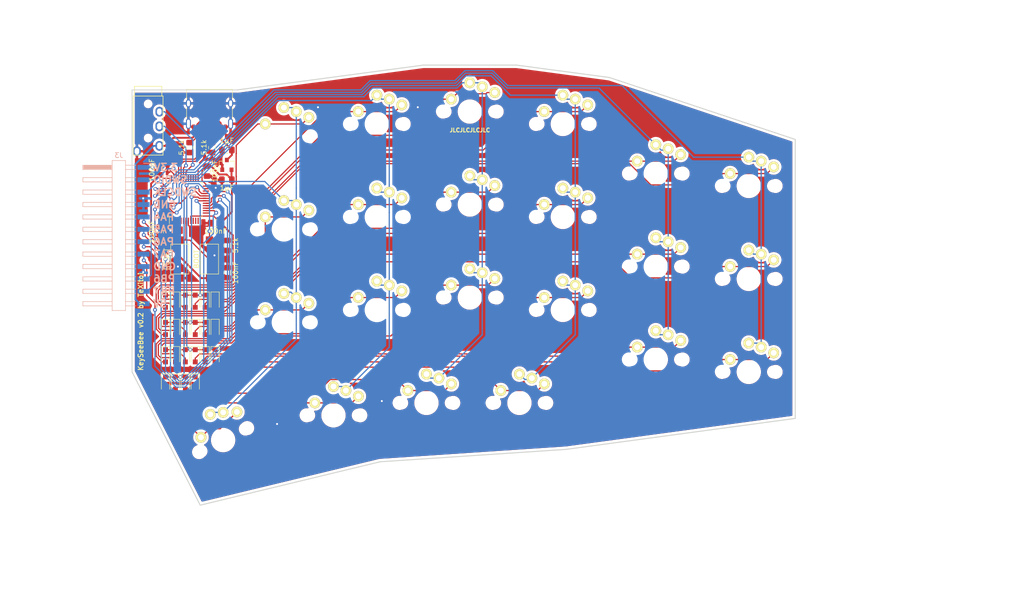
<source format=kicad_pcb>
(kicad_pcb (version 20171130) (host pcbnew 5.0.2+dfsg1-1)

  (general
    (thickness 1.6)
    (drawings 25)
    (tracks 725)
    (zones 0)
    (modules 61)
    (nets 69)
  )

  (page A4)
  (layers
    (0 F.Cu signal)
    (31 B.Cu signal)
    (32 B.Adhes user)
    (33 F.Adhes user)
    (34 B.Paste user)
    (35 F.Paste user)
    (36 B.SilkS user)
    (37 F.SilkS user)
    (38 B.Mask user)
    (39 F.Mask user)
    (40 Dwgs.User user)
    (41 Cmts.User user)
    (42 Eco1.User user)
    (43 Eco2.User user)
    (44 Edge.Cuts user)
    (45 Margin user)
    (46 B.CrtYd user)
    (47 F.CrtYd user)
    (48 B.Fab user)
    (49 F.Fab user)
  )

  (setup
    (last_trace_width 0.381)
    (user_trace_width 0.381)
    (trace_clearance 0.2)
    (zone_clearance 0.508)
    (zone_45_only no)
    (trace_min 0.2)
    (segment_width 0.2)
    (edge_width 0.15)
    (via_size 0.8)
    (via_drill 0.4)
    (via_min_size 0.4)
    (via_min_drill 0.3)
    (uvia_size 0.3)
    (uvia_drill 0.1)
    (uvias_allowed no)
    (uvia_min_size 0.2)
    (uvia_min_drill 0.1)
    (pcb_text_width 0.3)
    (pcb_text_size 1 1)
    (mod_edge_width 0.15)
    (mod_text_size 1 1)
    (mod_text_width 0.15)
    (pad_size 1.524 1.524)
    (pad_drill 0.762)
    (pad_to_mask_clearance 0.051)
    (solder_mask_min_width 0.25)
    (aux_axis_origin 0 0)
    (visible_elements FFFFFF7F)
    (pcbplotparams
      (layerselection 0x010f0_ffffffff)
      (usegerberextensions true)
      (usegerberattributes false)
      (usegerberadvancedattributes false)
      (creategerberjobfile false)
      (excludeedgelayer true)
      (linewidth 0.100000)
      (plotframeref false)
      (viasonmask false)
      (mode 1)
      (useauxorigin false)
      (hpglpennumber 1)
      (hpglpenspeed 20)
      (hpglpendiameter 15.000000)
      (psnegative false)
      (psa4output false)
      (plotreference true)
      (plotvalue true)
      (plotinvisibletext false)
      (padsonsilk false)
      (subtractmaskfromsilk true)
      (outputformat 1)
      (mirror false)
      (drillshape 0)
      (scaleselection 1)
      (outputdirectory "../../gerbers/v0.1/right/"))
  )

  (net 0 "")
  (net 1 GND)
  (net 2 D+)
  (net 3 "Net-(J1-PadB5)")
  (net 4 "Net-(J1-PadA8)")
  (net 5 D-)
  (net 6 "Net-(J1-PadA5)")
  (net 7 "Net-(J1-PadB8)")
  (net 8 5V)
  (net 9 3.3V)
  (net 10 SWDIO)
  (net 11 SWDCLK)
  (net 12 PA4)
  (net 13 PA5)
  (net 14 PA6)
  (net 15 PA7)
  (net 16 PB6)
  (net 17 PB7)
  (net 18 TX)
  (net 19 RX)
  (net 20 COL4)
  (net 21 COL5)
  (net 22 COL2)
  (net 23 COL6)
  (net 24 COL3)
  (net 25 COL1)
  (net 26 "Net-(R1-Pad1)")
  (net 27 VBAT)
  (net 28 "Net-(U1-Pad2)")
  (net 29 "Net-(U1-Pad3)")
  (net 30 "Net-(U1-Pad4)")
  (net 31 "Net-(U1-Pad5)")
  (net 32 "Net-(U1-Pad6)")
  (net 33 "Net-(C1-Pad2)")
  (net 34 "Net-(U1-Pad10)")
  (net 35 "Net-(U1-Pad11)")
  (net 36 "Net-(U1-Pad12)")
  (net 37 "Net-(U1-Pad13)")
  (net 38 ROW1)
  (net 39 ROW2)
  (net 40 ROW3)
  (net 41 ROW4)
  (net 42 "Net-(U1-Pad22)")
  (net 43 "Net-(U1-Pad26)")
  (net 44 "Net-(U1-Pad27)")
  (net 45 "Net-(U1-Pad28)")
  (net 46 "Net-(U1-Pad29)")
  (net 47 "Net-(D26-Pad2)")
  (net 48 "Net-(D36-Pad2)")
  (net 49 "Net-(D35-Pad2)")
  (net 50 "Net-(D34-Pad2)")
  (net 51 "Net-(D33-Pad2)")
  (net 52 "Net-(D25-Pad2)")
  (net 53 "Net-(D24-Pad2)")
  (net 54 "Net-(D23-Pad2)")
  (net 55 "Net-(D21-Pad2)")
  (net 56 "Net-(D20-Pad2)")
  (net 57 "Net-(D19-Pad2)")
  (net 58 "Net-(D16-Pad2)")
  (net 59 "Net-(D14-Pad2)")
  (net 60 "Net-(D12-Pad2)")
  (net 61 "Net-(D11-Pad2)")
  (net 62 "Net-(D10-Pad2)")
  (net 63 "Net-(D15-Pad2)")
  (net 64 "Net-(D9-Pad2)")
  (net 65 "Net-(D7-Pad2)")
  (net 66 "Net-(D6-Pad2)")
  (net 67 "Net-(D5-Pad2)")
  (net 68 "Net-(D17-Pad2)")

  (net_class Default "Ceci est la Netclass par défaut."
    (clearance 0.2)
    (trace_width 0.25)
    (via_dia 0.8)
    (via_drill 0.4)
    (uvia_dia 0.3)
    (uvia_drill 0.1)
    (add_net 3.3V)
    (add_net 5V)
    (add_net COL1)
    (add_net COL2)
    (add_net COL3)
    (add_net COL4)
    (add_net COL5)
    (add_net COL6)
    (add_net D+)
    (add_net D-)
    (add_net GND)
    (add_net "Net-(C1-Pad2)")
    (add_net "Net-(D10-Pad2)")
    (add_net "Net-(D11-Pad2)")
    (add_net "Net-(D12-Pad2)")
    (add_net "Net-(D14-Pad2)")
    (add_net "Net-(D15-Pad2)")
    (add_net "Net-(D16-Pad2)")
    (add_net "Net-(D17-Pad2)")
    (add_net "Net-(D19-Pad2)")
    (add_net "Net-(D20-Pad2)")
    (add_net "Net-(D21-Pad2)")
    (add_net "Net-(D23-Pad2)")
    (add_net "Net-(D24-Pad2)")
    (add_net "Net-(D25-Pad2)")
    (add_net "Net-(D26-Pad2)")
    (add_net "Net-(D33-Pad2)")
    (add_net "Net-(D34-Pad2)")
    (add_net "Net-(D35-Pad2)")
    (add_net "Net-(D36-Pad2)")
    (add_net "Net-(D5-Pad2)")
    (add_net "Net-(D6-Pad2)")
    (add_net "Net-(D7-Pad2)")
    (add_net "Net-(D9-Pad2)")
    (add_net "Net-(J1-PadA5)")
    (add_net "Net-(J1-PadA8)")
    (add_net "Net-(J1-PadB5)")
    (add_net "Net-(J1-PadB8)")
    (add_net "Net-(R1-Pad1)")
    (add_net "Net-(U1-Pad10)")
    (add_net "Net-(U1-Pad11)")
    (add_net "Net-(U1-Pad12)")
    (add_net "Net-(U1-Pad13)")
    (add_net "Net-(U1-Pad2)")
    (add_net "Net-(U1-Pad22)")
    (add_net "Net-(U1-Pad26)")
    (add_net "Net-(U1-Pad27)")
    (add_net "Net-(U1-Pad28)")
    (add_net "Net-(U1-Pad29)")
    (add_net "Net-(U1-Pad3)")
    (add_net "Net-(U1-Pad4)")
    (add_net "Net-(U1-Pad5)")
    (add_net "Net-(U1-Pad6)")
    (add_net PA4)
    (add_net PA5)
    (add_net PA6)
    (add_net PA7)
    (add_net PB6)
    (add_net PB7)
    (add_net ROW1)
    (add_net ROW2)
    (add_net ROW3)
    (add_net ROW4)
    (add_net RX)
    (add_net SWDCLK)
    (add_net SWDIO)
    (add_net TX)
    (add_net VBAT)
  )

  (module custom:CherryMX_Choc_1u (layer F.Cu) (tedit 5F2689FC) (tstamp 5F26B09A)
    (at 112.014 74.422)
    (path /5DFEF811)
    (fp_text reference SW12 (at 4.6 6) (layer Dwgs.User) hide
      (effects (font (size 1 1) (thickness 0.15)))
    )
    (fp_text value SW_Push (at -0.5 6) (layer Dwgs.User) hide
      (effects (font (size 1 1) (thickness 0.15)))
    )
    (fp_line (start -9.525 -9.525) (end 9.525 -9.525) (layer Dwgs.User) (width 0.15))
    (fp_line (start 9.525 -9.525) (end 9.525 9.525) (layer Dwgs.User) (width 0.15))
    (fp_line (start 9.525 9.525) (end -9.525 9.525) (layer Dwgs.User) (width 0.15))
    (fp_line (start -9.525 9.525) (end -9.525 -9.525) (layer Dwgs.User) (width 0.15))
    (fp_line (start -7 -6) (end -7 -7) (layer Dwgs.User) (width 0.15))
    (fp_line (start -7 -7) (end -6 -7) (layer Dwgs.User) (width 0.15))
    (fp_line (start 6 7) (end 7 7) (layer Dwgs.User) (width 0.15))
    (fp_line (start 7 7) (end 7 6) (layer Dwgs.User) (width 0.15))
    (pad 1 thru_hole circle (at 5.1 -3.9 310) (size 2.2 2.2) (drill 1.2) (layers *.Cu F.SilkS B.Mask)
      (net 59 "Net-(D14-Pad2)"))
    (pad "" np_thru_hole circle (at 0 0 90) (size 4 4) (drill 4) (layers *.Cu *.Mask))
    (pad "" np_thru_hole circle (at -5.5 0 90) (size 1.9 1.9) (drill 1.9) (layers *.Cu *.Mask))
    (pad "" np_thru_hole circle (at 5.5 0 90) (size 1.9 1.9) (drill 1.9) (layers *.Cu *.Mask))
    (pad 2 thru_hole circle (at 0 -5.9 90) (size 2.2 2.2) (drill 1.2) (layers *.Cu F.SilkS B.Mask)
      (net 23 COL6))
    (pad 2 thru_hole circle (at 2.54 -5.08) (size 2.2 2.2) (drill 1.2) (layers *.Cu F.SilkS B.Mask)
      (net 23 COL6))
    (pad 1 thru_hole circle (at -3.81 -2.54 50) (size 2.2 2.2) (drill 1.2) (layers *.Cu F.SilkS B.Mask)
      (net 59 "Net-(D14-Pad2)"))
    (pad "" np_thru_hole circle (at 5.08 0) (size 1.7 1.7) (drill 1.7) (layers *.Cu *.Mask))
    (pad "" np_thru_hole circle (at -5.08 0) (size 1.7 1.7) (drill 1.7) (layers *.Cu *.Mask))
  )

  (module custom:CherryMX_Choc_1u (layer F.Cu) (tedit 5F2689FC) (tstamp 5F26B14E)
    (at 99.568 136.652 26.5)
    (path /5DFEF7E7)
    (fp_text reference SW15 (at 4.6 6 26.5) (layer Dwgs.User) hide
      (effects (font (size 1 1) (thickness 0.15)))
    )
    (fp_text value SW_Push (at -0.5 6 26.5) (layer Dwgs.User) hide
      (effects (font (size 1 1) (thickness 0.15)))
    )
    (fp_line (start 7 7) (end 7 6) (layer Dwgs.User) (width 0.15))
    (fp_line (start 6 7) (end 7 7) (layer Dwgs.User) (width 0.15))
    (fp_line (start -7 -7) (end -6 -7) (layer Dwgs.User) (width 0.15))
    (fp_line (start -7 -6) (end -7 -7) (layer Dwgs.User) (width 0.15))
    (fp_line (start -9.525 9.525) (end -9.525 -9.525) (layer Dwgs.User) (width 0.15))
    (fp_line (start 9.525 9.525) (end -9.525 9.525) (layer Dwgs.User) (width 0.15))
    (fp_line (start 9.525 -9.525) (end 9.525 9.525) (layer Dwgs.User) (width 0.15))
    (fp_line (start -9.525 -9.525) (end 9.525 -9.525) (layer Dwgs.User) (width 0.15))
    (pad "" np_thru_hole circle (at -5.08 0 26.5) (size 1.7 1.7) (drill 1.7) (layers *.Cu *.Mask))
    (pad "" np_thru_hole circle (at 5.08 0 26.5) (size 1.7 1.7) (drill 1.7) (layers *.Cu *.Mask))
    (pad 1 thru_hole circle (at -3.81 -2.54 76.5) (size 2.2 2.2) (drill 1.2) (layers *.Cu F.SilkS B.Mask)
      (net 68 "Net-(D17-Pad2)"))
    (pad 2 thru_hole circle (at 2.54 -5.08 26.5) (size 2.2 2.2) (drill 1.2) (layers *.Cu F.SilkS B.Mask)
      (net 23 COL6))
    (pad 2 thru_hole circle (at 0 -5.9 116.5) (size 2.2 2.2) (drill 1.2) (layers *.Cu F.SilkS B.Mask)
      (net 23 COL6))
    (pad "" np_thru_hole circle (at 5.5 0 116.5) (size 1.9 1.9) (drill 1.9) (layers *.Cu *.Mask))
    (pad "" np_thru_hole circle (at -5.5 0 116.5) (size 1.9 1.9) (drill 1.9) (layers *.Cu *.Mask))
    (pad "" np_thru_hole circle (at 0 0 116.5) (size 4 4) (drill 4) (layers *.Cu *.Mask))
    (pad 1 thru_hole circle (at 5.1 -3.9 336.5) (size 2.2 2.2) (drill 1.2) (layers *.Cu F.SilkS B.Mask)
      (net 68 "Net-(D17-Pad2)"))
  )

  (module custom:CherryMX_Choc_1u (layer F.Cu) (tedit 5F2689FC) (tstamp 5F26B13A)
    (at 207.264 84.582)
    (path /5DFE63B7)
    (fp_text reference SW3 (at 4.6 6) (layer Dwgs.User) hide
      (effects (font (size 1 1) (thickness 0.15)))
    )
    (fp_text value SW_Push (at -0.5 6) (layer Dwgs.User) hide
      (effects (font (size 1 1) (thickness 0.15)))
    )
    (fp_line (start -9.525 -9.525) (end 9.525 -9.525) (layer Dwgs.User) (width 0.15))
    (fp_line (start 9.525 -9.525) (end 9.525 9.525) (layer Dwgs.User) (width 0.15))
    (fp_line (start 9.525 9.525) (end -9.525 9.525) (layer Dwgs.User) (width 0.15))
    (fp_line (start -9.525 9.525) (end -9.525 -9.525) (layer Dwgs.User) (width 0.15))
    (fp_line (start -7 -6) (end -7 -7) (layer Dwgs.User) (width 0.15))
    (fp_line (start -7 -7) (end -6 -7) (layer Dwgs.User) (width 0.15))
    (fp_line (start 6 7) (end 7 7) (layer Dwgs.User) (width 0.15))
    (fp_line (start 7 7) (end 7 6) (layer Dwgs.User) (width 0.15))
    (pad 1 thru_hole circle (at 5.1 -3.9 310) (size 2.2 2.2) (drill 1.2) (layers *.Cu F.SilkS B.Mask)
      (net 67 "Net-(D5-Pad2)"))
    (pad "" np_thru_hole circle (at 0 0 90) (size 4 4) (drill 4) (layers *.Cu *.Mask))
    (pad "" np_thru_hole circle (at -5.5 0 90) (size 1.9 1.9) (drill 1.9) (layers *.Cu *.Mask))
    (pad "" np_thru_hole circle (at 5.5 0 90) (size 1.9 1.9) (drill 1.9) (layers *.Cu *.Mask))
    (pad 2 thru_hole circle (at 0 -5.9 90) (size 2.2 2.2) (drill 1.2) (layers *.Cu F.SilkS B.Mask)
      (net 25 COL1))
    (pad 2 thru_hole circle (at 2.54 -5.08) (size 2.2 2.2) (drill 1.2) (layers *.Cu F.SilkS B.Mask)
      (net 25 COL1))
    (pad 1 thru_hole circle (at -3.81 -2.54 50) (size 2.2 2.2) (drill 1.2) (layers *.Cu F.SilkS B.Mask)
      (net 67 "Net-(D5-Pad2)"))
    (pad "" np_thru_hole circle (at 5.08 0) (size 1.7 1.7) (drill 1.7) (layers *.Cu *.Mask))
    (pad "" np_thru_hole circle (at -5.08 0) (size 1.7 1.7) (drill 1.7) (layers *.Cu *.Mask))
  )

  (module custom:CherryMX_Choc_1u (layer F.Cu) (tedit 5F2689FC) (tstamp 5F26B126)
    (at 207.264 103.632)
    (path /5DFE63A9)
    (fp_text reference SW4 (at 4.6 6) (layer Dwgs.User) hide
      (effects (font (size 1 1) (thickness 0.15)))
    )
    (fp_text value SW_Push (at -0.5 6) (layer Dwgs.User) hide
      (effects (font (size 1 1) (thickness 0.15)))
    )
    (fp_line (start 7 7) (end 7 6) (layer Dwgs.User) (width 0.15))
    (fp_line (start 6 7) (end 7 7) (layer Dwgs.User) (width 0.15))
    (fp_line (start -7 -7) (end -6 -7) (layer Dwgs.User) (width 0.15))
    (fp_line (start -7 -6) (end -7 -7) (layer Dwgs.User) (width 0.15))
    (fp_line (start -9.525 9.525) (end -9.525 -9.525) (layer Dwgs.User) (width 0.15))
    (fp_line (start 9.525 9.525) (end -9.525 9.525) (layer Dwgs.User) (width 0.15))
    (fp_line (start 9.525 -9.525) (end 9.525 9.525) (layer Dwgs.User) (width 0.15))
    (fp_line (start -9.525 -9.525) (end 9.525 -9.525) (layer Dwgs.User) (width 0.15))
    (pad "" np_thru_hole circle (at -5.08 0) (size 1.7 1.7) (drill 1.7) (layers *.Cu *.Mask))
    (pad "" np_thru_hole circle (at 5.08 0) (size 1.7 1.7) (drill 1.7) (layers *.Cu *.Mask))
    (pad 1 thru_hole circle (at -3.81 -2.54 50) (size 2.2 2.2) (drill 1.2) (layers *.Cu F.SilkS B.Mask)
      (net 66 "Net-(D6-Pad2)"))
    (pad 2 thru_hole circle (at 2.54 -5.08) (size 2.2 2.2) (drill 1.2) (layers *.Cu F.SilkS B.Mask)
      (net 25 COL1))
    (pad 2 thru_hole circle (at 0 -5.9 90) (size 2.2 2.2) (drill 1.2) (layers *.Cu F.SilkS B.Mask)
      (net 25 COL1))
    (pad "" np_thru_hole circle (at 5.5 0 90) (size 1.9 1.9) (drill 1.9) (layers *.Cu *.Mask))
    (pad "" np_thru_hole circle (at -5.5 0 90) (size 1.9 1.9) (drill 1.9) (layers *.Cu *.Mask))
    (pad "" np_thru_hole circle (at 0 0 90) (size 4 4) (drill 4) (layers *.Cu *.Mask))
    (pad 1 thru_hole circle (at 5.1 -3.9 310) (size 2.2 2.2) (drill 1.2) (layers *.Cu F.SilkS B.Mask)
      (net 66 "Net-(D6-Pad2)"))
  )

  (module custom:CherryMX_Choc_1u (layer F.Cu) (tedit 5F2689FC) (tstamp 5F26B112)
    (at 207.264 122.682)
    (path /5DFE637F)
    (fp_text reference SW5 (at 4.6 6) (layer Dwgs.User) hide
      (effects (font (size 1 1) (thickness 0.15)))
    )
    (fp_text value SW_Push (at -0.5 6) (layer Dwgs.User) hide
      (effects (font (size 1 1) (thickness 0.15)))
    )
    (fp_line (start -9.525 -9.525) (end 9.525 -9.525) (layer Dwgs.User) (width 0.15))
    (fp_line (start 9.525 -9.525) (end 9.525 9.525) (layer Dwgs.User) (width 0.15))
    (fp_line (start 9.525 9.525) (end -9.525 9.525) (layer Dwgs.User) (width 0.15))
    (fp_line (start -9.525 9.525) (end -9.525 -9.525) (layer Dwgs.User) (width 0.15))
    (fp_line (start -7 -6) (end -7 -7) (layer Dwgs.User) (width 0.15))
    (fp_line (start -7 -7) (end -6 -7) (layer Dwgs.User) (width 0.15))
    (fp_line (start 6 7) (end 7 7) (layer Dwgs.User) (width 0.15))
    (fp_line (start 7 7) (end 7 6) (layer Dwgs.User) (width 0.15))
    (pad 1 thru_hole circle (at 5.1 -3.9 310) (size 2.2 2.2) (drill 1.2) (layers *.Cu F.SilkS B.Mask)
      (net 65 "Net-(D7-Pad2)"))
    (pad "" np_thru_hole circle (at 0 0 90) (size 4 4) (drill 4) (layers *.Cu *.Mask))
    (pad "" np_thru_hole circle (at -5.5 0 90) (size 1.9 1.9) (drill 1.9) (layers *.Cu *.Mask))
    (pad "" np_thru_hole circle (at 5.5 0 90) (size 1.9 1.9) (drill 1.9) (layers *.Cu *.Mask))
    (pad 2 thru_hole circle (at 0 -5.9 90) (size 2.2 2.2) (drill 1.2) (layers *.Cu F.SilkS B.Mask)
      (net 25 COL1))
    (pad 2 thru_hole circle (at 2.54 -5.08) (size 2.2 2.2) (drill 1.2) (layers *.Cu F.SilkS B.Mask)
      (net 25 COL1))
    (pad 1 thru_hole circle (at -3.81 -2.54 50) (size 2.2 2.2) (drill 1.2) (layers *.Cu F.SilkS B.Mask)
      (net 65 "Net-(D7-Pad2)"))
    (pad "" np_thru_hole circle (at 5.08 0) (size 1.7 1.7) (drill 1.7) (layers *.Cu *.Mask))
    (pad "" np_thru_hole circle (at -5.08 0) (size 1.7 1.7) (drill 1.7) (layers *.Cu *.Mask))
  )

  (module custom:CherryMX_Choc_1u (layer F.Cu) (tedit 5F2689FC) (tstamp 5F26B0FE)
    (at 169.164 71.882)
    (path /5DF62207)
    (fp_text reference SW7 (at 4.6 6) (layer Dwgs.User) hide
      (effects (font (size 1 1) (thickness 0.15)))
    )
    (fp_text value SW_Push (at -0.5 6) (layer Dwgs.User) hide
      (effects (font (size 1 1) (thickness 0.15)))
    )
    (fp_line (start 7 7) (end 7 6) (layer Dwgs.User) (width 0.15))
    (fp_line (start 6 7) (end 7 7) (layer Dwgs.User) (width 0.15))
    (fp_line (start -7 -7) (end -6 -7) (layer Dwgs.User) (width 0.15))
    (fp_line (start -7 -6) (end -7 -7) (layer Dwgs.User) (width 0.15))
    (fp_line (start -9.525 9.525) (end -9.525 -9.525) (layer Dwgs.User) (width 0.15))
    (fp_line (start 9.525 9.525) (end -9.525 9.525) (layer Dwgs.User) (width 0.15))
    (fp_line (start 9.525 -9.525) (end 9.525 9.525) (layer Dwgs.User) (width 0.15))
    (fp_line (start -9.525 -9.525) (end 9.525 -9.525) (layer Dwgs.User) (width 0.15))
    (pad "" np_thru_hole circle (at -5.08 0) (size 1.7 1.7) (drill 1.7) (layers *.Cu *.Mask))
    (pad "" np_thru_hole circle (at 5.08 0) (size 1.7 1.7) (drill 1.7) (layers *.Cu *.Mask))
    (pad 1 thru_hole circle (at -3.81 -2.54 50) (size 2.2 2.2) (drill 1.2) (layers *.Cu F.SilkS B.Mask)
      (net 64 "Net-(D9-Pad2)"))
    (pad 2 thru_hole circle (at 2.54 -5.08) (size 2.2 2.2) (drill 1.2) (layers *.Cu F.SilkS B.Mask)
      (net 24 COL3))
    (pad 2 thru_hole circle (at 0 -5.9 90) (size 2.2 2.2) (drill 1.2) (layers *.Cu F.SilkS B.Mask)
      (net 24 COL3))
    (pad "" np_thru_hole circle (at 5.5 0 90) (size 1.9 1.9) (drill 1.9) (layers *.Cu *.Mask))
    (pad "" np_thru_hole circle (at -5.5 0 90) (size 1.9 1.9) (drill 1.9) (layers *.Cu *.Mask))
    (pad "" np_thru_hole circle (at 0 0 90) (size 4 4) (drill 4) (layers *.Cu *.Mask))
    (pad 1 thru_hole circle (at 5.1 -3.9 310) (size 2.2 2.2) (drill 1.2) (layers *.Cu F.SilkS B.Mask)
      (net 64 "Net-(D9-Pad2)"))
  )

  (module custom:CherryMX_Choc_1u (layer F.Cu) (tedit 5F2689FC) (tstamp 5F26B0EA)
    (at 112.014 93.472)
    (path /5DFEF803)
    (fp_text reference SW13 (at 4.6 6) (layer Dwgs.User) hide
      (effects (font (size 1 1) (thickness 0.15)))
    )
    (fp_text value SW_Push (at -0.5 6) (layer Dwgs.User) hide
      (effects (font (size 1 1) (thickness 0.15)))
    )
    (fp_line (start -9.525 -9.525) (end 9.525 -9.525) (layer Dwgs.User) (width 0.15))
    (fp_line (start 9.525 -9.525) (end 9.525 9.525) (layer Dwgs.User) (width 0.15))
    (fp_line (start 9.525 9.525) (end -9.525 9.525) (layer Dwgs.User) (width 0.15))
    (fp_line (start -9.525 9.525) (end -9.525 -9.525) (layer Dwgs.User) (width 0.15))
    (fp_line (start -7 -6) (end -7 -7) (layer Dwgs.User) (width 0.15))
    (fp_line (start -7 -7) (end -6 -7) (layer Dwgs.User) (width 0.15))
    (fp_line (start 6 7) (end 7 7) (layer Dwgs.User) (width 0.15))
    (fp_line (start 7 7) (end 7 6) (layer Dwgs.User) (width 0.15))
    (pad 1 thru_hole circle (at 5.1 -3.9 310) (size 2.2 2.2) (drill 1.2) (layers *.Cu F.SilkS B.Mask)
      (net 63 "Net-(D15-Pad2)"))
    (pad "" np_thru_hole circle (at 0 0 90) (size 4 4) (drill 4) (layers *.Cu *.Mask))
    (pad "" np_thru_hole circle (at -5.5 0 90) (size 1.9 1.9) (drill 1.9) (layers *.Cu *.Mask))
    (pad "" np_thru_hole circle (at 5.5 0 90) (size 1.9 1.9) (drill 1.9) (layers *.Cu *.Mask))
    (pad 2 thru_hole circle (at 0 -5.9 90) (size 2.2 2.2) (drill 1.2) (layers *.Cu F.SilkS B.Mask)
      (net 23 COL6))
    (pad 2 thru_hole circle (at 2.54 -5.08) (size 2.2 2.2) (drill 1.2) (layers *.Cu F.SilkS B.Mask)
      (net 23 COL6))
    (pad 1 thru_hole circle (at -3.81 -2.54 50) (size 2.2 2.2) (drill 1.2) (layers *.Cu F.SilkS B.Mask)
      (net 63 "Net-(D15-Pad2)"))
    (pad "" np_thru_hole circle (at 5.08 0) (size 1.7 1.7) (drill 1.7) (layers *.Cu *.Mask))
    (pad "" np_thru_hole circle (at -5.08 0) (size 1.7 1.7) (drill 1.7) (layers *.Cu *.Mask))
  )

  (module custom:CherryMX_Choc_1u (layer F.Cu) (tedit 5F2689FC) (tstamp 5F26B0D6)
    (at 169.164 90.932)
    (path /5DF621F9)
    (fp_text reference SW8 (at 4.6 6) (layer Dwgs.User) hide
      (effects (font (size 1 1) (thickness 0.15)))
    )
    (fp_text value SW_Push (at -0.5 6) (layer Dwgs.User) hide
      (effects (font (size 1 1) (thickness 0.15)))
    )
    (fp_line (start 7 7) (end 7 6) (layer Dwgs.User) (width 0.15))
    (fp_line (start 6 7) (end 7 7) (layer Dwgs.User) (width 0.15))
    (fp_line (start -7 -7) (end -6 -7) (layer Dwgs.User) (width 0.15))
    (fp_line (start -7 -6) (end -7 -7) (layer Dwgs.User) (width 0.15))
    (fp_line (start -9.525 9.525) (end -9.525 -9.525) (layer Dwgs.User) (width 0.15))
    (fp_line (start 9.525 9.525) (end -9.525 9.525) (layer Dwgs.User) (width 0.15))
    (fp_line (start 9.525 -9.525) (end 9.525 9.525) (layer Dwgs.User) (width 0.15))
    (fp_line (start -9.525 -9.525) (end 9.525 -9.525) (layer Dwgs.User) (width 0.15))
    (pad "" np_thru_hole circle (at -5.08 0) (size 1.7 1.7) (drill 1.7) (layers *.Cu *.Mask))
    (pad "" np_thru_hole circle (at 5.08 0) (size 1.7 1.7) (drill 1.7) (layers *.Cu *.Mask))
    (pad 1 thru_hole circle (at -3.81 -2.54 50) (size 2.2 2.2) (drill 1.2) (layers *.Cu F.SilkS B.Mask)
      (net 62 "Net-(D10-Pad2)"))
    (pad 2 thru_hole circle (at 2.54 -5.08) (size 2.2 2.2) (drill 1.2) (layers *.Cu F.SilkS B.Mask)
      (net 24 COL3))
    (pad 2 thru_hole circle (at 0 -5.9 90) (size 2.2 2.2) (drill 1.2) (layers *.Cu F.SilkS B.Mask)
      (net 24 COL3))
    (pad "" np_thru_hole circle (at 5.5 0 90) (size 1.9 1.9) (drill 1.9) (layers *.Cu *.Mask))
    (pad "" np_thru_hole circle (at -5.5 0 90) (size 1.9 1.9) (drill 1.9) (layers *.Cu *.Mask))
    (pad "" np_thru_hole circle (at 0 0 90) (size 4 4) (drill 4) (layers *.Cu *.Mask))
    (pad 1 thru_hole circle (at 5.1 -3.9 310) (size 2.2 2.2) (drill 1.2) (layers *.Cu F.SilkS B.Mask)
      (net 62 "Net-(D10-Pad2)"))
  )

  (module custom:CherryMX_Choc_1u (layer F.Cu) (tedit 5F2689FC) (tstamp 5F26B0C2)
    (at 169.164 109.982)
    (path /5DF621CF)
    (fp_text reference SW9 (at 4.6 6) (layer Dwgs.User) hide
      (effects (font (size 1 1) (thickness 0.15)))
    )
    (fp_text value SW_Push (at -0.5 6) (layer Dwgs.User) hide
      (effects (font (size 1 1) (thickness 0.15)))
    )
    (fp_line (start -9.525 -9.525) (end 9.525 -9.525) (layer Dwgs.User) (width 0.15))
    (fp_line (start 9.525 -9.525) (end 9.525 9.525) (layer Dwgs.User) (width 0.15))
    (fp_line (start 9.525 9.525) (end -9.525 9.525) (layer Dwgs.User) (width 0.15))
    (fp_line (start -9.525 9.525) (end -9.525 -9.525) (layer Dwgs.User) (width 0.15))
    (fp_line (start -7 -6) (end -7 -7) (layer Dwgs.User) (width 0.15))
    (fp_line (start -7 -7) (end -6 -7) (layer Dwgs.User) (width 0.15))
    (fp_line (start 6 7) (end 7 7) (layer Dwgs.User) (width 0.15))
    (fp_line (start 7 7) (end 7 6) (layer Dwgs.User) (width 0.15))
    (pad 1 thru_hole circle (at 5.1 -3.9 310) (size 2.2 2.2) (drill 1.2) (layers *.Cu F.SilkS B.Mask)
      (net 61 "Net-(D11-Pad2)"))
    (pad "" np_thru_hole circle (at 0 0 90) (size 4 4) (drill 4) (layers *.Cu *.Mask))
    (pad "" np_thru_hole circle (at -5.5 0 90) (size 1.9 1.9) (drill 1.9) (layers *.Cu *.Mask))
    (pad "" np_thru_hole circle (at 5.5 0 90) (size 1.9 1.9) (drill 1.9) (layers *.Cu *.Mask))
    (pad 2 thru_hole circle (at 0 -5.9 90) (size 2.2 2.2) (drill 1.2) (layers *.Cu F.SilkS B.Mask)
      (net 24 COL3))
    (pad 2 thru_hole circle (at 2.54 -5.08) (size 2.2 2.2) (drill 1.2) (layers *.Cu F.SilkS B.Mask)
      (net 24 COL3))
    (pad 1 thru_hole circle (at -3.81 -2.54 50) (size 2.2 2.2) (drill 1.2) (layers *.Cu F.SilkS B.Mask)
      (net 61 "Net-(D11-Pad2)"))
    (pad "" np_thru_hole circle (at 5.08 0) (size 1.7 1.7) (drill 1.7) (layers *.Cu *.Mask))
    (pad "" np_thru_hole circle (at -5.08 0) (size 1.7 1.7) (drill 1.7) (layers *.Cu *.Mask))
  )

  (module custom:CherryMX_Choc_1u (layer F.Cu) (tedit 5F2689FC) (tstamp 5F26B0AE)
    (at 160.274 129.032)
    (path /5DF621DD)
    (fp_text reference SW10 (at 4.6 6) (layer Dwgs.User) hide
      (effects (font (size 1 1) (thickness 0.15)))
    )
    (fp_text value SW_Push (at -0.5 6) (layer Dwgs.User) hide
      (effects (font (size 1 1) (thickness 0.15)))
    )
    (fp_line (start 7 7) (end 7 6) (layer Dwgs.User) (width 0.15))
    (fp_line (start 6 7) (end 7 7) (layer Dwgs.User) (width 0.15))
    (fp_line (start -7 -7) (end -6 -7) (layer Dwgs.User) (width 0.15))
    (fp_line (start -7 -6) (end -7 -7) (layer Dwgs.User) (width 0.15))
    (fp_line (start -9.525 9.525) (end -9.525 -9.525) (layer Dwgs.User) (width 0.15))
    (fp_line (start 9.525 9.525) (end -9.525 9.525) (layer Dwgs.User) (width 0.15))
    (fp_line (start 9.525 -9.525) (end 9.525 9.525) (layer Dwgs.User) (width 0.15))
    (fp_line (start -9.525 -9.525) (end 9.525 -9.525) (layer Dwgs.User) (width 0.15))
    (pad "" np_thru_hole circle (at -5.08 0) (size 1.7 1.7) (drill 1.7) (layers *.Cu *.Mask))
    (pad "" np_thru_hole circle (at 5.08 0) (size 1.7 1.7) (drill 1.7) (layers *.Cu *.Mask))
    (pad 1 thru_hole circle (at -3.81 -2.54 50) (size 2.2 2.2) (drill 1.2) (layers *.Cu F.SilkS B.Mask)
      (net 60 "Net-(D12-Pad2)"))
    (pad 2 thru_hole circle (at 2.54 -5.08) (size 2.2 2.2) (drill 1.2) (layers *.Cu F.SilkS B.Mask)
      (net 24 COL3))
    (pad 2 thru_hole circle (at 0 -5.9 90) (size 2.2 2.2) (drill 1.2) (layers *.Cu F.SilkS B.Mask)
      (net 24 COL3))
    (pad "" np_thru_hole circle (at 5.5 0 90) (size 1.9 1.9) (drill 1.9) (layers *.Cu *.Mask))
    (pad "" np_thru_hole circle (at -5.5 0 90) (size 1.9 1.9) (drill 1.9) (layers *.Cu *.Mask))
    (pad "" np_thru_hole circle (at 0 0 90) (size 4 4) (drill 4) (layers *.Cu *.Mask))
    (pad 1 thru_hole circle (at 5.1 -3.9 310) (size 2.2 2.2) (drill 1.2) (layers *.Cu F.SilkS B.Mask)
      (net 60 "Net-(D12-Pad2)"))
  )

  (module custom:CherryMX_Choc_1u (layer F.Cu) (tedit 5F2689FC) (tstamp 5F26B086)
    (at 112.014 112.522)
    (path /5DFEF7D9)
    (fp_text reference SW14 (at 4.6 6) (layer Dwgs.User) hide
      (effects (font (size 1 1) (thickness 0.15)))
    )
    (fp_text value SW_Push (at -0.5 6) (layer Dwgs.User) hide
      (effects (font (size 1 1) (thickness 0.15)))
    )
    (fp_line (start 7 7) (end 7 6) (layer Dwgs.User) (width 0.15))
    (fp_line (start 6 7) (end 7 7) (layer Dwgs.User) (width 0.15))
    (fp_line (start -7 -7) (end -6 -7) (layer Dwgs.User) (width 0.15))
    (fp_line (start -7 -6) (end -7 -7) (layer Dwgs.User) (width 0.15))
    (fp_line (start -9.525 9.525) (end -9.525 -9.525) (layer Dwgs.User) (width 0.15))
    (fp_line (start 9.525 9.525) (end -9.525 9.525) (layer Dwgs.User) (width 0.15))
    (fp_line (start 9.525 -9.525) (end 9.525 9.525) (layer Dwgs.User) (width 0.15))
    (fp_line (start -9.525 -9.525) (end 9.525 -9.525) (layer Dwgs.User) (width 0.15))
    (pad "" np_thru_hole circle (at -5.08 0) (size 1.7 1.7) (drill 1.7) (layers *.Cu *.Mask))
    (pad "" np_thru_hole circle (at 5.08 0) (size 1.7 1.7) (drill 1.7) (layers *.Cu *.Mask))
    (pad 1 thru_hole circle (at -3.81 -2.54 50) (size 2.2 2.2) (drill 1.2) (layers *.Cu F.SilkS B.Mask)
      (net 58 "Net-(D16-Pad2)"))
    (pad 2 thru_hole circle (at 2.54 -5.08) (size 2.2 2.2) (drill 1.2) (layers *.Cu F.SilkS B.Mask)
      (net 23 COL6))
    (pad 2 thru_hole circle (at 0 -5.9 90) (size 2.2 2.2) (drill 1.2) (layers *.Cu F.SilkS B.Mask)
      (net 23 COL6))
    (pad "" np_thru_hole circle (at 5.5 0 90) (size 1.9 1.9) (drill 1.9) (layers *.Cu *.Mask))
    (pad "" np_thru_hole circle (at -5.5 0 90) (size 1.9 1.9) (drill 1.9) (layers *.Cu *.Mask))
    (pad "" np_thru_hole circle (at 0 0 90) (size 4 4) (drill 4) (layers *.Cu *.Mask))
    (pad 1 thru_hole circle (at 5.1 -3.9 310) (size 2.2 2.2) (drill 1.2) (layers *.Cu F.SilkS B.Mask)
      (net 58 "Net-(D16-Pad2)"))
  )

  (module custom:CherryMX_Choc_1u (layer F.Cu) (tedit 5F2689FC) (tstamp 5F26B072)
    (at 188.214 82.042)
    (path /5DFE640A)
    (fp_text reference SW17 (at 4.6 6) (layer Dwgs.User) hide
      (effects (font (size 1 1) (thickness 0.15)))
    )
    (fp_text value SW_Push (at -0.5 6) (layer Dwgs.User) hide
      (effects (font (size 1 1) (thickness 0.15)))
    )
    (fp_line (start -9.525 -9.525) (end 9.525 -9.525) (layer Dwgs.User) (width 0.15))
    (fp_line (start 9.525 -9.525) (end 9.525 9.525) (layer Dwgs.User) (width 0.15))
    (fp_line (start 9.525 9.525) (end -9.525 9.525) (layer Dwgs.User) (width 0.15))
    (fp_line (start -9.525 9.525) (end -9.525 -9.525) (layer Dwgs.User) (width 0.15))
    (fp_line (start -7 -6) (end -7 -7) (layer Dwgs.User) (width 0.15))
    (fp_line (start -7 -7) (end -6 -7) (layer Dwgs.User) (width 0.15))
    (fp_line (start 6 7) (end 7 7) (layer Dwgs.User) (width 0.15))
    (fp_line (start 7 7) (end 7 6) (layer Dwgs.User) (width 0.15))
    (pad 1 thru_hole circle (at 5.1 -3.9 310) (size 2.2 2.2) (drill 1.2) (layers *.Cu F.SilkS B.Mask)
      (net 57 "Net-(D19-Pad2)"))
    (pad "" np_thru_hole circle (at 0 0 90) (size 4 4) (drill 4) (layers *.Cu *.Mask))
    (pad "" np_thru_hole circle (at -5.5 0 90) (size 1.9 1.9) (drill 1.9) (layers *.Cu *.Mask))
    (pad "" np_thru_hole circle (at 5.5 0 90) (size 1.9 1.9) (drill 1.9) (layers *.Cu *.Mask))
    (pad 2 thru_hole circle (at 0 -5.9 90) (size 2.2 2.2) (drill 1.2) (layers *.Cu F.SilkS B.Mask)
      (net 22 COL2))
    (pad 2 thru_hole circle (at 2.54 -5.08) (size 2.2 2.2) (drill 1.2) (layers *.Cu F.SilkS B.Mask)
      (net 22 COL2))
    (pad 1 thru_hole circle (at -3.81 -2.54 50) (size 2.2 2.2) (drill 1.2) (layers *.Cu F.SilkS B.Mask)
      (net 57 "Net-(D19-Pad2)"))
    (pad "" np_thru_hole circle (at 5.08 0) (size 1.7 1.7) (drill 1.7) (layers *.Cu *.Mask))
    (pad "" np_thru_hole circle (at -5.08 0) (size 1.7 1.7) (drill 1.7) (layers *.Cu *.Mask))
  )

  (module custom:CherryMX_Choc_1u (layer F.Cu) (tedit 5F2689FC) (tstamp 5F26B05E)
    (at 188.214 101.092)
    (path /5DFE63FC)
    (fp_text reference SW18 (at 4.6 6) (layer Dwgs.User) hide
      (effects (font (size 1 1) (thickness 0.15)))
    )
    (fp_text value SW_Push (at -0.5 6) (layer Dwgs.User) hide
      (effects (font (size 1 1) (thickness 0.15)))
    )
    (fp_line (start 7 7) (end 7 6) (layer Dwgs.User) (width 0.15))
    (fp_line (start 6 7) (end 7 7) (layer Dwgs.User) (width 0.15))
    (fp_line (start -7 -7) (end -6 -7) (layer Dwgs.User) (width 0.15))
    (fp_line (start -7 -6) (end -7 -7) (layer Dwgs.User) (width 0.15))
    (fp_line (start -9.525 9.525) (end -9.525 -9.525) (layer Dwgs.User) (width 0.15))
    (fp_line (start 9.525 9.525) (end -9.525 9.525) (layer Dwgs.User) (width 0.15))
    (fp_line (start 9.525 -9.525) (end 9.525 9.525) (layer Dwgs.User) (width 0.15))
    (fp_line (start -9.525 -9.525) (end 9.525 -9.525) (layer Dwgs.User) (width 0.15))
    (pad "" np_thru_hole circle (at -5.08 0) (size 1.7 1.7) (drill 1.7) (layers *.Cu *.Mask))
    (pad "" np_thru_hole circle (at 5.08 0) (size 1.7 1.7) (drill 1.7) (layers *.Cu *.Mask))
    (pad 1 thru_hole circle (at -3.81 -2.54 50) (size 2.2 2.2) (drill 1.2) (layers *.Cu F.SilkS B.Mask)
      (net 56 "Net-(D20-Pad2)"))
    (pad 2 thru_hole circle (at 2.54 -5.08) (size 2.2 2.2) (drill 1.2) (layers *.Cu F.SilkS B.Mask)
      (net 22 COL2))
    (pad 2 thru_hole circle (at 0 -5.9 90) (size 2.2 2.2) (drill 1.2) (layers *.Cu F.SilkS B.Mask)
      (net 22 COL2))
    (pad "" np_thru_hole circle (at 5.5 0 90) (size 1.9 1.9) (drill 1.9) (layers *.Cu *.Mask))
    (pad "" np_thru_hole circle (at -5.5 0 90) (size 1.9 1.9) (drill 1.9) (layers *.Cu *.Mask))
    (pad "" np_thru_hole circle (at 0 0 90) (size 4 4) (drill 4) (layers *.Cu *.Mask))
    (pad 1 thru_hole circle (at 5.1 -3.9 310) (size 2.2 2.2) (drill 1.2) (layers *.Cu F.SilkS B.Mask)
      (net 56 "Net-(D20-Pad2)"))
  )

  (module custom:CherryMX_Choc_1u (layer F.Cu) (tedit 5F2689FC) (tstamp 5F26B04A)
    (at 188.214 120.142)
    (path /5DFE63D2)
    (fp_text reference SW19 (at 4.6 6) (layer Dwgs.User) hide
      (effects (font (size 1 1) (thickness 0.15)))
    )
    (fp_text value SW_Push (at -0.5 6) (layer Dwgs.User) hide
      (effects (font (size 1 1) (thickness 0.15)))
    )
    (fp_line (start -9.525 -9.525) (end 9.525 -9.525) (layer Dwgs.User) (width 0.15))
    (fp_line (start 9.525 -9.525) (end 9.525 9.525) (layer Dwgs.User) (width 0.15))
    (fp_line (start 9.525 9.525) (end -9.525 9.525) (layer Dwgs.User) (width 0.15))
    (fp_line (start -9.525 9.525) (end -9.525 -9.525) (layer Dwgs.User) (width 0.15))
    (fp_line (start -7 -6) (end -7 -7) (layer Dwgs.User) (width 0.15))
    (fp_line (start -7 -7) (end -6 -7) (layer Dwgs.User) (width 0.15))
    (fp_line (start 6 7) (end 7 7) (layer Dwgs.User) (width 0.15))
    (fp_line (start 7 7) (end 7 6) (layer Dwgs.User) (width 0.15))
    (pad 1 thru_hole circle (at 5.1 -3.9 310) (size 2.2 2.2) (drill 1.2) (layers *.Cu F.SilkS B.Mask)
      (net 55 "Net-(D21-Pad2)"))
    (pad "" np_thru_hole circle (at 0 0 90) (size 4 4) (drill 4) (layers *.Cu *.Mask))
    (pad "" np_thru_hole circle (at -5.5 0 90) (size 1.9 1.9) (drill 1.9) (layers *.Cu *.Mask))
    (pad "" np_thru_hole circle (at 5.5 0 90) (size 1.9 1.9) (drill 1.9) (layers *.Cu *.Mask))
    (pad 2 thru_hole circle (at 0 -5.9 90) (size 2.2 2.2) (drill 1.2) (layers *.Cu F.SilkS B.Mask)
      (net 22 COL2))
    (pad 2 thru_hole circle (at 2.54 -5.08) (size 2.2 2.2) (drill 1.2) (layers *.Cu F.SilkS B.Mask)
      (net 22 COL2))
    (pad 1 thru_hole circle (at -3.81 -2.54 50) (size 2.2 2.2) (drill 1.2) (layers *.Cu F.SilkS B.Mask)
      (net 55 "Net-(D21-Pad2)"))
    (pad "" np_thru_hole circle (at 5.08 0) (size 1.7 1.7) (drill 1.7) (layers *.Cu *.Mask))
    (pad "" np_thru_hole circle (at -5.08 0) (size 1.7 1.7) (drill 1.7) (layers *.Cu *.Mask))
  )

  (module custom:CherryMX_Choc_1u (layer F.Cu) (tedit 5F2689FC) (tstamp 5F26B036)
    (at 150.114 69.342)
    (path /5DFE2410)
    (fp_text reference SW21 (at 4.6 6) (layer Dwgs.User) hide
      (effects (font (size 1 1) (thickness 0.15)))
    )
    (fp_text value SW_Push (at -0.5 6) (layer Dwgs.User) hide
      (effects (font (size 1 1) (thickness 0.15)))
    )
    (fp_line (start 7 7) (end 7 6) (layer Dwgs.User) (width 0.15))
    (fp_line (start 6 7) (end 7 7) (layer Dwgs.User) (width 0.15))
    (fp_line (start -7 -7) (end -6 -7) (layer Dwgs.User) (width 0.15))
    (fp_line (start -7 -6) (end -7 -7) (layer Dwgs.User) (width 0.15))
    (fp_line (start -9.525 9.525) (end -9.525 -9.525) (layer Dwgs.User) (width 0.15))
    (fp_line (start 9.525 9.525) (end -9.525 9.525) (layer Dwgs.User) (width 0.15))
    (fp_line (start 9.525 -9.525) (end 9.525 9.525) (layer Dwgs.User) (width 0.15))
    (fp_line (start -9.525 -9.525) (end 9.525 -9.525) (layer Dwgs.User) (width 0.15))
    (pad "" np_thru_hole circle (at -5.08 0) (size 1.7 1.7) (drill 1.7) (layers *.Cu *.Mask))
    (pad "" np_thru_hole circle (at 5.08 0) (size 1.7 1.7) (drill 1.7) (layers *.Cu *.Mask))
    (pad 1 thru_hole circle (at -3.81 -2.54 50) (size 2.2 2.2) (drill 1.2) (layers *.Cu F.SilkS B.Mask)
      (net 54 "Net-(D23-Pad2)"))
    (pad 2 thru_hole circle (at 2.54 -5.08) (size 2.2 2.2) (drill 1.2) (layers *.Cu F.SilkS B.Mask)
      (net 20 COL4))
    (pad 2 thru_hole circle (at 0 -5.9 90) (size 2.2 2.2) (drill 1.2) (layers *.Cu F.SilkS B.Mask)
      (net 20 COL4))
    (pad "" np_thru_hole circle (at 5.5 0 90) (size 1.9 1.9) (drill 1.9) (layers *.Cu *.Mask))
    (pad "" np_thru_hole circle (at -5.5 0 90) (size 1.9 1.9) (drill 1.9) (layers *.Cu *.Mask))
    (pad "" np_thru_hole circle (at 0 0 90) (size 4 4) (drill 4) (layers *.Cu *.Mask))
    (pad 1 thru_hole circle (at 5.1 -3.9 310) (size 2.2 2.2) (drill 1.2) (layers *.Cu F.SilkS B.Mask)
      (net 54 "Net-(D23-Pad2)"))
  )

  (module custom:CherryMX_Choc_1u (layer F.Cu) (tedit 5F2689FC) (tstamp 5F26B022)
    (at 150.114 88.392)
    (path /5DFE2402)
    (fp_text reference SW22 (at 4.6 6) (layer Dwgs.User) hide
      (effects (font (size 1 1) (thickness 0.15)))
    )
    (fp_text value SW_Push (at -0.5 6) (layer Dwgs.User) hide
      (effects (font (size 1 1) (thickness 0.15)))
    )
    (fp_line (start -9.525 -9.525) (end 9.525 -9.525) (layer Dwgs.User) (width 0.15))
    (fp_line (start 9.525 -9.525) (end 9.525 9.525) (layer Dwgs.User) (width 0.15))
    (fp_line (start 9.525 9.525) (end -9.525 9.525) (layer Dwgs.User) (width 0.15))
    (fp_line (start -9.525 9.525) (end -9.525 -9.525) (layer Dwgs.User) (width 0.15))
    (fp_line (start -7 -6) (end -7 -7) (layer Dwgs.User) (width 0.15))
    (fp_line (start -7 -7) (end -6 -7) (layer Dwgs.User) (width 0.15))
    (fp_line (start 6 7) (end 7 7) (layer Dwgs.User) (width 0.15))
    (fp_line (start 7 7) (end 7 6) (layer Dwgs.User) (width 0.15))
    (pad 1 thru_hole circle (at 5.1 -3.9 310) (size 2.2 2.2) (drill 1.2) (layers *.Cu F.SilkS B.Mask)
      (net 53 "Net-(D24-Pad2)"))
    (pad "" np_thru_hole circle (at 0 0 90) (size 4 4) (drill 4) (layers *.Cu *.Mask))
    (pad "" np_thru_hole circle (at -5.5 0 90) (size 1.9 1.9) (drill 1.9) (layers *.Cu *.Mask))
    (pad "" np_thru_hole circle (at 5.5 0 90) (size 1.9 1.9) (drill 1.9) (layers *.Cu *.Mask))
    (pad 2 thru_hole circle (at 0 -5.9 90) (size 2.2 2.2) (drill 1.2) (layers *.Cu F.SilkS B.Mask)
      (net 20 COL4))
    (pad 2 thru_hole circle (at 2.54 -5.08) (size 2.2 2.2) (drill 1.2) (layers *.Cu F.SilkS B.Mask)
      (net 20 COL4))
    (pad 1 thru_hole circle (at -3.81 -2.54 50) (size 2.2 2.2) (drill 1.2) (layers *.Cu F.SilkS B.Mask)
      (net 53 "Net-(D24-Pad2)"))
    (pad "" np_thru_hole circle (at 5.08 0) (size 1.7 1.7) (drill 1.7) (layers *.Cu *.Mask))
    (pad "" np_thru_hole circle (at -5.08 0) (size 1.7 1.7) (drill 1.7) (layers *.Cu *.Mask))
  )

  (module custom:CherryMX_Choc_1u (layer F.Cu) (tedit 5F2689FC) (tstamp 5F26B00E)
    (at 150.114 107.442)
    (path /5DFE23D8)
    (fp_text reference SW23 (at 4.6 6) (layer Dwgs.User) hide
      (effects (font (size 1 1) (thickness 0.15)))
    )
    (fp_text value SW_Push (at -0.5 6) (layer Dwgs.User) hide
      (effects (font (size 1 1) (thickness 0.15)))
    )
    (fp_line (start 7 7) (end 7 6) (layer Dwgs.User) (width 0.15))
    (fp_line (start 6 7) (end 7 7) (layer Dwgs.User) (width 0.15))
    (fp_line (start -7 -7) (end -6 -7) (layer Dwgs.User) (width 0.15))
    (fp_line (start -7 -6) (end -7 -7) (layer Dwgs.User) (width 0.15))
    (fp_line (start -9.525 9.525) (end -9.525 -9.525) (layer Dwgs.User) (width 0.15))
    (fp_line (start 9.525 9.525) (end -9.525 9.525) (layer Dwgs.User) (width 0.15))
    (fp_line (start 9.525 -9.525) (end 9.525 9.525) (layer Dwgs.User) (width 0.15))
    (fp_line (start -9.525 -9.525) (end 9.525 -9.525) (layer Dwgs.User) (width 0.15))
    (pad "" np_thru_hole circle (at -5.08 0) (size 1.7 1.7) (drill 1.7) (layers *.Cu *.Mask))
    (pad "" np_thru_hole circle (at 5.08 0) (size 1.7 1.7) (drill 1.7) (layers *.Cu *.Mask))
    (pad 1 thru_hole circle (at -3.81 -2.54 50) (size 2.2 2.2) (drill 1.2) (layers *.Cu F.SilkS B.Mask)
      (net 52 "Net-(D25-Pad2)"))
    (pad 2 thru_hole circle (at 2.54 -5.08) (size 2.2 2.2) (drill 1.2) (layers *.Cu F.SilkS B.Mask)
      (net 20 COL4))
    (pad 2 thru_hole circle (at 0 -5.9 90) (size 2.2 2.2) (drill 1.2) (layers *.Cu F.SilkS B.Mask)
      (net 20 COL4))
    (pad "" np_thru_hole circle (at 5.5 0 90) (size 1.9 1.9) (drill 1.9) (layers *.Cu *.Mask))
    (pad "" np_thru_hole circle (at -5.5 0 90) (size 1.9 1.9) (drill 1.9) (layers *.Cu *.Mask))
    (pad "" np_thru_hole circle (at 0 0 90) (size 4 4) (drill 4) (layers *.Cu *.Mask))
    (pad 1 thru_hole circle (at 5.1 -3.9 310) (size 2.2 2.2) (drill 1.2) (layers *.Cu F.SilkS B.Mask)
      (net 52 "Net-(D25-Pad2)"))
  )

  (module custom:CherryMX_Choc_1u (layer F.Cu) (tedit 5F2689FC) (tstamp 5F26AFFA)
    (at 131.064 71.882)
    (path /5DFE3EC9)
    (fp_text reference SW31 (at 4.6 6) (layer Dwgs.User) hide
      (effects (font (size 1 1) (thickness 0.15)))
    )
    (fp_text value SW_Push (at -0.5 6) (layer Dwgs.User) hide
      (effects (font (size 1 1) (thickness 0.15)))
    )
    (fp_line (start -9.525 -9.525) (end 9.525 -9.525) (layer Dwgs.User) (width 0.15))
    (fp_line (start 9.525 -9.525) (end 9.525 9.525) (layer Dwgs.User) (width 0.15))
    (fp_line (start 9.525 9.525) (end -9.525 9.525) (layer Dwgs.User) (width 0.15))
    (fp_line (start -9.525 9.525) (end -9.525 -9.525) (layer Dwgs.User) (width 0.15))
    (fp_line (start -7 -6) (end -7 -7) (layer Dwgs.User) (width 0.15))
    (fp_line (start -7 -7) (end -6 -7) (layer Dwgs.User) (width 0.15))
    (fp_line (start 6 7) (end 7 7) (layer Dwgs.User) (width 0.15))
    (fp_line (start 7 7) (end 7 6) (layer Dwgs.User) (width 0.15))
    (pad 1 thru_hole circle (at 5.1 -3.9 310) (size 2.2 2.2) (drill 1.2) (layers *.Cu F.SilkS B.Mask)
      (net 51 "Net-(D33-Pad2)"))
    (pad "" np_thru_hole circle (at 0 0 90) (size 4 4) (drill 4) (layers *.Cu *.Mask))
    (pad "" np_thru_hole circle (at -5.5 0 90) (size 1.9 1.9) (drill 1.9) (layers *.Cu *.Mask))
    (pad "" np_thru_hole circle (at 5.5 0 90) (size 1.9 1.9) (drill 1.9) (layers *.Cu *.Mask))
    (pad 2 thru_hole circle (at 0 -5.9 90) (size 2.2 2.2) (drill 1.2) (layers *.Cu F.SilkS B.Mask)
      (net 21 COL5))
    (pad 2 thru_hole circle (at 2.54 -5.08) (size 2.2 2.2) (drill 1.2) (layers *.Cu F.SilkS B.Mask)
      (net 21 COL5))
    (pad 1 thru_hole circle (at -3.81 -2.54 50) (size 2.2 2.2) (drill 1.2) (layers *.Cu F.SilkS B.Mask)
      (net 51 "Net-(D33-Pad2)"))
    (pad "" np_thru_hole circle (at 5.08 0) (size 1.7 1.7) (drill 1.7) (layers *.Cu *.Mask))
    (pad "" np_thru_hole circle (at -5.08 0) (size 1.7 1.7) (drill 1.7) (layers *.Cu *.Mask))
  )

  (module custom:CherryMX_Choc_1u (layer F.Cu) (tedit 5F2689FC) (tstamp 5F26AFE6)
    (at 131.064 90.932)
    (path /5DFE3EBB)
    (fp_text reference SW32 (at 4.6 6) (layer Dwgs.User) hide
      (effects (font (size 1 1) (thickness 0.15)))
    )
    (fp_text value SW_Push (at -0.5 6) (layer Dwgs.User) hide
      (effects (font (size 1 1) (thickness 0.15)))
    )
    (fp_line (start 7 7) (end 7 6) (layer Dwgs.User) (width 0.15))
    (fp_line (start 6 7) (end 7 7) (layer Dwgs.User) (width 0.15))
    (fp_line (start -7 -7) (end -6 -7) (layer Dwgs.User) (width 0.15))
    (fp_line (start -7 -6) (end -7 -7) (layer Dwgs.User) (width 0.15))
    (fp_line (start -9.525 9.525) (end -9.525 -9.525) (layer Dwgs.User) (width 0.15))
    (fp_line (start 9.525 9.525) (end -9.525 9.525) (layer Dwgs.User) (width 0.15))
    (fp_line (start 9.525 -9.525) (end 9.525 9.525) (layer Dwgs.User) (width 0.15))
    (fp_line (start -9.525 -9.525) (end 9.525 -9.525) (layer Dwgs.User) (width 0.15))
    (pad "" np_thru_hole circle (at -5.08 0) (size 1.7 1.7) (drill 1.7) (layers *.Cu *.Mask))
    (pad "" np_thru_hole circle (at 5.08 0) (size 1.7 1.7) (drill 1.7) (layers *.Cu *.Mask))
    (pad 1 thru_hole circle (at -3.81 -2.54 50) (size 2.2 2.2) (drill 1.2) (layers *.Cu F.SilkS B.Mask)
      (net 50 "Net-(D34-Pad2)"))
    (pad 2 thru_hole circle (at 2.54 -5.08) (size 2.2 2.2) (drill 1.2) (layers *.Cu F.SilkS B.Mask)
      (net 21 COL5))
    (pad 2 thru_hole circle (at 0 -5.9 90) (size 2.2 2.2) (drill 1.2) (layers *.Cu F.SilkS B.Mask)
      (net 21 COL5))
    (pad "" np_thru_hole circle (at 5.5 0 90) (size 1.9 1.9) (drill 1.9) (layers *.Cu *.Mask))
    (pad "" np_thru_hole circle (at -5.5 0 90) (size 1.9 1.9) (drill 1.9) (layers *.Cu *.Mask))
    (pad "" np_thru_hole circle (at 0 0 90) (size 4 4) (drill 4) (layers *.Cu *.Mask))
    (pad 1 thru_hole circle (at 5.1 -3.9 310) (size 2.2 2.2) (drill 1.2) (layers *.Cu F.SilkS B.Mask)
      (net 50 "Net-(D34-Pad2)"))
  )

  (module custom:CherryMX_Choc_1u (layer F.Cu) (tedit 5F2689FC) (tstamp 5F26AFD2)
    (at 131.064 109.982)
    (path /5DFE3E91)
    (fp_text reference SW33 (at 4.6 6) (layer Dwgs.User) hide
      (effects (font (size 1 1) (thickness 0.15)))
    )
    (fp_text value SW_Push (at -0.5 6) (layer Dwgs.User) hide
      (effects (font (size 1 1) (thickness 0.15)))
    )
    (fp_line (start -9.525 -9.525) (end 9.525 -9.525) (layer Dwgs.User) (width 0.15))
    (fp_line (start 9.525 -9.525) (end 9.525 9.525) (layer Dwgs.User) (width 0.15))
    (fp_line (start 9.525 9.525) (end -9.525 9.525) (layer Dwgs.User) (width 0.15))
    (fp_line (start -9.525 9.525) (end -9.525 -9.525) (layer Dwgs.User) (width 0.15))
    (fp_line (start -7 -6) (end -7 -7) (layer Dwgs.User) (width 0.15))
    (fp_line (start -7 -7) (end -6 -7) (layer Dwgs.User) (width 0.15))
    (fp_line (start 6 7) (end 7 7) (layer Dwgs.User) (width 0.15))
    (fp_line (start 7 7) (end 7 6) (layer Dwgs.User) (width 0.15))
    (pad 1 thru_hole circle (at 5.1 -3.9 310) (size 2.2 2.2) (drill 1.2) (layers *.Cu F.SilkS B.Mask)
      (net 49 "Net-(D35-Pad2)"))
    (pad "" np_thru_hole circle (at 0 0 90) (size 4 4) (drill 4) (layers *.Cu *.Mask))
    (pad "" np_thru_hole circle (at -5.5 0 90) (size 1.9 1.9) (drill 1.9) (layers *.Cu *.Mask))
    (pad "" np_thru_hole circle (at 5.5 0 90) (size 1.9 1.9) (drill 1.9) (layers *.Cu *.Mask))
    (pad 2 thru_hole circle (at 0 -5.9 90) (size 2.2 2.2) (drill 1.2) (layers *.Cu F.SilkS B.Mask)
      (net 21 COL5))
    (pad 2 thru_hole circle (at 2.54 -5.08) (size 2.2 2.2) (drill 1.2) (layers *.Cu F.SilkS B.Mask)
      (net 21 COL5))
    (pad 1 thru_hole circle (at -3.81 -2.54 50) (size 2.2 2.2) (drill 1.2) (layers *.Cu F.SilkS B.Mask)
      (net 49 "Net-(D35-Pad2)"))
    (pad "" np_thru_hole circle (at 5.08 0) (size 1.7 1.7) (drill 1.7) (layers *.Cu *.Mask))
    (pad "" np_thru_hole circle (at -5.08 0) (size 1.7 1.7) (drill 1.7) (layers *.Cu *.Mask))
  )

  (module custom:CherryMX_Choc_1u (layer F.Cu) (tedit 5F2689FC) (tstamp 5F26AFBE)
    (at 122.174 131.572)
    (path /5DFE3E9F)
    (fp_text reference SW34 (at 4.6 6) (layer Dwgs.User) hide
      (effects (font (size 1 1) (thickness 0.15)))
    )
    (fp_text value SW_Push (at -0.5 6) (layer Dwgs.User) hide
      (effects (font (size 1 1) (thickness 0.15)))
    )
    (fp_line (start 7 7) (end 7 6) (layer Dwgs.User) (width 0.15))
    (fp_line (start 6 7) (end 7 7) (layer Dwgs.User) (width 0.15))
    (fp_line (start -7 -7) (end -6 -7) (layer Dwgs.User) (width 0.15))
    (fp_line (start -7 -6) (end -7 -7) (layer Dwgs.User) (width 0.15))
    (fp_line (start -9.525 9.525) (end -9.525 -9.525) (layer Dwgs.User) (width 0.15))
    (fp_line (start 9.525 9.525) (end -9.525 9.525) (layer Dwgs.User) (width 0.15))
    (fp_line (start 9.525 -9.525) (end 9.525 9.525) (layer Dwgs.User) (width 0.15))
    (fp_line (start -9.525 -9.525) (end 9.525 -9.525) (layer Dwgs.User) (width 0.15))
    (pad "" np_thru_hole circle (at -5.08 0) (size 1.7 1.7) (drill 1.7) (layers *.Cu *.Mask))
    (pad "" np_thru_hole circle (at 5.08 0) (size 1.7 1.7) (drill 1.7) (layers *.Cu *.Mask))
    (pad 1 thru_hole circle (at -3.81 -2.54 50) (size 2.2 2.2) (drill 1.2) (layers *.Cu F.SilkS B.Mask)
      (net 48 "Net-(D36-Pad2)"))
    (pad 2 thru_hole circle (at 2.54 -5.08) (size 2.2 2.2) (drill 1.2) (layers *.Cu F.SilkS B.Mask)
      (net 21 COL5))
    (pad 2 thru_hole circle (at 0 -5.9 90) (size 2.2 2.2) (drill 1.2) (layers *.Cu F.SilkS B.Mask)
      (net 21 COL5))
    (pad "" np_thru_hole circle (at 5.5 0 90) (size 1.9 1.9) (drill 1.9) (layers *.Cu *.Mask))
    (pad "" np_thru_hole circle (at -5.5 0 90) (size 1.9 1.9) (drill 1.9) (layers *.Cu *.Mask))
    (pad "" np_thru_hole circle (at 0 0 90) (size 4 4) (drill 4) (layers *.Cu *.Mask))
    (pad 1 thru_hole circle (at 5.1 -3.9 310) (size 2.2 2.2) (drill 1.2) (layers *.Cu F.SilkS B.Mask)
      (net 48 "Net-(D36-Pad2)"))
  )

  (module custom:CherryMX_Choc_1u (layer F.Cu) (tedit 5F2689FC) (tstamp 5F26AFAA)
    (at 141.224 129.032)
    (path /5DFE23E6)
    (fp_text reference SW24 (at 4.6 6) (layer Dwgs.User) hide
      (effects (font (size 1 1) (thickness 0.15)))
    )
    (fp_text value SW_Push (at -0.5 6) (layer Dwgs.User) hide
      (effects (font (size 1 1) (thickness 0.15)))
    )
    (fp_line (start -9.525 -9.525) (end 9.525 -9.525) (layer Dwgs.User) (width 0.15))
    (fp_line (start 9.525 -9.525) (end 9.525 9.525) (layer Dwgs.User) (width 0.15))
    (fp_line (start 9.525 9.525) (end -9.525 9.525) (layer Dwgs.User) (width 0.15))
    (fp_line (start -9.525 9.525) (end -9.525 -9.525) (layer Dwgs.User) (width 0.15))
    (fp_line (start -7 -6) (end -7 -7) (layer Dwgs.User) (width 0.15))
    (fp_line (start -7 -7) (end -6 -7) (layer Dwgs.User) (width 0.15))
    (fp_line (start 6 7) (end 7 7) (layer Dwgs.User) (width 0.15))
    (fp_line (start 7 7) (end 7 6) (layer Dwgs.User) (width 0.15))
    (pad 1 thru_hole circle (at 5.1 -3.9 310) (size 2.2 2.2) (drill 1.2) (layers *.Cu F.SilkS B.Mask)
      (net 47 "Net-(D26-Pad2)"))
    (pad "" np_thru_hole circle (at 0 0 90) (size 4 4) (drill 4) (layers *.Cu *.Mask))
    (pad "" np_thru_hole circle (at -5.5 0 90) (size 1.9 1.9) (drill 1.9) (layers *.Cu *.Mask))
    (pad "" np_thru_hole circle (at 5.5 0 90) (size 1.9 1.9) (drill 1.9) (layers *.Cu *.Mask))
    (pad 2 thru_hole circle (at 0 -5.9 90) (size 2.2 2.2) (drill 1.2) (layers *.Cu F.SilkS B.Mask)
      (net 20 COL4))
    (pad 2 thru_hole circle (at 2.54 -5.08) (size 2.2 2.2) (drill 1.2) (layers *.Cu F.SilkS B.Mask)
      (net 20 COL4))
    (pad 1 thru_hole circle (at -3.81 -2.54 50) (size 2.2 2.2) (drill 1.2) (layers *.Cu F.SilkS B.Mask)
      (net 47 "Net-(D26-Pad2)"))
    (pad "" np_thru_hole circle (at 5.08 0) (size 1.7 1.7) (drill 1.7) (layers *.Cu *.Mask))
    (pad "" np_thru_hole circle (at -5.08 0) (size 1.7 1.7) (drill 1.7) (layers *.Cu *.Mask))
  )

  (module Button_Switch_SMD:SW_SPST_CK_RS282G05A3 (layer F.Cu) (tedit 5F2330D4) (tstamp 5F2360B7)
    (at 90.678 99.568 90)
    (descr https://www.mouser.com/ds/2/60/RS-282G05A-SM_RT-1159762.pdf)
    (tags "SPST button tactile switch")
    (path /5DECA090)
    (attr smd)
    (fp_text reference SW2 (at 0 -2.6 90) (layer F.SilkS) hide
      (effects (font (size 1 1) (thickness 0.15)))
    )
    (fp_text value RESET (at 0 -2.667 90) (layer F.SilkS)
      (effects (font (size 1 1) (thickness 0.15)))
    )
    (fp_line (start 3 -1.8) (end 3 1.8) (layer F.Fab) (width 0.1))
    (fp_line (start -3 -1.8) (end -3 1.8) (layer F.Fab) (width 0.1))
    (fp_line (start -3 -1.8) (end 3 -1.8) (layer F.Fab) (width 0.1))
    (fp_line (start -3 1.8) (end 3 1.8) (layer F.Fab) (width 0.1))
    (fp_line (start -1.5 -0.8) (end -1.5 0.8) (layer F.Fab) (width 0.1))
    (fp_line (start 1.5 -0.8) (end 1.5 0.8) (layer F.Fab) (width 0.1))
    (fp_line (start -1.5 -0.8) (end 1.5 -0.8) (layer F.Fab) (width 0.1))
    (fp_line (start -1.5 0.8) (end 1.5 0.8) (layer F.Fab) (width 0.1))
    (fp_line (start -3.06 1.85) (end -3.06 -1.85) (layer F.SilkS) (width 0.12))
    (fp_line (start 3.06 1.85) (end -3.06 1.85) (layer F.SilkS) (width 0.12))
    (fp_line (start 3.06 -1.85) (end 3.06 1.85) (layer F.SilkS) (width 0.12))
    (fp_line (start -3.06 -1.85) (end 3.06 -1.85) (layer F.SilkS) (width 0.12))
    (fp_line (start -1.75 1) (end -1.75 -1) (layer F.Fab) (width 0.1))
    (fp_line (start 1.75 1) (end -1.75 1) (layer F.Fab) (width 0.1))
    (fp_line (start 1.75 -1) (end 1.75 1) (layer F.Fab) (width 0.1))
    (fp_line (start -1.75 -1) (end 1.75 -1) (layer F.Fab) (width 0.1))
    (fp_text user %R (at 0 -2.6 90) (layer F.Fab)
      (effects (font (size 1 1) (thickness 0.15)))
    )
    (fp_line (start -4.9 -2.05) (end 4.9 -2.05) (layer F.CrtYd) (width 0.05))
    (fp_line (start 4.9 -2.05) (end 4.9 2.05) (layer F.CrtYd) (width 0.05))
    (fp_line (start 4.9 2.05) (end -4.9 2.05) (layer F.CrtYd) (width 0.05))
    (fp_line (start -4.9 2.05) (end -4.9 -2.05) (layer F.CrtYd) (width 0.05))
    (pad 2 smd rect (at 3.9 0 90) (size 1.5 1.5) (layers F.Cu F.Paste F.Mask)
      (net 33 "Net-(C1-Pad2)"))
    (pad 1 smd rect (at -3.9 0 90) (size 1.5 1.5) (layers F.Cu F.Paste F.Mask)
      (net 1 GND))
    (model ${KISYS3DMOD}/Button_Switch_SMD.3dshapes/SW_SPST_CK_RS282G05A3.wrl
      (at (xyz 0 0 0))
      (scale (xyz 1 1 1))
      (rotate (xyz 0 0 0))
    )
  )

  (module Button_Switch_SMD:SW_SPST_CK_RS282G05A3 (layer F.Cu) (tedit 5F2330EE) (tstamp 5F02633D)
    (at 96.774 99.568 270)
    (descr https://www.mouser.com/ds/2/60/RS-282G05A-SM_RT-1159762.pdf)
    (tags "SPST button tactile switch")
    (path /5DECE105)
    (attr smd)
    (fp_text reference SW1 (at 0 -2.6 270) (layer F.SilkS) hide
      (effects (font (size 1 1) (thickness 0.15)))
    )
    (fp_text value BOOT (at 0 2.667 270) (layer F.SilkS)
      (effects (font (size 1 1) (thickness 0.15)))
    )
    (fp_line (start -4.9 2.05) (end -4.9 -2.05) (layer F.CrtYd) (width 0.05))
    (fp_line (start 4.9 2.05) (end -4.9 2.05) (layer F.CrtYd) (width 0.05))
    (fp_line (start 4.9 -2.05) (end 4.9 2.05) (layer F.CrtYd) (width 0.05))
    (fp_line (start -4.9 -2.05) (end 4.9 -2.05) (layer F.CrtYd) (width 0.05))
    (fp_text user %R (at 0 -2.6 270) (layer F.Fab)
      (effects (font (size 1 1) (thickness 0.15)))
    )
    (fp_line (start -1.75 -1) (end 1.75 -1) (layer F.Fab) (width 0.1))
    (fp_line (start 1.75 -1) (end 1.75 1) (layer F.Fab) (width 0.1))
    (fp_line (start 1.75 1) (end -1.75 1) (layer F.Fab) (width 0.1))
    (fp_line (start -1.75 1) (end -1.75 -1) (layer F.Fab) (width 0.1))
    (fp_line (start -3.06 -1.85) (end 3.06 -1.85) (layer F.SilkS) (width 0.12))
    (fp_line (start 3.06 -1.85) (end 3.06 1.85) (layer F.SilkS) (width 0.12))
    (fp_line (start 3.06 1.85) (end -3.06 1.85) (layer F.SilkS) (width 0.12))
    (fp_line (start -3.06 1.85) (end -3.06 -1.85) (layer F.SilkS) (width 0.12))
    (fp_line (start -1.5 0.8) (end 1.5 0.8) (layer F.Fab) (width 0.1))
    (fp_line (start -1.5 -0.8) (end 1.5 -0.8) (layer F.Fab) (width 0.1))
    (fp_line (start 1.5 -0.8) (end 1.5 0.8) (layer F.Fab) (width 0.1))
    (fp_line (start -1.5 -0.8) (end -1.5 0.8) (layer F.Fab) (width 0.1))
    (fp_line (start -3 1.8) (end 3 1.8) (layer F.Fab) (width 0.1))
    (fp_line (start -3 -1.8) (end 3 -1.8) (layer F.Fab) (width 0.1))
    (fp_line (start -3 -1.8) (end -3 1.8) (layer F.Fab) (width 0.1))
    (fp_line (start 3 -1.8) (end 3 1.8) (layer F.Fab) (width 0.1))
    (pad 1 smd rect (at -3.9 0 270) (size 1.5 1.5) (layers F.Cu F.Paste F.Mask)
      (net 26 "Net-(R1-Pad1)"))
    (pad 2 smd rect (at 3.9 0 270) (size 1.5 1.5) (layers F.Cu F.Paste F.Mask)
      (net 9 3.3V))
    (model ${KISYS3DMOD}/Button_Switch_SMD.3dshapes/SW_SPST_CK_RS282G05A3.wrl
      (at (xyz 0 0 0))
      (scale (xyz 1 1 1))
      (rotate (xyz 0 0 0))
    )
  )

  (module Capacitor_SMD:C_0805_2012Metric_Pad1.15x1.40mm_HandSolder (layer F.Cu) (tedit 5F23313B) (tstamp 5F03ABB0)
    (at 100.457 102.362 270)
    (descr "Capacitor SMD 0805 (2012 Metric), square (rectangular) end terminal, IPC_7351 nominal with elongated pad for handsoldering. (Body size source: https://docs.google.com/spreadsheets/d/1BsfQQcO9C6DZCsRaXUlFlo91Tg2WpOkGARC1WS5S8t0/edit?usp=sharing), generated with kicad-footprint-generator")
    (tags "capacitor handsolder")
    (path /5DEC9DB9)
    (attr smd)
    (fp_text reference C1 (at 0 -1.65 270) (layer F.SilkS) hide
      (effects (font (size 1 1) (thickness 0.15)))
    )
    (fp_text value 100nF (at 0 -1.651 270) (layer F.SilkS)
      (effects (font (size 1 1) (thickness 0.15)))
    )
    (fp_line (start -1 0.6) (end -1 -0.6) (layer F.Fab) (width 0.1))
    (fp_line (start -1 -0.6) (end 1 -0.6) (layer F.Fab) (width 0.1))
    (fp_line (start 1 -0.6) (end 1 0.6) (layer F.Fab) (width 0.1))
    (fp_line (start 1 0.6) (end -1 0.6) (layer F.Fab) (width 0.1))
    (fp_line (start -0.261252 -0.71) (end 0.261252 -0.71) (layer F.SilkS) (width 0.12))
    (fp_line (start -0.261252 0.71) (end 0.261252 0.71) (layer F.SilkS) (width 0.12))
    (fp_line (start -1.85 0.95) (end -1.85 -0.95) (layer F.CrtYd) (width 0.05))
    (fp_line (start -1.85 -0.95) (end 1.85 -0.95) (layer F.CrtYd) (width 0.05))
    (fp_line (start 1.85 -0.95) (end 1.85 0.95) (layer F.CrtYd) (width 0.05))
    (fp_line (start 1.85 0.95) (end -1.85 0.95) (layer F.CrtYd) (width 0.05))
    (fp_text user %R (at 0 0 270) (layer F.Fab)
      (effects (font (size 0.5 0.5) (thickness 0.08)))
    )
    (pad 1 smd roundrect (at -1.025 0 270) (size 1.15 1.4) (layers F.Cu F.Paste F.Mask) (roundrect_rratio 0.217391)
      (net 1 GND))
    (pad 2 smd roundrect (at 1.025 0 270) (size 1.15 1.4) (layers F.Cu F.Paste F.Mask) (roundrect_rratio 0.217391)
      (net 33 "Net-(C1-Pad2)"))
    (model ${KISYS3DMOD}/Capacitor_SMD.3dshapes/C_0805_2012Metric.wrl
      (at (xyz 0 0 0))
      (scale (xyz 1 1 1))
      (rotate (xyz 0 0 0))
    )
  )

  (module Capacitor_SMD:C_0805_2012Metric_Pad1.15x1.40mm_HandSolder (layer F.Cu) (tedit 5F23325A) (tstamp 5F026311)
    (at 86.614 81.28 270)
    (descr "Capacitor SMD 0805 (2012 Metric), square (rectangular) end terminal, IPC_7351 nominal with elongated pad for handsoldering. (Body size source: https://docs.google.com/spreadsheets/d/1BsfQQcO9C6DZCsRaXUlFlo91Tg2WpOkGARC1WS5S8t0/edit?usp=sharing), generated with kicad-footprint-generator")
    (tags "capacitor handsolder")
    (path /5DEC3C77)
    (attr smd)
    (fp_text reference C2 (at 0 -1.65 270) (layer F.SilkS) hide
      (effects (font (size 1 1) (thickness 0.15)))
    )
    (fp_text value 100nF (at 0 1.65 270) (layer F.SilkS)
      (effects (font (size 1 1) (thickness 0.15)))
    )
    (fp_text user %R (at 0 0 270) (layer F.Fab)
      (effects (font (size 0.5 0.5) (thickness 0.08)))
    )
    (fp_line (start 1.85 0.95) (end -1.85 0.95) (layer F.CrtYd) (width 0.05))
    (fp_line (start 1.85 -0.95) (end 1.85 0.95) (layer F.CrtYd) (width 0.05))
    (fp_line (start -1.85 -0.95) (end 1.85 -0.95) (layer F.CrtYd) (width 0.05))
    (fp_line (start -1.85 0.95) (end -1.85 -0.95) (layer F.CrtYd) (width 0.05))
    (fp_line (start -0.261252 0.71) (end 0.261252 0.71) (layer F.SilkS) (width 0.12))
    (fp_line (start -0.261252 -0.71) (end 0.261252 -0.71) (layer F.SilkS) (width 0.12))
    (fp_line (start 1 0.6) (end -1 0.6) (layer F.Fab) (width 0.1))
    (fp_line (start 1 -0.6) (end 1 0.6) (layer F.Fab) (width 0.1))
    (fp_line (start -1 -0.6) (end 1 -0.6) (layer F.Fab) (width 0.1))
    (fp_line (start -1 0.6) (end -1 -0.6) (layer F.Fab) (width 0.1))
    (pad 2 smd roundrect (at 1.025 0 270) (size 1.15 1.4) (layers F.Cu F.Paste F.Mask) (roundrect_rratio 0.217391)
      (net 9 3.3V))
    (pad 1 smd roundrect (at -1.025 0 270) (size 1.15 1.4) (layers F.Cu F.Paste F.Mask) (roundrect_rratio 0.217391)
      (net 1 GND))
    (model ${KISYS3DMOD}/Capacitor_SMD.3dshapes/C_0805_2012Metric.wrl
      (at (xyz 0 0 0))
      (scale (xyz 1 1 1))
      (rotate (xyz 0 0 0))
    )
  )

  (module Capacitor_SMD:C_0805_2012Metric_Pad1.15x1.40mm_HandSolder (layer F.Cu) (tedit 5F233296) (tstamp 5F2383B6)
    (at 96.266 81.534 90)
    (descr "Capacitor SMD 0805 (2012 Metric), square (rectangular) end terminal, IPC_7351 nominal with elongated pad for handsoldering. (Body size source: https://docs.google.com/spreadsheets/d/1BsfQQcO9C6DZCsRaXUlFlo91Tg2WpOkGARC1WS5S8t0/edit?usp=sharing), generated with kicad-footprint-generator")
    (tags "capacitor handsolder")
    (path /5DEC3CF5)
    (attr smd)
    (fp_text reference C3 (at 0 -1.65 90) (layer F.SilkS) hide
      (effects (font (size 1 1) (thickness 0.15)))
    )
    (fp_text value 100nF (at 0 1.651 90) (layer F.SilkS)
      (effects (font (size 1 1) (thickness 0.15)))
    )
    (fp_line (start -1 0.6) (end -1 -0.6) (layer F.Fab) (width 0.1))
    (fp_line (start -1 -0.6) (end 1 -0.6) (layer F.Fab) (width 0.1))
    (fp_line (start 1 -0.6) (end 1 0.6) (layer F.Fab) (width 0.1))
    (fp_line (start 1 0.6) (end -1 0.6) (layer F.Fab) (width 0.1))
    (fp_line (start -0.261252 -0.71) (end 0.261252 -0.71) (layer F.SilkS) (width 0.12))
    (fp_line (start -0.261252 0.71) (end 0.261252 0.71) (layer F.SilkS) (width 0.12))
    (fp_line (start -1.85 0.95) (end -1.85 -0.95) (layer F.CrtYd) (width 0.05))
    (fp_line (start -1.85 -0.95) (end 1.85 -0.95) (layer F.CrtYd) (width 0.05))
    (fp_line (start 1.85 -0.95) (end 1.85 0.95) (layer F.CrtYd) (width 0.05))
    (fp_line (start 1.85 0.95) (end -1.85 0.95) (layer F.CrtYd) (width 0.05))
    (fp_text user %R (at 0 0 90) (layer F.Fab)
      (effects (font (size 0.5 0.5) (thickness 0.08)))
    )
    (pad 1 smd roundrect (at -1.025 0 90) (size 1.15 1.4) (layers F.Cu F.Paste F.Mask) (roundrect_rratio 0.217391)
      (net 1 GND))
    (pad 2 smd roundrect (at 1.025 0 90) (size 1.15 1.4) (layers F.Cu F.Paste F.Mask) (roundrect_rratio 0.217391)
      (net 9 3.3V))
    (model ${KISYS3DMOD}/Capacitor_SMD.3dshapes/C_0805_2012Metric.wrl
      (at (xyz 0 0 0))
      (scale (xyz 1 1 1))
      (rotate (xyz 0 0 0))
    )
  )

  (module Capacitor_SMD:C_0805_2012Metric_Pad1.15x1.40mm_HandSolder (layer F.Cu) (tedit 5F23314C) (tstamp 5F0262EF)
    (at 98.044 92.202)
    (descr "Capacitor SMD 0805 (2012 Metric), square (rectangular) end terminal, IPC_7351 nominal with elongated pad for handsoldering. (Body size source: https://docs.google.com/spreadsheets/d/1BsfQQcO9C6DZCsRaXUlFlo91Tg2WpOkGARC1WS5S8t0/edit?usp=sharing), generated with kicad-footprint-generator")
    (tags "capacitor handsolder")
    (path /5DEC3D3C)
    (attr smd)
    (fp_text reference C4 (at 0 -1.65) (layer F.SilkS) hide
      (effects (font (size 1 1) (thickness 0.15)))
    )
    (fp_text value 100nF (at 0 1.65) (layer F.SilkS)
      (effects (font (size 1 1) (thickness 0.15)))
    )
    (fp_text user %R (at 0 0) (layer F.Fab)
      (effects (font (size 0.5 0.5) (thickness 0.08)))
    )
    (fp_line (start 1.85 0.95) (end -1.85 0.95) (layer F.CrtYd) (width 0.05))
    (fp_line (start 1.85 -0.95) (end 1.85 0.95) (layer F.CrtYd) (width 0.05))
    (fp_line (start -1.85 -0.95) (end 1.85 -0.95) (layer F.CrtYd) (width 0.05))
    (fp_line (start -1.85 0.95) (end -1.85 -0.95) (layer F.CrtYd) (width 0.05))
    (fp_line (start -0.261252 0.71) (end 0.261252 0.71) (layer F.SilkS) (width 0.12))
    (fp_line (start -0.261252 -0.71) (end 0.261252 -0.71) (layer F.SilkS) (width 0.12))
    (fp_line (start 1 0.6) (end -1 0.6) (layer F.Fab) (width 0.1))
    (fp_line (start 1 -0.6) (end 1 0.6) (layer F.Fab) (width 0.1))
    (fp_line (start -1 -0.6) (end 1 -0.6) (layer F.Fab) (width 0.1))
    (fp_line (start -1 0.6) (end -1 -0.6) (layer F.Fab) (width 0.1))
    (pad 2 smd roundrect (at 1.025 0) (size 1.15 1.4) (layers F.Cu F.Paste F.Mask) (roundrect_rratio 0.217391)
      (net 9 3.3V))
    (pad 1 smd roundrect (at -1.025 0) (size 1.15 1.4) (layers F.Cu F.Paste F.Mask) (roundrect_rratio 0.217391)
      (net 1 GND))
    (model ${KISYS3DMOD}/Capacitor_SMD.3dshapes/C_0805_2012Metric.wrl
      (at (xyz 0 0 0))
      (scale (xyz 1 1 1))
      (rotate (xyz 0 0 0))
    )
  )

  (module Capacitor_SMD:C_0805_2012Metric_Pad1.15x1.40mm_HandSolder (layer F.Cu) (tedit 5F23309C) (tstamp 5F0262DE)
    (at 86.614 93.98 270)
    (descr "Capacitor SMD 0805 (2012 Metric), square (rectangular) end terminal, IPC_7351 nominal with elongated pad for handsoldering. (Body size source: https://docs.google.com/spreadsheets/d/1BsfQQcO9C6DZCsRaXUlFlo91Tg2WpOkGARC1WS5S8t0/edit?usp=sharing), generated with kicad-footprint-generator")
    (tags "capacitor handsolder")
    (path /5DEC3D7E)
    (attr smd)
    (fp_text reference C5 (at 0 -1.65 270) (layer F.SilkS) hide
      (effects (font (size 1 1) (thickness 0.15)))
    )
    (fp_text value 100nF (at 0 1.65 270) (layer F.SilkS)
      (effects (font (size 1 1) (thickness 0.15)))
    )
    (fp_line (start -1 0.6) (end -1 -0.6) (layer F.Fab) (width 0.1))
    (fp_line (start -1 -0.6) (end 1 -0.6) (layer F.Fab) (width 0.1))
    (fp_line (start 1 -0.6) (end 1 0.6) (layer F.Fab) (width 0.1))
    (fp_line (start 1 0.6) (end -1 0.6) (layer F.Fab) (width 0.1))
    (fp_line (start -0.261252 -0.71) (end 0.261252 -0.71) (layer F.SilkS) (width 0.12))
    (fp_line (start -0.261252 0.71) (end 0.261252 0.71) (layer F.SilkS) (width 0.12))
    (fp_line (start -1.85 0.95) (end -1.85 -0.95) (layer F.CrtYd) (width 0.05))
    (fp_line (start -1.85 -0.95) (end 1.85 -0.95) (layer F.CrtYd) (width 0.05))
    (fp_line (start 1.85 -0.95) (end 1.85 0.95) (layer F.CrtYd) (width 0.05))
    (fp_line (start 1.85 0.95) (end -1.85 0.95) (layer F.CrtYd) (width 0.05))
    (fp_text user %R (at 0 0 270) (layer F.Fab)
      (effects (font (size 0.5 0.5) (thickness 0.08)))
    )
    (pad 1 smd roundrect (at -1.025 0 270) (size 1.15 1.4) (layers F.Cu F.Paste F.Mask) (roundrect_rratio 0.217391)
      (net 1 GND))
    (pad 2 smd roundrect (at 1.025 0 270) (size 1.15 1.4) (layers F.Cu F.Paste F.Mask) (roundrect_rratio 0.217391)
      (net 9 3.3V))
    (model ${KISYS3DMOD}/Capacitor_SMD.3dshapes/C_0805_2012Metric.wrl
      (at (xyz 0 0 0))
      (scale (xyz 1 1 1))
      (rotate (xyz 0 0 0))
    )
  )

  (module Capacitor_SMD:C_0805_2012Metric_Pad1.15x1.40mm_HandSolder (layer F.Cu) (tedit 5F2332B5) (tstamp 5F0262CD)
    (at 100.33 83.312)
    (descr "Capacitor SMD 0805 (2012 Metric), square (rectangular) end terminal, IPC_7351 nominal with elongated pad for handsoldering. (Body size source: https://docs.google.com/spreadsheets/d/1BsfQQcO9C6DZCsRaXUlFlo91Tg2WpOkGARC1WS5S8t0/edit?usp=sharing), generated with kicad-footprint-generator")
    (tags "capacitor handsolder")
    (path /5DEE73ED)
    (attr smd)
    (fp_text reference C6 (at 0 -1.65) (layer F.SilkS) hide
      (effects (font (size 1 1) (thickness 0.15)))
    )
    (fp_text value 1µF (at 0 1.65) (layer F.SilkS)
      (effects (font (size 1 1) (thickness 0.15)))
    )
    (fp_text user %R (at 0 0) (layer F.Fab)
      (effects (font (size 0.5 0.5) (thickness 0.08)))
    )
    (fp_line (start 1.85 0.95) (end -1.85 0.95) (layer F.CrtYd) (width 0.05))
    (fp_line (start 1.85 -0.95) (end 1.85 0.95) (layer F.CrtYd) (width 0.05))
    (fp_line (start -1.85 -0.95) (end 1.85 -0.95) (layer F.CrtYd) (width 0.05))
    (fp_line (start -1.85 0.95) (end -1.85 -0.95) (layer F.CrtYd) (width 0.05))
    (fp_line (start -0.261252 0.71) (end 0.261252 0.71) (layer F.SilkS) (width 0.12))
    (fp_line (start -0.261252 -0.71) (end 0.261252 -0.71) (layer F.SilkS) (width 0.12))
    (fp_line (start 1 0.6) (end -1 0.6) (layer F.Fab) (width 0.1))
    (fp_line (start 1 -0.6) (end 1 0.6) (layer F.Fab) (width 0.1))
    (fp_line (start -1 -0.6) (end 1 -0.6) (layer F.Fab) (width 0.1))
    (fp_line (start -1 0.6) (end -1 -0.6) (layer F.Fab) (width 0.1))
    (pad 2 smd roundrect (at 1.025 0) (size 1.15 1.4) (layers F.Cu F.Paste F.Mask) (roundrect_rratio 0.217391)
      (net 9 3.3V))
    (pad 1 smd roundrect (at -1.025 0) (size 1.15 1.4) (layers F.Cu F.Paste F.Mask) (roundrect_rratio 0.217391)
      (net 1 GND))
    (model ${KISYS3DMOD}/Capacitor_SMD.3dshapes/C_0805_2012Metric.wrl
      (at (xyz 0 0 0))
      (scale (xyz 1 1 1))
      (rotate (xyz 0 0 0))
    )
  )

  (module Capacitor_SMD:C_0805_2012Metric_Pad1.15x1.40mm_HandSolder (layer F.Cu) (tedit 5F2332DA) (tstamp 5F0262BC)
    (at 100.33 77.216)
    (descr "Capacitor SMD 0805 (2012 Metric), square (rectangular) end terminal, IPC_7351 nominal with elongated pad for handsoldering. (Body size source: https://docs.google.com/spreadsheets/d/1BsfQQcO9C6DZCsRaXUlFlo91Tg2WpOkGARC1WS5S8t0/edit?usp=sharing), generated with kicad-footprint-generator")
    (tags "capacitor handsolder")
    (path /5DEC3DF1)
    (attr smd)
    (fp_text reference C7 (at 0 -1.65) (layer F.SilkS) hide
      (effects (font (size 1 1) (thickness 0.15)))
    )
    (fp_text value 1µF (at 0 -1.905) (layer F.SilkS)
      (effects (font (size 1 1) (thickness 0.15)))
    )
    (fp_line (start -1 0.6) (end -1 -0.6) (layer F.Fab) (width 0.1))
    (fp_line (start -1 -0.6) (end 1 -0.6) (layer F.Fab) (width 0.1))
    (fp_line (start 1 -0.6) (end 1 0.6) (layer F.Fab) (width 0.1))
    (fp_line (start 1 0.6) (end -1 0.6) (layer F.Fab) (width 0.1))
    (fp_line (start -0.261252 -0.71) (end 0.261252 -0.71) (layer F.SilkS) (width 0.12))
    (fp_line (start -0.261252 0.71) (end 0.261252 0.71) (layer F.SilkS) (width 0.12))
    (fp_line (start -1.85 0.95) (end -1.85 -0.95) (layer F.CrtYd) (width 0.05))
    (fp_line (start -1.85 -0.95) (end 1.85 -0.95) (layer F.CrtYd) (width 0.05))
    (fp_line (start 1.85 -0.95) (end 1.85 0.95) (layer F.CrtYd) (width 0.05))
    (fp_line (start 1.85 0.95) (end -1.85 0.95) (layer F.CrtYd) (width 0.05))
    (fp_text user %R (at 0 0) (layer F.Fab)
      (effects (font (size 0.5 0.5) (thickness 0.08)))
    )
    (pad 1 smd roundrect (at -1.025 0) (size 1.15 1.4) (layers F.Cu F.Paste F.Mask) (roundrect_rratio 0.217391)
      (net 1 GND))
    (pad 2 smd roundrect (at 1.025 0) (size 1.15 1.4) (layers F.Cu F.Paste F.Mask) (roundrect_rratio 0.217391)
      (net 8 5V))
    (model ${KISYS3DMOD}/Capacitor_SMD.3dshapes/C_0805_2012Metric.wrl
      (at (xyz 0 0 0))
      (scale (xyz 1 1 1))
      (rotate (xyz 0 0 0))
    )
  )

  (module Diode_SMD:D_SOD-323_HandSoldering (layer F.Cu) (tedit 5F232EC0) (tstamp 5F0262AB)
    (at 87.757 124.968 270)
    (descr SOD-323)
    (tags SOD-323)
    (path /5DFEF7E0)
    (attr smd)
    (fp_text reference D17 (at 0 -1.85 270) (layer F.SilkS) hide
      (effects (font (size 1 1) (thickness 0.15)))
    )
    (fp_text value D4.6 (at 0.1 1.9 270) (layer F.Fab)
      (effects (font (size 1 1) (thickness 0.15)))
    )
    (fp_line (start -1.9 -0.85) (end 1.25 -0.85) (layer F.SilkS) (width 0.12))
    (fp_line (start -1.9 0.85) (end 1.25 0.85) (layer F.SilkS) (width 0.12))
    (fp_line (start -2 -0.95) (end -2 0.95) (layer F.CrtYd) (width 0.05))
    (fp_line (start -2 0.95) (end 2 0.95) (layer F.CrtYd) (width 0.05))
    (fp_line (start 2 -0.95) (end 2 0.95) (layer F.CrtYd) (width 0.05))
    (fp_line (start -2 -0.95) (end 2 -0.95) (layer F.CrtYd) (width 0.05))
    (fp_line (start -0.9 -0.7) (end 0.9 -0.7) (layer F.Fab) (width 0.1))
    (fp_line (start 0.9 -0.7) (end 0.9 0.7) (layer F.Fab) (width 0.1))
    (fp_line (start 0.9 0.7) (end -0.9 0.7) (layer F.Fab) (width 0.1))
    (fp_line (start -0.9 0.7) (end -0.9 -0.7) (layer F.Fab) (width 0.1))
    (fp_line (start -0.3 -0.35) (end -0.3 0.35) (layer F.Fab) (width 0.1))
    (fp_line (start -0.3 0) (end -0.5 0) (layer F.Fab) (width 0.1))
    (fp_line (start -0.3 0) (end 0.2 -0.35) (layer F.Fab) (width 0.1))
    (fp_line (start 0.2 -0.35) (end 0.2 0.35) (layer F.Fab) (width 0.1))
    (fp_line (start 0.2 0.35) (end -0.3 0) (layer F.Fab) (width 0.1))
    (fp_line (start 0.2 0) (end 0.45 0) (layer F.Fab) (width 0.1))
    (fp_line (start -1.9 -0.85) (end -1.9 0.85) (layer F.SilkS) (width 0.12))
    (fp_text user %R (at 0 -1.85 270) (layer F.Fab)
      (effects (font (size 1 1) (thickness 0.15)))
    )
    (pad 2 smd rect (at 1.25 0 270) (size 1 1) (layers F.Cu F.Paste F.Mask)
      (net 68 "Net-(D17-Pad2)"))
    (pad 1 smd rect (at -1.25 0 270) (size 1 1) (layers F.Cu F.Paste F.Mask)
      (net 41 ROW4))
    (model ${KISYS3DMOD}/Diode_SMD.3dshapes/D_SOD-323.wrl
      (at (xyz 0 0 0))
      (scale (xyz 1 1 1))
      (rotate (xyz 0 0 0))
    )
  )

  (module Diode_SMD:D_SOD-323_HandSoldering (layer F.Cu) (tedit 5F232EEE) (tstamp 5F026293)
    (at 87.757 113.792 270)
    (descr SOD-323)
    (tags SOD-323)
    (path /5DFEF7FC)
    (attr smd)
    (fp_text reference D15 (at 0 -1.85 270) (layer F.SilkS) hide
      (effects (font (size 1 1) (thickness 0.15)))
    )
    (fp_text value D2.6 (at 0.1 1.9 270) (layer F.Fab)
      (effects (font (size 1 1) (thickness 0.15)))
    )
    (fp_text user %R (at 0 -1.85 270) (layer F.Fab)
      (effects (font (size 1 1) (thickness 0.15)))
    )
    (fp_line (start -1.9 -0.85) (end -1.9 0.85) (layer F.SilkS) (width 0.12))
    (fp_line (start 0.2 0) (end 0.45 0) (layer F.Fab) (width 0.1))
    (fp_line (start 0.2 0.35) (end -0.3 0) (layer F.Fab) (width 0.1))
    (fp_line (start 0.2 -0.35) (end 0.2 0.35) (layer F.Fab) (width 0.1))
    (fp_line (start -0.3 0) (end 0.2 -0.35) (layer F.Fab) (width 0.1))
    (fp_line (start -0.3 0) (end -0.5 0) (layer F.Fab) (width 0.1))
    (fp_line (start -0.3 -0.35) (end -0.3 0.35) (layer F.Fab) (width 0.1))
    (fp_line (start -0.9 0.7) (end -0.9 -0.7) (layer F.Fab) (width 0.1))
    (fp_line (start 0.9 0.7) (end -0.9 0.7) (layer F.Fab) (width 0.1))
    (fp_line (start 0.9 -0.7) (end 0.9 0.7) (layer F.Fab) (width 0.1))
    (fp_line (start -0.9 -0.7) (end 0.9 -0.7) (layer F.Fab) (width 0.1))
    (fp_line (start -2 -0.95) (end 2 -0.95) (layer F.CrtYd) (width 0.05))
    (fp_line (start 2 -0.95) (end 2 0.95) (layer F.CrtYd) (width 0.05))
    (fp_line (start -2 0.95) (end 2 0.95) (layer F.CrtYd) (width 0.05))
    (fp_line (start -2 -0.95) (end -2 0.95) (layer F.CrtYd) (width 0.05))
    (fp_line (start -1.9 0.85) (end 1.25 0.85) (layer F.SilkS) (width 0.12))
    (fp_line (start -1.9 -0.85) (end 1.25 -0.85) (layer F.SilkS) (width 0.12))
    (pad 1 smd rect (at -1.25 0 270) (size 1 1) (layers F.Cu F.Paste F.Mask)
      (net 39 ROW2))
    (pad 2 smd rect (at 1.25 0 270) (size 1 1) (layers F.Cu F.Paste F.Mask)
      (net 63 "Net-(D15-Pad2)"))
    (model ${KISYS3DMOD}/Diode_SMD.3dshapes/D_SOD-323.wrl
      (at (xyz 0 0 0))
      (scale (xyz 1 1 1))
      (rotate (xyz 0 0 0))
    )
  )

  (module Diode_SMD:D_SOD-323_HandSoldering (layer F.Cu) (tedit 5F232F21) (tstamp 5F02627B)
    (at 87.757 108.204 270)
    (descr SOD-323)
    (tags SOD-323)
    (path /5DFEF80A)
    (attr smd)
    (fp_text reference D14 (at 0 -1.85 270) (layer F.SilkS) hide
      (effects (font (size 1 1) (thickness 0.15)))
    )
    (fp_text value D1.6 (at 0.1 1.9 270) (layer F.Fab)
      (effects (font (size 1 1) (thickness 0.15)))
    )
    (fp_line (start -1.9 -0.85) (end 1.25 -0.85) (layer F.SilkS) (width 0.12))
    (fp_line (start -1.9 0.85) (end 1.25 0.85) (layer F.SilkS) (width 0.12))
    (fp_line (start -2 -0.95) (end -2 0.95) (layer F.CrtYd) (width 0.05))
    (fp_line (start -2 0.95) (end 2 0.95) (layer F.CrtYd) (width 0.05))
    (fp_line (start 2 -0.95) (end 2 0.95) (layer F.CrtYd) (width 0.05))
    (fp_line (start -2 -0.95) (end 2 -0.95) (layer F.CrtYd) (width 0.05))
    (fp_line (start -0.9 -0.7) (end 0.9 -0.7) (layer F.Fab) (width 0.1))
    (fp_line (start 0.9 -0.7) (end 0.9 0.7) (layer F.Fab) (width 0.1))
    (fp_line (start 0.9 0.7) (end -0.9 0.7) (layer F.Fab) (width 0.1))
    (fp_line (start -0.9 0.7) (end -0.9 -0.7) (layer F.Fab) (width 0.1))
    (fp_line (start -0.3 -0.35) (end -0.3 0.35) (layer F.Fab) (width 0.1))
    (fp_line (start -0.3 0) (end -0.5 0) (layer F.Fab) (width 0.1))
    (fp_line (start -0.3 0) (end 0.2 -0.35) (layer F.Fab) (width 0.1))
    (fp_line (start 0.2 -0.35) (end 0.2 0.35) (layer F.Fab) (width 0.1))
    (fp_line (start 0.2 0.35) (end -0.3 0) (layer F.Fab) (width 0.1))
    (fp_line (start 0.2 0) (end 0.45 0) (layer F.Fab) (width 0.1))
    (fp_line (start -1.9 -0.85) (end -1.9 0.85) (layer F.SilkS) (width 0.12))
    (fp_text user %R (at 0 -1.85 270) (layer F.Fab)
      (effects (font (size 1 1) (thickness 0.15)))
    )
    (pad 2 smd rect (at 1.25 0 270) (size 1 1) (layers F.Cu F.Paste F.Mask)
      (net 59 "Net-(D14-Pad2)"))
    (pad 1 smd rect (at -1.25 0 270) (size 1 1) (layers F.Cu F.Paste F.Mask)
      (net 38 ROW1))
    (model ${KISYS3DMOD}/Diode_SMD.3dshapes/D_SOD-323.wrl
      (at (xyz 0 0 0))
      (scale (xyz 1 1 1))
      (rotate (xyz 0 0 0))
    )
  )

  (module Diode_SMD:D_SOD-323_HandSoldering (layer F.Cu) (tedit 5F232ED9) (tstamp 5F026263)
    (at 93.853 124.968 270)
    (descr SOD-323)
    (tags SOD-323)
    (path /5DF621D6)
    (attr smd)
    (fp_text reference D12 (at 0 -1.85 270) (layer F.SilkS) hide
      (effects (font (size 1 1) (thickness 0.15)))
    )
    (fp_text value D4.3 (at 0.1 1.9 270) (layer F.Fab)
      (effects (font (size 1 1) (thickness 0.15)))
    )
    (fp_text user %R (at 0 -1.85 270) (layer F.Fab)
      (effects (font (size 1 1) (thickness 0.15)))
    )
    (fp_line (start -1.9 -0.85) (end -1.9 0.85) (layer F.SilkS) (width 0.12))
    (fp_line (start 0.2 0) (end 0.45 0) (layer F.Fab) (width 0.1))
    (fp_line (start 0.2 0.35) (end -0.3 0) (layer F.Fab) (width 0.1))
    (fp_line (start 0.2 -0.35) (end 0.2 0.35) (layer F.Fab) (width 0.1))
    (fp_line (start -0.3 0) (end 0.2 -0.35) (layer F.Fab) (width 0.1))
    (fp_line (start -0.3 0) (end -0.5 0) (layer F.Fab) (width 0.1))
    (fp_line (start -0.3 -0.35) (end -0.3 0.35) (layer F.Fab) (width 0.1))
    (fp_line (start -0.9 0.7) (end -0.9 -0.7) (layer F.Fab) (width 0.1))
    (fp_line (start 0.9 0.7) (end -0.9 0.7) (layer F.Fab) (width 0.1))
    (fp_line (start 0.9 -0.7) (end 0.9 0.7) (layer F.Fab) (width 0.1))
    (fp_line (start -0.9 -0.7) (end 0.9 -0.7) (layer F.Fab) (width 0.1))
    (fp_line (start -2 -0.95) (end 2 -0.95) (layer F.CrtYd) (width 0.05))
    (fp_line (start 2 -0.95) (end 2 0.95) (layer F.CrtYd) (width 0.05))
    (fp_line (start -2 0.95) (end 2 0.95) (layer F.CrtYd) (width 0.05))
    (fp_line (start -2 -0.95) (end -2 0.95) (layer F.CrtYd) (width 0.05))
    (fp_line (start -1.9 0.85) (end 1.25 0.85) (layer F.SilkS) (width 0.12))
    (fp_line (start -1.9 -0.85) (end 1.25 -0.85) (layer F.SilkS) (width 0.12))
    (pad 1 smd rect (at -1.25 0 270) (size 1 1) (layers F.Cu F.Paste F.Mask)
      (net 41 ROW4))
    (pad 2 smd rect (at 1.25 0 270) (size 1 1) (layers F.Cu F.Paste F.Mask)
      (net 60 "Net-(D12-Pad2)"))
    (model ${KISYS3DMOD}/Diode_SMD.3dshapes/D_SOD-323.wrl
      (at (xyz 0 0 0))
      (scale (xyz 1 1 1))
      (rotate (xyz 0 0 0))
    )
  )

  (module Diode_SMD:D_SOD-323_HandSoldering (layer F.Cu) (tedit 5F232D2A) (tstamp 5F02624B)
    (at 93.853 119.38 270)
    (descr SOD-323)
    (tags SOD-323)
    (path /5DF621C8)
    (attr smd)
    (fp_text reference D11 (at 0 -1.85 270) (layer F.SilkS) hide
      (effects (font (size 1 1) (thickness 0.15)))
    )
    (fp_text value D3.3 (at 0.1 1.9 270) (layer F.Fab)
      (effects (font (size 1 1) (thickness 0.15)))
    )
    (fp_line (start -1.9 -0.85) (end 1.25 -0.85) (layer F.SilkS) (width 0.12))
    (fp_line (start -1.9 0.85) (end 1.25 0.85) (layer F.SilkS) (width 0.12))
    (fp_line (start -2 -0.95) (end -2 0.95) (layer F.CrtYd) (width 0.05))
    (fp_line (start -2 0.95) (end 2 0.95) (layer F.CrtYd) (width 0.05))
    (fp_line (start 2 -0.95) (end 2 0.95) (layer F.CrtYd) (width 0.05))
    (fp_line (start -2 -0.95) (end 2 -0.95) (layer F.CrtYd) (width 0.05))
    (fp_line (start -0.9 -0.7) (end 0.9 -0.7) (layer F.Fab) (width 0.1))
    (fp_line (start 0.9 -0.7) (end 0.9 0.7) (layer F.Fab) (width 0.1))
    (fp_line (start 0.9 0.7) (end -0.9 0.7) (layer F.Fab) (width 0.1))
    (fp_line (start -0.9 0.7) (end -0.9 -0.7) (layer F.Fab) (width 0.1))
    (fp_line (start -0.3 -0.35) (end -0.3 0.35) (layer F.Fab) (width 0.1))
    (fp_line (start -0.3 0) (end -0.5 0) (layer F.Fab) (width 0.1))
    (fp_line (start -0.3 0) (end 0.2 -0.35) (layer F.Fab) (width 0.1))
    (fp_line (start 0.2 -0.35) (end 0.2 0.35) (layer F.Fab) (width 0.1))
    (fp_line (start 0.2 0.35) (end -0.3 0) (layer F.Fab) (width 0.1))
    (fp_line (start 0.2 0) (end 0.45 0) (layer F.Fab) (width 0.1))
    (fp_line (start -1.9 -0.85) (end -1.9 0.85) (layer F.SilkS) (width 0.12))
    (fp_text user %R (at 0 -1.85 270) (layer F.Fab)
      (effects (font (size 1 1) (thickness 0.15)))
    )
    (pad 2 smd rect (at 1.25 0 270) (size 1 1) (layers F.Cu F.Paste F.Mask)
      (net 61 "Net-(D11-Pad2)"))
    (pad 1 smd rect (at -1.25 0 270) (size 1 1) (layers F.Cu F.Paste F.Mask)
      (net 40 ROW3))
    (model ${KISYS3DMOD}/Diode_SMD.3dshapes/D_SOD-323.wrl
      (at (xyz 0 0 0))
      (scale (xyz 1 1 1))
      (rotate (xyz 0 0 0))
    )
  )

  (module Diode_SMD:D_SOD-323_HandSoldering (layer F.Cu) (tedit 5F232F03) (tstamp 5F026233)
    (at 93.853 113.792 270)
    (descr SOD-323)
    (tags SOD-323)
    (path /5DF621F2)
    (attr smd)
    (fp_text reference D10 (at 0 -1.85 270) (layer F.SilkS) hide
      (effects (font (size 1 1) (thickness 0.15)))
    )
    (fp_text value D2.3 (at 0.1 1.9 270) (layer F.Fab)
      (effects (font (size 1 1) (thickness 0.15)))
    )
    (fp_text user %R (at 0 -1.85 270) (layer F.Fab)
      (effects (font (size 1 1) (thickness 0.15)))
    )
    (fp_line (start -1.9 -0.85) (end -1.9 0.85) (layer F.SilkS) (width 0.12))
    (fp_line (start 0.2 0) (end 0.45 0) (layer F.Fab) (width 0.1))
    (fp_line (start 0.2 0.35) (end -0.3 0) (layer F.Fab) (width 0.1))
    (fp_line (start 0.2 -0.35) (end 0.2 0.35) (layer F.Fab) (width 0.1))
    (fp_line (start -0.3 0) (end 0.2 -0.35) (layer F.Fab) (width 0.1))
    (fp_line (start -0.3 0) (end -0.5 0) (layer F.Fab) (width 0.1))
    (fp_line (start -0.3 -0.35) (end -0.3 0.35) (layer F.Fab) (width 0.1))
    (fp_line (start -0.9 0.7) (end -0.9 -0.7) (layer F.Fab) (width 0.1))
    (fp_line (start 0.9 0.7) (end -0.9 0.7) (layer F.Fab) (width 0.1))
    (fp_line (start 0.9 -0.7) (end 0.9 0.7) (layer F.Fab) (width 0.1))
    (fp_line (start -0.9 -0.7) (end 0.9 -0.7) (layer F.Fab) (width 0.1))
    (fp_line (start -2 -0.95) (end 2 -0.95) (layer F.CrtYd) (width 0.05))
    (fp_line (start 2 -0.95) (end 2 0.95) (layer F.CrtYd) (width 0.05))
    (fp_line (start -2 0.95) (end 2 0.95) (layer F.CrtYd) (width 0.05))
    (fp_line (start -2 -0.95) (end -2 0.95) (layer F.CrtYd) (width 0.05))
    (fp_line (start -1.9 0.85) (end 1.25 0.85) (layer F.SilkS) (width 0.12))
    (fp_line (start -1.9 -0.85) (end 1.25 -0.85) (layer F.SilkS) (width 0.12))
    (pad 1 smd rect (at -1.25 0 270) (size 1 1) (layers F.Cu F.Paste F.Mask)
      (net 39 ROW2))
    (pad 2 smd rect (at 1.25 0 270) (size 1 1) (layers F.Cu F.Paste F.Mask)
      (net 62 "Net-(D10-Pad2)"))
    (model ${KISYS3DMOD}/Diode_SMD.3dshapes/D_SOD-323.wrl
      (at (xyz 0 0 0))
      (scale (xyz 1 1 1))
      (rotate (xyz 0 0 0))
    )
  )

  (module Diode_SMD:D_SOD-323_HandSoldering (layer F.Cu) (tedit 5F232F41) (tstamp 5F02621B)
    (at 93.853 108.204 270)
    (descr SOD-323)
    (tags SOD-323)
    (path /5DF62200)
    (attr smd)
    (fp_text reference D9 (at 0 -1.85 270) (layer F.SilkS) hide
      (effects (font (size 1 1) (thickness 0.15)))
    )
    (fp_text value D1.3 (at 0.1 1.9 270) (layer F.Fab)
      (effects (font (size 1 1) (thickness 0.15)))
    )
    (fp_line (start -1.9 -0.85) (end 1.25 -0.85) (layer F.SilkS) (width 0.12))
    (fp_line (start -1.9 0.85) (end 1.25 0.85) (layer F.SilkS) (width 0.12))
    (fp_line (start -2 -0.95) (end -2 0.95) (layer F.CrtYd) (width 0.05))
    (fp_line (start -2 0.95) (end 2 0.95) (layer F.CrtYd) (width 0.05))
    (fp_line (start 2 -0.95) (end 2 0.95) (layer F.CrtYd) (width 0.05))
    (fp_line (start -2 -0.95) (end 2 -0.95) (layer F.CrtYd) (width 0.05))
    (fp_line (start -0.9 -0.7) (end 0.9 -0.7) (layer F.Fab) (width 0.1))
    (fp_line (start 0.9 -0.7) (end 0.9 0.7) (layer F.Fab) (width 0.1))
    (fp_line (start 0.9 0.7) (end -0.9 0.7) (layer F.Fab) (width 0.1))
    (fp_line (start -0.9 0.7) (end -0.9 -0.7) (layer F.Fab) (width 0.1))
    (fp_line (start -0.3 -0.35) (end -0.3 0.35) (layer F.Fab) (width 0.1))
    (fp_line (start -0.3 0) (end -0.5 0) (layer F.Fab) (width 0.1))
    (fp_line (start -0.3 0) (end 0.2 -0.35) (layer F.Fab) (width 0.1))
    (fp_line (start 0.2 -0.35) (end 0.2 0.35) (layer F.Fab) (width 0.1))
    (fp_line (start 0.2 0.35) (end -0.3 0) (layer F.Fab) (width 0.1))
    (fp_line (start 0.2 0) (end 0.45 0) (layer F.Fab) (width 0.1))
    (fp_line (start -1.9 -0.85) (end -1.9 0.85) (layer F.SilkS) (width 0.12))
    (fp_text user %R (at 0 -1.85 270) (layer F.Fab)
      (effects (font (size 1 1) (thickness 0.15)))
    )
    (pad 2 smd rect (at 1.25 0 270) (size 1 1) (layers F.Cu F.Paste F.Mask)
      (net 64 "Net-(D9-Pad2)"))
    (pad 1 smd rect (at -1.25 0 270) (size 1 1) (layers F.Cu F.Paste F.Mask)
      (net 38 ROW1))
    (model ${KISYS3DMOD}/Diode_SMD.3dshapes/D_SOD-323.wrl
      (at (xyz 0 0 0))
      (scale (xyz 1 1 1))
      (rotate (xyz 0 0 0))
    )
  )

  (module Diode_SMD:D_SOD-323_HandSoldering (layer F.Cu) (tedit 5F232D47) (tstamp 5F026203)
    (at 97.917 119.38 270)
    (descr SOD-323)
    (tags SOD-323)
    (path /5DFE6378)
    (attr smd)
    (fp_text reference D7 (at 0 -1.85 270) (layer F.SilkS) hide
      (effects (font (size 1 1) (thickness 0.15)))
    )
    (fp_text value D3.1 (at 0.1 1.9 270) (layer F.Fab)
      (effects (font (size 1 1) (thickness 0.15)))
    )
    (fp_text user %R (at 0 -1.85 270) (layer F.Fab)
      (effects (font (size 1 1) (thickness 0.15)))
    )
    (fp_line (start -1.9 -0.85) (end -1.9 0.85) (layer F.SilkS) (width 0.12))
    (fp_line (start 0.2 0) (end 0.45 0) (layer F.Fab) (width 0.1))
    (fp_line (start 0.2 0.35) (end -0.3 0) (layer F.Fab) (width 0.1))
    (fp_line (start 0.2 -0.35) (end 0.2 0.35) (layer F.Fab) (width 0.1))
    (fp_line (start -0.3 0) (end 0.2 -0.35) (layer F.Fab) (width 0.1))
    (fp_line (start -0.3 0) (end -0.5 0) (layer F.Fab) (width 0.1))
    (fp_line (start -0.3 -0.35) (end -0.3 0.35) (layer F.Fab) (width 0.1))
    (fp_line (start -0.9 0.7) (end -0.9 -0.7) (layer F.Fab) (width 0.1))
    (fp_line (start 0.9 0.7) (end -0.9 0.7) (layer F.Fab) (width 0.1))
    (fp_line (start 0.9 -0.7) (end 0.9 0.7) (layer F.Fab) (width 0.1))
    (fp_line (start -0.9 -0.7) (end 0.9 -0.7) (layer F.Fab) (width 0.1))
    (fp_line (start -2 -0.95) (end 2 -0.95) (layer F.CrtYd) (width 0.05))
    (fp_line (start 2 -0.95) (end 2 0.95) (layer F.CrtYd) (width 0.05))
    (fp_line (start -2 0.95) (end 2 0.95) (layer F.CrtYd) (width 0.05))
    (fp_line (start -2 -0.95) (end -2 0.95) (layer F.CrtYd) (width 0.05))
    (fp_line (start -1.9 0.85) (end 1.25 0.85) (layer F.SilkS) (width 0.12))
    (fp_line (start -1.9 -0.85) (end 1.25 -0.85) (layer F.SilkS) (width 0.12))
    (pad 1 smd rect (at -1.25 0 270) (size 1 1) (layers F.Cu F.Paste F.Mask)
      (net 40 ROW3))
    (pad 2 smd rect (at 1.25 0 270) (size 1 1) (layers F.Cu F.Paste F.Mask)
      (net 65 "Net-(D7-Pad2)"))
    (model ${KISYS3DMOD}/Diode_SMD.3dshapes/D_SOD-323.wrl
      (at (xyz 0 0 0))
      (scale (xyz 1 1 1))
      (rotate (xyz 0 0 0))
    )
  )

  (module Diode_SMD:D_SOD-323_HandSoldering (layer F.Cu) (tedit 5F232F12) (tstamp 5F0261EB)
    (at 97.917 113.792 270)
    (descr SOD-323)
    (tags SOD-323)
    (path /5DFE63A2)
    (attr smd)
    (fp_text reference D6 (at 0 -1.85 270) (layer F.SilkS) hide
      (effects (font (size 1 1) (thickness 0.15)))
    )
    (fp_text value D2.1 (at 0.1 1.9 270) (layer F.Fab)
      (effects (font (size 1 1) (thickness 0.15)))
    )
    (fp_line (start -1.9 -0.85) (end 1.25 -0.85) (layer F.SilkS) (width 0.12))
    (fp_line (start -1.9 0.85) (end 1.25 0.85) (layer F.SilkS) (width 0.12))
    (fp_line (start -2 -0.95) (end -2 0.95) (layer F.CrtYd) (width 0.05))
    (fp_line (start -2 0.95) (end 2 0.95) (layer F.CrtYd) (width 0.05))
    (fp_line (start 2 -0.95) (end 2 0.95) (layer F.CrtYd) (width 0.05))
    (fp_line (start -2 -0.95) (end 2 -0.95) (layer F.CrtYd) (width 0.05))
    (fp_line (start -0.9 -0.7) (end 0.9 -0.7) (layer F.Fab) (width 0.1))
    (fp_line (start 0.9 -0.7) (end 0.9 0.7) (layer F.Fab) (width 0.1))
    (fp_line (start 0.9 0.7) (end -0.9 0.7) (layer F.Fab) (width 0.1))
    (fp_line (start -0.9 0.7) (end -0.9 -0.7) (layer F.Fab) (width 0.1))
    (fp_line (start -0.3 -0.35) (end -0.3 0.35) (layer F.Fab) (width 0.1))
    (fp_line (start -0.3 0) (end -0.5 0) (layer F.Fab) (width 0.1))
    (fp_line (start -0.3 0) (end 0.2 -0.35) (layer F.Fab) (width 0.1))
    (fp_line (start 0.2 -0.35) (end 0.2 0.35) (layer F.Fab) (width 0.1))
    (fp_line (start 0.2 0.35) (end -0.3 0) (layer F.Fab) (width 0.1))
    (fp_line (start 0.2 0) (end 0.45 0) (layer F.Fab) (width 0.1))
    (fp_line (start -1.9 -0.85) (end -1.9 0.85) (layer F.SilkS) (width 0.12))
    (fp_text user %R (at 0 -1.85 270) (layer F.Fab)
      (effects (font (size 1 1) (thickness 0.15)))
    )
    (pad 2 smd rect (at 1.25 0 270) (size 1 1) (layers F.Cu F.Paste F.Mask)
      (net 66 "Net-(D6-Pad2)"))
    (pad 1 smd rect (at -1.25 0 270) (size 1 1) (layers F.Cu F.Paste F.Mask)
      (net 39 ROW2))
    (model ${KISYS3DMOD}/Diode_SMD.3dshapes/D_SOD-323.wrl
      (at (xyz 0 0 0))
      (scale (xyz 1 1 1))
      (rotate (xyz 0 0 0))
    )
  )

  (module Diode_SMD:D_SOD-323_HandSoldering (layer F.Cu) (tedit 5F232F55) (tstamp 5F02A06A)
    (at 97.917 108.204 270)
    (descr SOD-323)
    (tags SOD-323)
    (path /5DFE63B0)
    (attr smd)
    (fp_text reference D5 (at 0 -1.85 270) (layer F.SilkS) hide
      (effects (font (size 1 1) (thickness 0.15)))
    )
    (fp_text value D1.1 (at 0.1 1.9 270) (layer F.Fab)
      (effects (font (size 1 1) (thickness 0.15)))
    )
    (fp_text user %R (at 0 -1.85 270) (layer F.Fab)
      (effects (font (size 1 1) (thickness 0.15)))
    )
    (fp_line (start -1.9 -0.85) (end -1.9 0.85) (layer F.SilkS) (width 0.12))
    (fp_line (start 0.2 0) (end 0.45 0) (layer F.Fab) (width 0.1))
    (fp_line (start 0.2 0.35) (end -0.3 0) (layer F.Fab) (width 0.1))
    (fp_line (start 0.2 -0.35) (end 0.2 0.35) (layer F.Fab) (width 0.1))
    (fp_line (start -0.3 0) (end 0.2 -0.35) (layer F.Fab) (width 0.1))
    (fp_line (start -0.3 0) (end -0.5 0) (layer F.Fab) (width 0.1))
    (fp_line (start -0.3 -0.35) (end -0.3 0.35) (layer F.Fab) (width 0.1))
    (fp_line (start -0.9 0.7) (end -0.9 -0.7) (layer F.Fab) (width 0.1))
    (fp_line (start 0.9 0.7) (end -0.9 0.7) (layer F.Fab) (width 0.1))
    (fp_line (start 0.9 -0.7) (end 0.9 0.7) (layer F.Fab) (width 0.1))
    (fp_line (start -0.9 -0.7) (end 0.9 -0.7) (layer F.Fab) (width 0.1))
    (fp_line (start -2 -0.95) (end 2 -0.95) (layer F.CrtYd) (width 0.05))
    (fp_line (start 2 -0.95) (end 2 0.95) (layer F.CrtYd) (width 0.05))
    (fp_line (start -2 0.95) (end 2 0.95) (layer F.CrtYd) (width 0.05))
    (fp_line (start -2 -0.95) (end -2 0.95) (layer F.CrtYd) (width 0.05))
    (fp_line (start -1.9 0.85) (end 1.25 0.85) (layer F.SilkS) (width 0.12))
    (fp_line (start -1.9 -0.85) (end 1.25 -0.85) (layer F.SilkS) (width 0.12))
    (pad 1 smd rect (at -1.25 0 270) (size 1 1) (layers F.Cu F.Paste F.Mask)
      (net 38 ROW1))
    (pad 2 smd rect (at 1.25 0 270) (size 1 1) (layers F.Cu F.Paste F.Mask)
      (net 67 "Net-(D5-Pad2)"))
    (model ${KISYS3DMOD}/Diode_SMD.3dshapes/D_SOD-323.wrl
      (at (xyz 0 0 0))
      (scale (xyz 1 1 1))
      (rotate (xyz 0 0 0))
    )
  )

  (module Diode_SMD:D_SOD-323_HandSoldering (layer F.Cu) (tedit 5F232D0B) (tstamp 5F0261BB)
    (at 87.757 119.38 270)
    (descr SOD-323)
    (tags SOD-323)
    (path /5DFEF7D2)
    (attr smd)
    (fp_text reference D16 (at 0 -1.85 270) (layer F.SilkS) hide
      (effects (font (size 1 1) (thickness 0.15)))
    )
    (fp_text value D3.6 (at 0.1 1.9 270) (layer F.Fab)
      (effects (font (size 1 1) (thickness 0.15)))
    )
    (fp_line (start -1.9 -0.85) (end 1.25 -0.85) (layer F.SilkS) (width 0.12))
    (fp_line (start -1.9 0.85) (end 1.25 0.85) (layer F.SilkS) (width 0.12))
    (fp_line (start -2 -0.95) (end -2 0.95) (layer F.CrtYd) (width 0.05))
    (fp_line (start -2 0.95) (end 2 0.95) (layer F.CrtYd) (width 0.05))
    (fp_line (start 2 -0.95) (end 2 0.95) (layer F.CrtYd) (width 0.05))
    (fp_line (start -2 -0.95) (end 2 -0.95) (layer F.CrtYd) (width 0.05))
    (fp_line (start -0.9 -0.7) (end 0.9 -0.7) (layer F.Fab) (width 0.1))
    (fp_line (start 0.9 -0.7) (end 0.9 0.7) (layer F.Fab) (width 0.1))
    (fp_line (start 0.9 0.7) (end -0.9 0.7) (layer F.Fab) (width 0.1))
    (fp_line (start -0.9 0.7) (end -0.9 -0.7) (layer F.Fab) (width 0.1))
    (fp_line (start -0.3 -0.35) (end -0.3 0.35) (layer F.Fab) (width 0.1))
    (fp_line (start -0.3 0) (end -0.5 0) (layer F.Fab) (width 0.1))
    (fp_line (start -0.3 0) (end 0.2 -0.35) (layer F.Fab) (width 0.1))
    (fp_line (start 0.2 -0.35) (end 0.2 0.35) (layer F.Fab) (width 0.1))
    (fp_line (start 0.2 0.35) (end -0.3 0) (layer F.Fab) (width 0.1))
    (fp_line (start 0.2 0) (end 0.45 0) (layer F.Fab) (width 0.1))
    (fp_line (start -1.9 -0.85) (end -1.9 0.85) (layer F.SilkS) (width 0.12))
    (fp_text user %R (at 0 -1.85 270) (layer F.Fab)
      (effects (font (size 1 1) (thickness 0.15)))
    )
    (pad 2 smd rect (at 1.25 0 270) (size 1 1) (layers F.Cu F.Paste F.Mask)
      (net 58 "Net-(D16-Pad2)"))
    (pad 1 smd rect (at -1.25 0 270) (size 1 1) (layers F.Cu F.Paste F.Mask)
      (net 40 ROW3))
    (model ${KISYS3DMOD}/Diode_SMD.3dshapes/D_SOD-323.wrl
      (at (xyz 0 0 0))
      (scale (xyz 1 1 1))
      (rotate (xyz 0 0 0))
    )
  )

  (module Diode_SMD:D_SOD-323_HandSoldering (layer F.Cu) (tedit 5F232F09) (tstamp 5F0261A3)
    (at 95.885 113.792 270)
    (descr SOD-323)
    (tags SOD-323)
    (path /5DFE63F5)
    (attr smd)
    (fp_text reference D20 (at 0 -1.85 270) (layer F.SilkS) hide
      (effects (font (size 1 1) (thickness 0.15)))
    )
    (fp_text value D2.2 (at 0.1 1.9 270) (layer F.Fab)
      (effects (font (size 1 1) (thickness 0.15)))
    )
    (fp_text user %R (at 0 -1.85 270) (layer F.Fab)
      (effects (font (size 1 1) (thickness 0.15)))
    )
    (fp_line (start -1.9 -0.85) (end -1.9 0.85) (layer F.SilkS) (width 0.12))
    (fp_line (start 0.2 0) (end 0.45 0) (layer F.Fab) (width 0.1))
    (fp_line (start 0.2 0.35) (end -0.3 0) (layer F.Fab) (width 0.1))
    (fp_line (start 0.2 -0.35) (end 0.2 0.35) (layer F.Fab) (width 0.1))
    (fp_line (start -0.3 0) (end 0.2 -0.35) (layer F.Fab) (width 0.1))
    (fp_line (start -0.3 0) (end -0.5 0) (layer F.Fab) (width 0.1))
    (fp_line (start -0.3 -0.35) (end -0.3 0.35) (layer F.Fab) (width 0.1))
    (fp_line (start -0.9 0.7) (end -0.9 -0.7) (layer F.Fab) (width 0.1))
    (fp_line (start 0.9 0.7) (end -0.9 0.7) (layer F.Fab) (width 0.1))
    (fp_line (start 0.9 -0.7) (end 0.9 0.7) (layer F.Fab) (width 0.1))
    (fp_line (start -0.9 -0.7) (end 0.9 -0.7) (layer F.Fab) (width 0.1))
    (fp_line (start -2 -0.95) (end 2 -0.95) (layer F.CrtYd) (width 0.05))
    (fp_line (start 2 -0.95) (end 2 0.95) (layer F.CrtYd) (width 0.05))
    (fp_line (start -2 0.95) (end 2 0.95) (layer F.CrtYd) (width 0.05))
    (fp_line (start -2 -0.95) (end -2 0.95) (layer F.CrtYd) (width 0.05))
    (fp_line (start -1.9 0.85) (end 1.25 0.85) (layer F.SilkS) (width 0.12))
    (fp_line (start -1.9 -0.85) (end 1.25 -0.85) (layer F.SilkS) (width 0.12))
    (pad 1 smd rect (at -1.25 0 270) (size 1 1) (layers F.Cu F.Paste F.Mask)
      (net 39 ROW2))
    (pad 2 smd rect (at 1.25 0 270) (size 1 1) (layers F.Cu F.Paste F.Mask)
      (net 56 "Net-(D20-Pad2)"))
    (model ${KISYS3DMOD}/Diode_SMD.3dshapes/D_SOD-323.wrl
      (at (xyz 0 0 0))
      (scale (xyz 1 1 1))
      (rotate (xyz 0 0 0))
    )
  )

  (module Diode_SMD:D_SOD-323_HandSoldering (layer F.Cu) (tedit 5F232ECA) (tstamp 5F02618B)
    (at 89.789 124.968 270)
    (descr SOD-323)
    (tags SOD-323)
    (path /5DFE3E98)
    (attr smd)
    (fp_text reference D36 (at 0 -1.85 270) (layer F.SilkS) hide
      (effects (font (size 1 1) (thickness 0.15)))
    )
    (fp_text value D4.5 (at 0.1 1.9 270) (layer F.Fab)
      (effects (font (size 1 1) (thickness 0.15)))
    )
    (fp_line (start -1.9 -0.85) (end 1.25 -0.85) (layer F.SilkS) (width 0.12))
    (fp_line (start -1.9 0.85) (end 1.25 0.85) (layer F.SilkS) (width 0.12))
    (fp_line (start -2 -0.95) (end -2 0.95) (layer F.CrtYd) (width 0.05))
    (fp_line (start -2 0.95) (end 2 0.95) (layer F.CrtYd) (width 0.05))
    (fp_line (start 2 -0.95) (end 2 0.95) (layer F.CrtYd) (width 0.05))
    (fp_line (start -2 -0.95) (end 2 -0.95) (layer F.CrtYd) (width 0.05))
    (fp_line (start -0.9 -0.7) (end 0.9 -0.7) (layer F.Fab) (width 0.1))
    (fp_line (start 0.9 -0.7) (end 0.9 0.7) (layer F.Fab) (width 0.1))
    (fp_line (start 0.9 0.7) (end -0.9 0.7) (layer F.Fab) (width 0.1))
    (fp_line (start -0.9 0.7) (end -0.9 -0.7) (layer F.Fab) (width 0.1))
    (fp_line (start -0.3 -0.35) (end -0.3 0.35) (layer F.Fab) (width 0.1))
    (fp_line (start -0.3 0) (end -0.5 0) (layer F.Fab) (width 0.1))
    (fp_line (start -0.3 0) (end 0.2 -0.35) (layer F.Fab) (width 0.1))
    (fp_line (start 0.2 -0.35) (end 0.2 0.35) (layer F.Fab) (width 0.1))
    (fp_line (start 0.2 0.35) (end -0.3 0) (layer F.Fab) (width 0.1))
    (fp_line (start 0.2 0) (end 0.45 0) (layer F.Fab) (width 0.1))
    (fp_line (start -1.9 -0.85) (end -1.9 0.85) (layer F.SilkS) (width 0.12))
    (fp_text user %R (at 0 -1.85 270) (layer F.Fab)
      (effects (font (size 1 1) (thickness 0.15)))
    )
    (pad 2 smd rect (at 1.25 0 270) (size 1 1) (layers F.Cu F.Paste F.Mask)
      (net 48 "Net-(D36-Pad2)"))
    (pad 1 smd rect (at -1.25 0 270) (size 1 1) (layers F.Cu F.Paste F.Mask)
      (net 41 ROW4))
    (model ${KISYS3DMOD}/Diode_SMD.3dshapes/D_SOD-323.wrl
      (at (xyz 0 0 0))
      (scale (xyz 1 1 1))
      (rotate (xyz 0 0 0))
    )
  )

  (module Diode_SMD:D_SOD-323_HandSoldering (layer F.Cu) (tedit 5F232EF5) (tstamp 5F026173)
    (at 89.789 113.792 270)
    (descr SOD-323)
    (tags SOD-323)
    (path /5DFE3EB4)
    (attr smd)
    (fp_text reference D34 (at 0 -1.85 270) (layer F.SilkS) hide
      (effects (font (size 1 1) (thickness 0.15)))
    )
    (fp_text value D2.5 (at 0.1 1.9 270) (layer F.Fab)
      (effects (font (size 1 1) (thickness 0.15)))
    )
    (fp_text user %R (at 0 -1.85 270) (layer F.Fab)
      (effects (font (size 1 1) (thickness 0.15)))
    )
    (fp_line (start -1.9 -0.85) (end -1.9 0.85) (layer F.SilkS) (width 0.12))
    (fp_line (start 0.2 0) (end 0.45 0) (layer F.Fab) (width 0.1))
    (fp_line (start 0.2 0.35) (end -0.3 0) (layer F.Fab) (width 0.1))
    (fp_line (start 0.2 -0.35) (end 0.2 0.35) (layer F.Fab) (width 0.1))
    (fp_line (start -0.3 0) (end 0.2 -0.35) (layer F.Fab) (width 0.1))
    (fp_line (start -0.3 0) (end -0.5 0) (layer F.Fab) (width 0.1))
    (fp_line (start -0.3 -0.35) (end -0.3 0.35) (layer F.Fab) (width 0.1))
    (fp_line (start -0.9 0.7) (end -0.9 -0.7) (layer F.Fab) (width 0.1))
    (fp_line (start 0.9 0.7) (end -0.9 0.7) (layer F.Fab) (width 0.1))
    (fp_line (start 0.9 -0.7) (end 0.9 0.7) (layer F.Fab) (width 0.1))
    (fp_line (start -0.9 -0.7) (end 0.9 -0.7) (layer F.Fab) (width 0.1))
    (fp_line (start -2 -0.95) (end 2 -0.95) (layer F.CrtYd) (width 0.05))
    (fp_line (start 2 -0.95) (end 2 0.95) (layer F.CrtYd) (width 0.05))
    (fp_line (start -2 0.95) (end 2 0.95) (layer F.CrtYd) (width 0.05))
    (fp_line (start -2 -0.95) (end -2 0.95) (layer F.CrtYd) (width 0.05))
    (fp_line (start -1.9 0.85) (end 1.25 0.85) (layer F.SilkS) (width 0.12))
    (fp_line (start -1.9 -0.85) (end 1.25 -0.85) (layer F.SilkS) (width 0.12))
    (pad 1 smd rect (at -1.25 0 270) (size 1 1) (layers F.Cu F.Paste F.Mask)
      (net 39 ROW2))
    (pad 2 smd rect (at 1.25 0 270) (size 1 1) (layers F.Cu F.Paste F.Mask)
      (net 50 "Net-(D34-Pad2)"))
    (model ${KISYS3DMOD}/Diode_SMD.3dshapes/D_SOD-323.wrl
      (at (xyz 0 0 0))
      (scale (xyz 1 1 1))
      (rotate (xyz 0 0 0))
    )
  )

  (module Diode_SMD:D_SOD-323_HandSoldering (layer F.Cu) (tedit 5F232F2B) (tstamp 5F02615B)
    (at 89.789 108.204 270)
    (descr SOD-323)
    (tags SOD-323)
    (path /5DFE3EC2)
    (attr smd)
    (fp_text reference D33 (at 0 -1.85 270) (layer F.SilkS) hide
      (effects (font (size 1 1) (thickness 0.15)))
    )
    (fp_text value D1.5 (at 0.1 1.9 270) (layer F.Fab)
      (effects (font (size 1 1) (thickness 0.15)))
    )
    (fp_line (start -1.9 -0.85) (end 1.25 -0.85) (layer F.SilkS) (width 0.12))
    (fp_line (start -1.9 0.85) (end 1.25 0.85) (layer F.SilkS) (width 0.12))
    (fp_line (start -2 -0.95) (end -2 0.95) (layer F.CrtYd) (width 0.05))
    (fp_line (start -2 0.95) (end 2 0.95) (layer F.CrtYd) (width 0.05))
    (fp_line (start 2 -0.95) (end 2 0.95) (layer F.CrtYd) (width 0.05))
    (fp_line (start -2 -0.95) (end 2 -0.95) (layer F.CrtYd) (width 0.05))
    (fp_line (start -0.9 -0.7) (end 0.9 -0.7) (layer F.Fab) (width 0.1))
    (fp_line (start 0.9 -0.7) (end 0.9 0.7) (layer F.Fab) (width 0.1))
    (fp_line (start 0.9 0.7) (end -0.9 0.7) (layer F.Fab) (width 0.1))
    (fp_line (start -0.9 0.7) (end -0.9 -0.7) (layer F.Fab) (width 0.1))
    (fp_line (start -0.3 -0.35) (end -0.3 0.35) (layer F.Fab) (width 0.1))
    (fp_line (start -0.3 0) (end -0.5 0) (layer F.Fab) (width 0.1))
    (fp_line (start -0.3 0) (end 0.2 -0.35) (layer F.Fab) (width 0.1))
    (fp_line (start 0.2 -0.35) (end 0.2 0.35) (layer F.Fab) (width 0.1))
    (fp_line (start 0.2 0.35) (end -0.3 0) (layer F.Fab) (width 0.1))
    (fp_line (start 0.2 0) (end 0.45 0) (layer F.Fab) (width 0.1))
    (fp_line (start -1.9 -0.85) (end -1.9 0.85) (layer F.SilkS) (width 0.12))
    (fp_text user %R (at 0 -1.85 270) (layer F.Fab)
      (effects (font (size 1 1) (thickness 0.15)))
    )
    (pad 2 smd rect (at 1.25 0 270) (size 1 1) (layers F.Cu F.Paste F.Mask)
      (net 51 "Net-(D33-Pad2)"))
    (pad 1 smd rect (at -1.25 0 270) (size 1 1) (layers F.Cu F.Paste F.Mask)
      (net 38 ROW1))
    (model ${KISYS3DMOD}/Diode_SMD.3dshapes/D_SOD-323.wrl
      (at (xyz 0 0 0))
      (scale (xyz 1 1 1))
      (rotate (xyz 0 0 0))
    )
  )

  (module Diode_SMD:D_SOD-323_HandSoldering (layer F.Cu) (tedit 5F232ED1) (tstamp 5F026143)
    (at 91.821 124.968 270)
    (descr SOD-323)
    (tags SOD-323)
    (path /5DFE23DF)
    (attr smd)
    (fp_text reference D26 (at 0 -1.85 270) (layer F.SilkS) hide
      (effects (font (size 1 1) (thickness 0.15)))
    )
    (fp_text value D4.4 (at 0.1 1.9 270) (layer F.Fab)
      (effects (font (size 1 1) (thickness 0.15)))
    )
    (fp_text user %R (at 0 -1.85 270) (layer F.Fab)
      (effects (font (size 1 1) (thickness 0.15)))
    )
    (fp_line (start -1.9 -0.85) (end -1.9 0.85) (layer F.SilkS) (width 0.12))
    (fp_line (start 0.2 0) (end 0.45 0) (layer F.Fab) (width 0.1))
    (fp_line (start 0.2 0.35) (end -0.3 0) (layer F.Fab) (width 0.1))
    (fp_line (start 0.2 -0.35) (end 0.2 0.35) (layer F.Fab) (width 0.1))
    (fp_line (start -0.3 0) (end 0.2 -0.35) (layer F.Fab) (width 0.1))
    (fp_line (start -0.3 0) (end -0.5 0) (layer F.Fab) (width 0.1))
    (fp_line (start -0.3 -0.35) (end -0.3 0.35) (layer F.Fab) (width 0.1))
    (fp_line (start -0.9 0.7) (end -0.9 -0.7) (layer F.Fab) (width 0.1))
    (fp_line (start 0.9 0.7) (end -0.9 0.7) (layer F.Fab) (width 0.1))
    (fp_line (start 0.9 -0.7) (end 0.9 0.7) (layer F.Fab) (width 0.1))
    (fp_line (start -0.9 -0.7) (end 0.9 -0.7) (layer F.Fab) (width 0.1))
    (fp_line (start -2 -0.95) (end 2 -0.95) (layer F.CrtYd) (width 0.05))
    (fp_line (start 2 -0.95) (end 2 0.95) (layer F.CrtYd) (width 0.05))
    (fp_line (start -2 0.95) (end 2 0.95) (layer F.CrtYd) (width 0.05))
    (fp_line (start -2 -0.95) (end -2 0.95) (layer F.CrtYd) (width 0.05))
    (fp_line (start -1.9 0.85) (end 1.25 0.85) (layer F.SilkS) (width 0.12))
    (fp_line (start -1.9 -0.85) (end 1.25 -0.85) (layer F.SilkS) (width 0.12))
    (pad 1 smd rect (at -1.25 0 270) (size 1 1) (layers F.Cu F.Paste F.Mask)
      (net 41 ROW4))
    (pad 2 smd rect (at 1.25 0 270) (size 1 1) (layers F.Cu F.Paste F.Mask)
      (net 47 "Net-(D26-Pad2)"))
    (model ${KISYS3DMOD}/Diode_SMD.3dshapes/D_SOD-323.wrl
      (at (xyz 0 0 0))
      (scale (xyz 1 1 1))
      (rotate (xyz 0 0 0))
    )
  )

  (module Diode_SMD:D_SOD-323_HandSoldering (layer F.Cu) (tedit 5F232D22) (tstamp 5F02612B)
    (at 91.821 119.38 270)
    (descr SOD-323)
    (tags SOD-323)
    (path /5DFE23D1)
    (attr smd)
    (fp_text reference D25 (at 0 -1.85 270) (layer F.SilkS) hide
      (effects (font (size 1 1) (thickness 0.15)))
    )
    (fp_text value D3.4 (at 0.1 1.9 270) (layer F.Fab)
      (effects (font (size 1 1) (thickness 0.15)))
    )
    (fp_line (start -1.9 -0.85) (end 1.25 -0.85) (layer F.SilkS) (width 0.12))
    (fp_line (start -1.9 0.85) (end 1.25 0.85) (layer F.SilkS) (width 0.12))
    (fp_line (start -2 -0.95) (end -2 0.95) (layer F.CrtYd) (width 0.05))
    (fp_line (start -2 0.95) (end 2 0.95) (layer F.CrtYd) (width 0.05))
    (fp_line (start 2 -0.95) (end 2 0.95) (layer F.CrtYd) (width 0.05))
    (fp_line (start -2 -0.95) (end 2 -0.95) (layer F.CrtYd) (width 0.05))
    (fp_line (start -0.9 -0.7) (end 0.9 -0.7) (layer F.Fab) (width 0.1))
    (fp_line (start 0.9 -0.7) (end 0.9 0.7) (layer F.Fab) (width 0.1))
    (fp_line (start 0.9 0.7) (end -0.9 0.7) (layer F.Fab) (width 0.1))
    (fp_line (start -0.9 0.7) (end -0.9 -0.7) (layer F.Fab) (width 0.1))
    (fp_line (start -0.3 -0.35) (end -0.3 0.35) (layer F.Fab) (width 0.1))
    (fp_line (start -0.3 0) (end -0.5 0) (layer F.Fab) (width 0.1))
    (fp_line (start -0.3 0) (end 0.2 -0.35) (layer F.Fab) (width 0.1))
    (fp_line (start 0.2 -0.35) (end 0.2 0.35) (layer F.Fab) (width 0.1))
    (fp_line (start 0.2 0.35) (end -0.3 0) (layer F.Fab) (width 0.1))
    (fp_line (start 0.2 0) (end 0.45 0) (layer F.Fab) (width 0.1))
    (fp_line (start -1.9 -0.85) (end -1.9 0.85) (layer F.SilkS) (width 0.12))
    (fp_text user %R (at 0 -1.85 270) (layer F.Fab)
      (effects (font (size 1 1) (thickness 0.15)))
    )
    (pad 2 smd rect (at 1.25 0 270) (size 1 1) (layers F.Cu F.Paste F.Mask)
      (net 52 "Net-(D25-Pad2)"))
    (pad 1 smd rect (at -1.25 0 270) (size 1 1) (layers F.Cu F.Paste F.Mask)
      (net 40 ROW3))
    (model ${KISYS3DMOD}/Diode_SMD.3dshapes/D_SOD-323.wrl
      (at (xyz 0 0 0))
      (scale (xyz 1 1 1))
      (rotate (xyz 0 0 0))
    )
  )

  (module Diode_SMD:D_SOD-323_HandSoldering (layer F.Cu) (tedit 5F232EFC) (tstamp 5F026113)
    (at 91.821 113.792 270)
    (descr SOD-323)
    (tags SOD-323)
    (path /5DFE23FB)
    (attr smd)
    (fp_text reference D24 (at 0 -1.85 270) (layer F.SilkS) hide
      (effects (font (size 1 1) (thickness 0.15)))
    )
    (fp_text value D2.4 (at 0.1 1.9 270) (layer F.Fab)
      (effects (font (size 1 1) (thickness 0.15)))
    )
    (fp_text user %R (at 0 -1.85 270) (layer F.Fab)
      (effects (font (size 1 1) (thickness 0.15)))
    )
    (fp_line (start -1.9 -0.85) (end -1.9 0.85) (layer F.SilkS) (width 0.12))
    (fp_line (start 0.2 0) (end 0.45 0) (layer F.Fab) (width 0.1))
    (fp_line (start 0.2 0.35) (end -0.3 0) (layer F.Fab) (width 0.1))
    (fp_line (start 0.2 -0.35) (end 0.2 0.35) (layer F.Fab) (width 0.1))
    (fp_line (start -0.3 0) (end 0.2 -0.35) (layer F.Fab) (width 0.1))
    (fp_line (start -0.3 0) (end -0.5 0) (layer F.Fab) (width 0.1))
    (fp_line (start -0.3 -0.35) (end -0.3 0.35) (layer F.Fab) (width 0.1))
    (fp_line (start -0.9 0.7) (end -0.9 -0.7) (layer F.Fab) (width 0.1))
    (fp_line (start 0.9 0.7) (end -0.9 0.7) (layer F.Fab) (width 0.1))
    (fp_line (start 0.9 -0.7) (end 0.9 0.7) (layer F.Fab) (width 0.1))
    (fp_line (start -0.9 -0.7) (end 0.9 -0.7) (layer F.Fab) (width 0.1))
    (fp_line (start -2 -0.95) (end 2 -0.95) (layer F.CrtYd) (width 0.05))
    (fp_line (start 2 -0.95) (end 2 0.95) (layer F.CrtYd) (width 0.05))
    (fp_line (start -2 0.95) (end 2 0.95) (layer F.CrtYd) (width 0.05))
    (fp_line (start -2 -0.95) (end -2 0.95) (layer F.CrtYd) (width 0.05))
    (fp_line (start -1.9 0.85) (end 1.25 0.85) (layer F.SilkS) (width 0.12))
    (fp_line (start -1.9 -0.85) (end 1.25 -0.85) (layer F.SilkS) (width 0.12))
    (pad 1 smd rect (at -1.25 0 270) (size 1 1) (layers F.Cu F.Paste F.Mask)
      (net 39 ROW2))
    (pad 2 smd rect (at 1.25 0 270) (size 1 1) (layers F.Cu F.Paste F.Mask)
      (net 53 "Net-(D24-Pad2)"))
    (model ${KISYS3DMOD}/Diode_SMD.3dshapes/D_SOD-323.wrl
      (at (xyz 0 0 0))
      (scale (xyz 1 1 1))
      (rotate (xyz 0 0 0))
    )
  )

  (module Diode_SMD:D_SOD-323_HandSoldering (layer F.Cu) (tedit 5F232F33) (tstamp 5F0260FB)
    (at 91.821 108.204 270)
    (descr SOD-323)
    (tags SOD-323)
    (path /5DFE2409)
    (attr smd)
    (fp_text reference D23 (at 0 -1.85 270) (layer F.SilkS) hide
      (effects (font (size 1 1) (thickness 0.15)))
    )
    (fp_text value D1.4 (at 0.1 1.9 270) (layer F.Fab)
      (effects (font (size 1 1) (thickness 0.15)))
    )
    (fp_line (start -1.9 -0.85) (end 1.25 -0.85) (layer F.SilkS) (width 0.12))
    (fp_line (start -1.9 0.85) (end 1.25 0.85) (layer F.SilkS) (width 0.12))
    (fp_line (start -2 -0.95) (end -2 0.95) (layer F.CrtYd) (width 0.05))
    (fp_line (start -2 0.95) (end 2 0.95) (layer F.CrtYd) (width 0.05))
    (fp_line (start 2 -0.95) (end 2 0.95) (layer F.CrtYd) (width 0.05))
    (fp_line (start -2 -0.95) (end 2 -0.95) (layer F.CrtYd) (width 0.05))
    (fp_line (start -0.9 -0.7) (end 0.9 -0.7) (layer F.Fab) (width 0.1))
    (fp_line (start 0.9 -0.7) (end 0.9 0.7) (layer F.Fab) (width 0.1))
    (fp_line (start 0.9 0.7) (end -0.9 0.7) (layer F.Fab) (width 0.1))
    (fp_line (start -0.9 0.7) (end -0.9 -0.7) (layer F.Fab) (width 0.1))
    (fp_line (start -0.3 -0.35) (end -0.3 0.35) (layer F.Fab) (width 0.1))
    (fp_line (start -0.3 0) (end -0.5 0) (layer F.Fab) (width 0.1))
    (fp_line (start -0.3 0) (end 0.2 -0.35) (layer F.Fab) (width 0.1))
    (fp_line (start 0.2 -0.35) (end 0.2 0.35) (layer F.Fab) (width 0.1))
    (fp_line (start 0.2 0.35) (end -0.3 0) (layer F.Fab) (width 0.1))
    (fp_line (start 0.2 0) (end 0.45 0) (layer F.Fab) (width 0.1))
    (fp_line (start -1.9 -0.85) (end -1.9 0.85) (layer F.SilkS) (width 0.12))
    (fp_text user %R (at 0 -1.85 270) (layer F.Fab)
      (effects (font (size 1 1) (thickness 0.15)))
    )
    (pad 2 smd rect (at 1.25 0 270) (size 1 1) (layers F.Cu F.Paste F.Mask)
      (net 54 "Net-(D23-Pad2)"))
    (pad 1 smd rect (at -1.25 0 270) (size 1 1) (layers F.Cu F.Paste F.Mask)
      (net 38 ROW1))
    (model ${KISYS3DMOD}/Diode_SMD.3dshapes/D_SOD-323.wrl
      (at (xyz 0 0 0))
      (scale (xyz 1 1 1))
      (rotate (xyz 0 0 0))
    )
  )

  (module Diode_SMD:D_SOD-323_HandSoldering (layer F.Cu) (tedit 5F232D31) (tstamp 5F0260E3)
    (at 95.885 119.38 270)
    (descr SOD-323)
    (tags SOD-323)
    (path /5DFE63CB)
    (attr smd)
    (fp_text reference D21 (at 0 -1.85 270) (layer F.SilkS) hide
      (effects (font (size 1 1) (thickness 0.15)))
    )
    (fp_text value D3.2 (at 0.1 1.9 270) (layer F.Fab)
      (effects (font (size 1 1) (thickness 0.15)))
    )
    (fp_text user %R (at 0 -1.85 270) (layer F.Fab)
      (effects (font (size 1 1) (thickness 0.15)))
    )
    (fp_line (start -1.9 -0.85) (end -1.9 0.85) (layer F.SilkS) (width 0.12))
    (fp_line (start 0.2 0) (end 0.45 0) (layer F.Fab) (width 0.1))
    (fp_line (start 0.2 0.35) (end -0.3 0) (layer F.Fab) (width 0.1))
    (fp_line (start 0.2 -0.35) (end 0.2 0.35) (layer F.Fab) (width 0.1))
    (fp_line (start -0.3 0) (end 0.2 -0.35) (layer F.Fab) (width 0.1))
    (fp_line (start -0.3 0) (end -0.5 0) (layer F.Fab) (width 0.1))
    (fp_line (start -0.3 -0.35) (end -0.3 0.35) (layer F.Fab) (width 0.1))
    (fp_line (start -0.9 0.7) (end -0.9 -0.7) (layer F.Fab) (width 0.1))
    (fp_line (start 0.9 0.7) (end -0.9 0.7) (layer F.Fab) (width 0.1))
    (fp_line (start 0.9 -0.7) (end 0.9 0.7) (layer F.Fab) (width 0.1))
    (fp_line (start -0.9 -0.7) (end 0.9 -0.7) (layer F.Fab) (width 0.1))
    (fp_line (start -2 -0.95) (end 2 -0.95) (layer F.CrtYd) (width 0.05))
    (fp_line (start 2 -0.95) (end 2 0.95) (layer F.CrtYd) (width 0.05))
    (fp_line (start -2 0.95) (end 2 0.95) (layer F.CrtYd) (width 0.05))
    (fp_line (start -2 -0.95) (end -2 0.95) (layer F.CrtYd) (width 0.05))
    (fp_line (start -1.9 0.85) (end 1.25 0.85) (layer F.SilkS) (width 0.12))
    (fp_line (start -1.9 -0.85) (end 1.25 -0.85) (layer F.SilkS) (width 0.12))
    (pad 1 smd rect (at -1.25 0 270) (size 1 1) (layers F.Cu F.Paste F.Mask)
      (net 40 ROW3))
    (pad 2 smd rect (at 1.25 0 270) (size 1 1) (layers F.Cu F.Paste F.Mask)
      (net 55 "Net-(D21-Pad2)"))
    (model ${KISYS3DMOD}/Diode_SMD.3dshapes/D_SOD-323.wrl
      (at (xyz 0 0 0))
      (scale (xyz 1 1 1))
      (rotate (xyz 0 0 0))
    )
  )

  (module Diode_SMD:D_SOD-323_HandSoldering (layer F.Cu) (tedit 5F232F4C) (tstamp 5F0260CB)
    (at 95.885 108.204 270)
    (descr SOD-323)
    (tags SOD-323)
    (path /5DFE6403)
    (attr smd)
    (fp_text reference D19 (at 0 -1.85 270) (layer F.SilkS) hide
      (effects (font (size 1 1) (thickness 0.15)))
    )
    (fp_text value D1.2 (at 0.1 1.9 270) (layer F.Fab)
      (effects (font (size 1 1) (thickness 0.15)))
    )
    (fp_line (start -1.9 -0.85) (end 1.25 -0.85) (layer F.SilkS) (width 0.12))
    (fp_line (start -1.9 0.85) (end 1.25 0.85) (layer F.SilkS) (width 0.12))
    (fp_line (start -2 -0.95) (end -2 0.95) (layer F.CrtYd) (width 0.05))
    (fp_line (start -2 0.95) (end 2 0.95) (layer F.CrtYd) (width 0.05))
    (fp_line (start 2 -0.95) (end 2 0.95) (layer F.CrtYd) (width 0.05))
    (fp_line (start -2 -0.95) (end 2 -0.95) (layer F.CrtYd) (width 0.05))
    (fp_line (start -0.9 -0.7) (end 0.9 -0.7) (layer F.Fab) (width 0.1))
    (fp_line (start 0.9 -0.7) (end 0.9 0.7) (layer F.Fab) (width 0.1))
    (fp_line (start 0.9 0.7) (end -0.9 0.7) (layer F.Fab) (width 0.1))
    (fp_line (start -0.9 0.7) (end -0.9 -0.7) (layer F.Fab) (width 0.1))
    (fp_line (start -0.3 -0.35) (end -0.3 0.35) (layer F.Fab) (width 0.1))
    (fp_line (start -0.3 0) (end -0.5 0) (layer F.Fab) (width 0.1))
    (fp_line (start -0.3 0) (end 0.2 -0.35) (layer F.Fab) (width 0.1))
    (fp_line (start 0.2 -0.35) (end 0.2 0.35) (layer F.Fab) (width 0.1))
    (fp_line (start 0.2 0.35) (end -0.3 0) (layer F.Fab) (width 0.1))
    (fp_line (start 0.2 0) (end 0.45 0) (layer F.Fab) (width 0.1))
    (fp_line (start -1.9 -0.85) (end -1.9 0.85) (layer F.SilkS) (width 0.12))
    (fp_text user %R (at 0 -1.85 270) (layer F.Fab)
      (effects (font (size 1 1) (thickness 0.15)))
    )
    (pad 2 smd rect (at 1.25 0 270) (size 1 1) (layers F.Cu F.Paste F.Mask)
      (net 57 "Net-(D19-Pad2)"))
    (pad 1 smd rect (at -1.25 0 270) (size 1 1) (layers F.Cu F.Paste F.Mask)
      (net 38 ROW1))
    (model ${KISYS3DMOD}/Diode_SMD.3dshapes/D_SOD-323.wrl
      (at (xyz 0 0 0))
      (scale (xyz 1 1 1))
      (rotate (xyz 0 0 0))
    )
  )

  (module Diode_SMD:D_SOD-323_HandSoldering (layer F.Cu) (tedit 5F232D18) (tstamp 5F0260B3)
    (at 89.789 119.38 270)
    (descr SOD-323)
    (tags SOD-323)
    (path /5DFE3E8A)
    (attr smd)
    (fp_text reference D35 (at 0 -1.85 270) (layer F.SilkS) hide
      (effects (font (size 1 1) (thickness 0.15)))
    )
    (fp_text value D3.5 (at 0.1 1.9 270) (layer F.Fab)
      (effects (font (size 1 1) (thickness 0.15)))
    )
    (fp_text user %R (at 0 -1.85 270) (layer F.Fab)
      (effects (font (size 1 1) (thickness 0.15)))
    )
    (fp_line (start -1.9 -0.85) (end -1.9 0.85) (layer F.SilkS) (width 0.12))
    (fp_line (start 0.2 0) (end 0.45 0) (layer F.Fab) (width 0.1))
    (fp_line (start 0.2 0.35) (end -0.3 0) (layer F.Fab) (width 0.1))
    (fp_line (start 0.2 -0.35) (end 0.2 0.35) (layer F.Fab) (width 0.1))
    (fp_line (start -0.3 0) (end 0.2 -0.35) (layer F.Fab) (width 0.1))
    (fp_line (start -0.3 0) (end -0.5 0) (layer F.Fab) (width 0.1))
    (fp_line (start -0.3 -0.35) (end -0.3 0.35) (layer F.Fab) (width 0.1))
    (fp_line (start -0.9 0.7) (end -0.9 -0.7) (layer F.Fab) (width 0.1))
    (fp_line (start 0.9 0.7) (end -0.9 0.7) (layer F.Fab) (width 0.1))
    (fp_line (start 0.9 -0.7) (end 0.9 0.7) (layer F.Fab) (width 0.1))
    (fp_line (start -0.9 -0.7) (end 0.9 -0.7) (layer F.Fab) (width 0.1))
    (fp_line (start -2 -0.95) (end 2 -0.95) (layer F.CrtYd) (width 0.05))
    (fp_line (start 2 -0.95) (end 2 0.95) (layer F.CrtYd) (width 0.05))
    (fp_line (start -2 0.95) (end 2 0.95) (layer F.CrtYd) (width 0.05))
    (fp_line (start -2 -0.95) (end -2 0.95) (layer F.CrtYd) (width 0.05))
    (fp_line (start -1.9 0.85) (end 1.25 0.85) (layer F.SilkS) (width 0.12))
    (fp_line (start -1.9 -0.85) (end 1.25 -0.85) (layer F.SilkS) (width 0.12))
    (pad 1 smd rect (at -1.25 0 270) (size 1 1) (layers F.Cu F.Paste F.Mask)
      (net 40 ROW3))
    (pad 2 smd rect (at 1.25 0 270) (size 1 1) (layers F.Cu F.Paste F.Mask)
      (net 49 "Net-(D35-Pad2)"))
    (model ${KISYS3DMOD}/Diode_SMD.3dshapes/D_SOD-323.wrl
      (at (xyz 0 0 0))
      (scale (xyz 1 1 1))
      (rotate (xyz 0 0 0))
    )
  )

  (module Package_QFP:LQFP-48_7x7mm_P0.5mm (layer F.Cu) (tedit 5F233244) (tstamp 5F02609B)
    (at 91.694 87.376 90)
    (descr "48 LEAD LQFP 7x7mm (see MICREL LQFP7x7-48LD-PL-1.pdf)")
    (tags "QFP 0.5")
    (path /5DEC39DF)
    (attr smd)
    (fp_text reference U1 (at 0 -6 90) (layer F.SilkS) hide
      (effects (font (size 1 1) (thickness 0.15)))
    )
    (fp_text value STM32 (at 0 6 90) (layer F.Fab)
      (effects (font (size 1 1) (thickness 0.15)))
    )
    (fp_line (start 3.13 3.75) (end 3.75 3.75) (layer F.CrtYd) (width 0.05))
    (fp_line (start 3.75 3.13) (end 3.75 3.75) (layer F.CrtYd) (width 0.05))
    (fp_line (start 3.13 5.25) (end 3.13 3.75) (layer F.CrtYd) (width 0.05))
    (fp_text user %R (at 0 0 90) (layer F.Fab)
      (effects (font (size 1 1) (thickness 0.15)))
    )
    (fp_line (start -2.5 -3.5) (end 3.5 -3.5) (layer F.Fab) (width 0.1))
    (fp_line (start 3.5 -3.5) (end 3.5 3.5) (layer F.Fab) (width 0.1))
    (fp_line (start 3.5 3.5) (end -3.5 3.5) (layer F.Fab) (width 0.1))
    (fp_line (start -3.5 3.5) (end -3.5 -2.5) (layer F.Fab) (width 0.1))
    (fp_line (start -3.5 -2.5) (end -2.5 -3.5) (layer F.Fab) (width 0.1))
    (fp_line (start -5.25 -3.13) (end -5.25 3.13) (layer F.CrtYd) (width 0.05))
    (fp_line (start 5.25 -3.13) (end 5.25 3.13) (layer F.CrtYd) (width 0.05))
    (fp_line (start -3.13 -5.25) (end 3.13 -5.25) (layer F.CrtYd) (width 0.05))
    (fp_line (start -3.13 5.25) (end 3.13 5.25) (layer F.CrtYd) (width 0.05))
    (fp_line (start 3.56 -3.56) (end 3.56 -3.14) (layer F.SilkS) (width 0.12))
    (fp_line (start 3.56 3.56) (end 3.56 3.14) (layer F.SilkS) (width 0.12))
    (fp_line (start -3.56 3.56) (end -3.56 3.14) (layer F.SilkS) (width 0.12))
    (fp_line (start -3.56 -3.56) (end -3.14 -3.56) (layer F.SilkS) (width 0.12))
    (fp_line (start 3.56 3.56) (end 3.14 3.56) (layer F.SilkS) (width 0.12))
    (fp_line (start 3.56 -3.56) (end 3.14 -3.56) (layer F.SilkS) (width 0.12))
    (fp_line (start -3.56 -3.14) (end -4.94 -3.14) (layer F.SilkS) (width 0.12))
    (fp_line (start -3.56 -3.56) (end -3.56 -3.14) (layer F.SilkS) (width 0.12))
    (fp_line (start -3.56 3.56) (end -3.14 3.56) (layer F.SilkS) (width 0.12))
    (fp_line (start 3.75 3.13) (end 5.25 3.13) (layer F.CrtYd) (width 0.05))
    (fp_line (start 3.75 -3.13) (end 5.25 -3.13) (layer F.CrtYd) (width 0.05))
    (fp_line (start 3.13 -3.75) (end 3.13 -5.25) (layer F.CrtYd) (width 0.05))
    (fp_line (start -3.13 -3.75) (end -3.13 -5.25) (layer F.CrtYd) (width 0.05))
    (fp_line (start -3.75 -3.13) (end -5.25 -3.13) (layer F.CrtYd) (width 0.05))
    (fp_line (start -3.75 3.13) (end -5.25 3.13) (layer F.CrtYd) (width 0.05))
    (fp_line (start -3.13 3.75) (end -3.13 5.25) (layer F.CrtYd) (width 0.05))
    (fp_line (start 3.13 -3.75) (end 3.75 -3.75) (layer F.CrtYd) (width 0.05))
    (fp_line (start 3.75 -3.13) (end 3.75 -3.75) (layer F.CrtYd) (width 0.05))
    (fp_line (start -3.75 3.13) (end -3.75 3.75) (layer F.CrtYd) (width 0.05))
    (fp_line (start -3.13 3.75) (end -3.75 3.75) (layer F.CrtYd) (width 0.05))
    (fp_line (start -3.75 -3.13) (end -3.75 -3.75) (layer F.CrtYd) (width 0.05))
    (fp_line (start -3.13 -3.75) (end -3.75 -3.75) (layer F.CrtYd) (width 0.05))
    (pad 1 smd rect (at -4.35 -2.75 90) (size 1.3 0.25) (layers F.Cu F.Paste F.Mask)
      (net 27 VBAT))
    (pad 2 smd rect (at -4.35 -2.25 90) (size 1.3 0.25) (layers F.Cu F.Paste F.Mask)
      (net 28 "Net-(U1-Pad2)"))
    (pad 3 smd rect (at -4.35 -1.75 90) (size 1.3 0.25) (layers F.Cu F.Paste F.Mask)
      (net 29 "Net-(U1-Pad3)"))
    (pad 4 smd rect (at -4.35 -1.25 90) (size 1.3 0.25) (layers F.Cu F.Paste F.Mask)
      (net 30 "Net-(U1-Pad4)"))
    (pad 5 smd rect (at -4.35 -0.75 90) (size 1.3 0.25) (layers F.Cu F.Paste F.Mask)
      (net 31 "Net-(U1-Pad5)"))
    (pad 6 smd rect (at -4.35 -0.25 90) (size 1.3 0.25) (layers F.Cu F.Paste F.Mask)
      (net 32 "Net-(U1-Pad6)"))
    (pad 7 smd rect (at -4.35 0.25 90) (size 1.3 0.25) (layers F.Cu F.Paste F.Mask)
      (net 33 "Net-(C1-Pad2)"))
    (pad 8 smd rect (at -4.35 0.75 90) (size 1.3 0.25) (layers F.Cu F.Paste F.Mask)
      (net 1 GND))
    (pad 9 smd rect (at -4.35 1.25 90) (size 1.3 0.25) (layers F.Cu F.Paste F.Mask)
      (net 9 3.3V))
    (pad 10 smd rect (at -4.35 1.75 90) (size 1.3 0.25) (layers F.Cu F.Paste F.Mask)
      (net 34 "Net-(U1-Pad10)"))
    (pad 11 smd rect (at -4.35 2.25 90) (size 1.3 0.25) (layers F.Cu F.Paste F.Mask)
      (net 35 "Net-(U1-Pad11)"))
    (pad 12 smd rect (at -4.35 2.75 90) (size 1.3 0.25) (layers F.Cu F.Paste F.Mask)
      (net 36 "Net-(U1-Pad12)"))
    (pad 13 smd rect (at -2.75 4.35 180) (size 1.3 0.25) (layers F.Cu F.Paste F.Mask)
      (net 37 "Net-(U1-Pad13)"))
    (pad 14 smd rect (at -2.25 4.35 180) (size 1.3 0.25) (layers F.Cu F.Paste F.Mask)
      (net 12 PA4))
    (pad 15 smd rect (at -1.75 4.35 180) (size 1.3 0.25) (layers F.Cu F.Paste F.Mask)
      (net 13 PA5))
    (pad 16 smd rect (at -1.25 4.35 180) (size 1.3 0.25) (layers F.Cu F.Paste F.Mask)
      (net 14 PA6))
    (pad 17 smd rect (at -0.75 4.35 180) (size 1.3 0.25) (layers F.Cu F.Paste F.Mask)
      (net 15 PA7))
    (pad 18 smd rect (at -0.25 4.35 180) (size 1.3 0.25) (layers F.Cu F.Paste F.Mask)
      (net 38 ROW1))
    (pad 19 smd rect (at 0.25 4.35 180) (size 1.3 0.25) (layers F.Cu F.Paste F.Mask)
      (net 39 ROW2))
    (pad 20 smd rect (at 0.75 4.35 180) (size 1.3 0.25) (layers F.Cu F.Paste F.Mask)
      (net 40 ROW3))
    (pad 21 smd rect (at 1.25 4.35 180) (size 1.3 0.25) (layers F.Cu F.Paste F.Mask)
      (net 41 ROW4))
    (pad 22 smd rect (at 1.75 4.35 180) (size 1.3 0.25) (layers F.Cu F.Paste F.Mask)
      (net 42 "Net-(U1-Pad22)"))
    (pad 23 smd rect (at 2.25 4.35 180) (size 1.3 0.25) (layers F.Cu F.Paste F.Mask)
      (net 1 GND))
    (pad 24 smd rect (at 2.75 4.35 180) (size 1.3 0.25) (layers F.Cu F.Paste F.Mask)
      (net 9 3.3V))
    (pad 25 smd rect (at 4.35 2.75 90) (size 1.3 0.25) (layers F.Cu F.Paste F.Mask)
      (net 9 3.3V))
    (pad 26 smd rect (at 4.35 2.25 90) (size 1.3 0.25) (layers F.Cu F.Paste F.Mask)
      (net 43 "Net-(U1-Pad26)"))
    (pad 27 smd rect (at 4.35 1.75 90) (size 1.3 0.25) (layers F.Cu F.Paste F.Mask)
      (net 44 "Net-(U1-Pad27)"))
    (pad 28 smd rect (at 4.35 1.25 90) (size 1.3 0.25) (layers F.Cu F.Paste F.Mask)
      (net 45 "Net-(U1-Pad28)"))
    (pad 29 smd rect (at 4.35 0.75 90) (size 1.3 0.25) (layers F.Cu F.Paste F.Mask)
      (net 46 "Net-(U1-Pad29)"))
    (pad 30 smd rect (at 4.35 0.25 90) (size 1.3 0.25) (layers F.Cu F.Paste F.Mask)
      (net 18 TX))
    (pad 31 smd rect (at 4.35 -0.25 90) (size 1.3 0.25) (layers F.Cu F.Paste F.Mask)
      (net 19 RX))
    (pad 32 smd rect (at 4.35 -0.75 90) (size 1.3 0.25) (layers F.Cu F.Paste F.Mask)
      (net 5 D-))
    (pad 33 smd rect (at 4.35 -1.25 90) (size 1.3 0.25) (layers F.Cu F.Paste F.Mask)
      (net 2 D+))
    (pad 34 smd rect (at 4.35 -1.75 90) (size 1.3 0.25) (layers F.Cu F.Paste F.Mask)
      (net 10 SWDIO))
    (pad 35 smd rect (at 4.35 -2.25 90) (size 1.3 0.25) (layers F.Cu F.Paste F.Mask)
      (net 1 GND))
    (pad 36 smd rect (at 4.35 -2.75 90) (size 1.3 0.25) (layers F.Cu F.Paste F.Mask)
      (net 9 3.3V))
    (pad 37 smd rect (at 2.75 -4.35 180) (size 1.3 0.25) (layers F.Cu F.Paste F.Mask)
      (net 11 SWDCLK))
    (pad 38 smd rect (at 2.25 -4.35 180) (size 1.3 0.25) (layers F.Cu F.Paste F.Mask)
      (net 25 COL1))
    (pad 39 smd rect (at 1.75 -4.35 180) (size 1.3 0.25) (layers F.Cu F.Paste F.Mask)
      (net 22 COL2))
    (pad 40 smd rect (at 1.25 -4.35 180) (size 1.3 0.25) (layers F.Cu F.Paste F.Mask)
      (net 24 COL3))
    (pad 41 smd rect (at 0.75 -4.35 180) (size 1.3 0.25) (layers F.Cu F.Paste F.Mask)
      (net 20 COL4))
    (pad 42 smd rect (at 0.25 -4.35 180) (size 1.3 0.25) (layers F.Cu F.Paste F.Mask)
      (net 16 PB6))
    (pad 43 smd rect (at -0.25 -4.35 180) (size 1.3 0.25) (layers F.Cu F.Paste F.Mask)
      (net 17 PB7))
    (pad 44 smd rect (at -0.75 -4.35 180) (size 1.3 0.25) (layers F.Cu F.Paste F.Mask)
      (net 26 "Net-(R1-Pad1)"))
    (pad 45 smd rect (at -1.25 -4.35 180) (size 1.3 0.25) (layers F.Cu F.Paste F.Mask)
      (net 21 COL5))
    (pad 46 smd rect (at -1.75 -4.35 180) (size 1.3 0.25) (layers F.Cu F.Paste F.Mask)
      (net 23 COL6))
    (pad 47 smd rect (at -2.25 -4.35 180) (size 1.3 0.25) (layers F.Cu F.Paste F.Mask)
      (net 1 GND))
    (pad 48 smd rect (at -2.75 -4.35 180) (size 1.3 0.25) (layers F.Cu F.Paste F.Mask)
      (net 9 3.3V))
    (model ${KISYS3DMOD}/Package_QFP.3dshapes/LQFP-48_7x7mm_P0.5mm.wrl
      (at (xyz 0 0 0))
      (scale (xyz 1 1 1))
      (rotate (xyz 0 0 0))
    )
  )

  (module Package_TO_SOT_SMD:SOT-23 (layer F.Cu) (tedit 5F2332A0) (tstamp 5F026044)
    (at 100.33 80.264 90)
    (descr "SOT-23, Standard")
    (tags SOT-23)
    (path /5DED53E7)
    (attr smd)
    (fp_text reference U2 (at 0 -2.5 90) (layer F.SilkS) hide
      (effects (font (size 1 1) (thickness 0.15)))
    )
    (fp_text value LDO (at 0 2.5 90) (layer F.Fab)
      (effects (font (size 1 1) (thickness 0.15)))
    )
    (fp_text user %R (at 0 0 180) (layer F.Fab)
      (effects (font (size 0.5 0.5) (thickness 0.075)))
    )
    (fp_line (start -0.7 -0.95) (end -0.7 1.5) (layer F.Fab) (width 0.1))
    (fp_line (start -0.15 -1.52) (end 0.7 -1.52) (layer F.Fab) (width 0.1))
    (fp_line (start -0.7 -0.95) (end -0.15 -1.52) (layer F.Fab) (width 0.1))
    (fp_line (start 0.7 -1.52) (end 0.7 1.52) (layer F.Fab) (width 0.1))
    (fp_line (start -0.7 1.52) (end 0.7 1.52) (layer F.Fab) (width 0.1))
    (fp_line (start 0.76 1.58) (end 0.76 0.65) (layer F.SilkS) (width 0.12))
    (fp_line (start 0.76 -1.58) (end 0.76 -0.65) (layer F.SilkS) (width 0.12))
    (fp_line (start -1.7 -1.75) (end 1.7 -1.75) (layer F.CrtYd) (width 0.05))
    (fp_line (start 1.7 -1.75) (end 1.7 1.75) (layer F.CrtYd) (width 0.05))
    (fp_line (start 1.7 1.75) (end -1.7 1.75) (layer F.CrtYd) (width 0.05))
    (fp_line (start -1.7 1.75) (end -1.7 -1.75) (layer F.CrtYd) (width 0.05))
    (fp_line (start 0.76 -1.58) (end -1.4 -1.58) (layer F.SilkS) (width 0.12))
    (fp_line (start 0.76 1.58) (end -0.7 1.58) (layer F.SilkS) (width 0.12))
    (pad 1 smd rect (at -1 -0.95 90) (size 0.9 0.8) (layers F.Cu F.Paste F.Mask)
      (net 1 GND))
    (pad 2 smd rect (at -1 0.95 90) (size 0.9 0.8) (layers F.Cu F.Paste F.Mask)
      (net 9 3.3V))
    (pad 3 smd rect (at 1 0 90) (size 0.9 0.8) (layers F.Cu F.Paste F.Mask)
      (net 8 5V))
    (model ${KISYS3DMOD}/Package_TO_SOT_SMD.3dshapes/SOT-23.wrl
      (at (xyz 0 0 0))
      (scale (xyz 1 1 1))
      (rotate (xyz 0 0 0))
    )
  )

  (module Resistor_SMD:R_0805_2012Metric_Pad1.15x1.40mm_HandSolder (layer F.Cu) (tedit 5F2332EF) (tstamp 5F02602F)
    (at 97.282 76.708 270)
    (descr "Resistor SMD 0805 (2012 Metric), square (rectangular) end terminal, IPC_7351 nominal with elongated pad for handsoldering. (Body size source: https://docs.google.com/spreadsheets/d/1BsfQQcO9C6DZCsRaXUlFlo91Tg2WpOkGARC1WS5S8t0/edit?usp=sharing), generated with kicad-footprint-generator")
    (tags "resistor handsolder")
    (path /5DEDEA73)
    (attr smd)
    (fp_text reference R7 (at 0 -1.65 270) (layer F.SilkS) hide
      (effects (font (size 1 1) (thickness 0.15)))
    )
    (fp_text value 5.1k (at 0 1.65 270) (layer F.SilkS)
      (effects (font (size 1 1) (thickness 0.15)))
    )
    (fp_line (start -1 0.6) (end -1 -0.6) (layer F.Fab) (width 0.1))
    (fp_line (start -1 -0.6) (end 1 -0.6) (layer F.Fab) (width 0.1))
    (fp_line (start 1 -0.6) (end 1 0.6) (layer F.Fab) (width 0.1))
    (fp_line (start 1 0.6) (end -1 0.6) (layer F.Fab) (width 0.1))
    (fp_line (start -0.261252 -0.71) (end 0.261252 -0.71) (layer F.SilkS) (width 0.12))
    (fp_line (start -0.261252 0.71) (end 0.261252 0.71) (layer F.SilkS) (width 0.12))
    (fp_line (start -1.85 0.95) (end -1.85 -0.95) (layer F.CrtYd) (width 0.05))
    (fp_line (start -1.85 -0.95) (end 1.85 -0.95) (layer F.CrtYd) (width 0.05))
    (fp_line (start 1.85 -0.95) (end 1.85 0.95) (layer F.CrtYd) (width 0.05))
    (fp_line (start 1.85 0.95) (end -1.85 0.95) (layer F.CrtYd) (width 0.05))
    (fp_text user %R (at 0 0 270) (layer F.Fab)
      (effects (font (size 0.5 0.5) (thickness 0.08)))
    )
    (pad 1 smd roundrect (at -1.025 0 270) (size 1.15 1.4) (layers F.Cu F.Paste F.Mask) (roundrect_rratio 0.217391)
      (net 6 "Net-(J1-PadA5)"))
    (pad 2 smd roundrect (at 1.025 0 270) (size 1.15 1.4) (layers F.Cu F.Paste F.Mask) (roundrect_rratio 0.217391)
      (net 1 GND))
    (model ${KISYS3DMOD}/Resistor_SMD.3dshapes/R_0805_2012Metric.wrl
      (at (xyz 0 0 0))
      (scale (xyz 1 1 1))
      (rotate (xyz 0 0 0))
    )
  )

  (module Resistor_SMD:R_0805_2012Metric_Pad1.15x1.40mm_HandSolder (layer F.Cu) (tedit 5F23558C) (tstamp 5F02601E)
    (at 92.71 76.708 270)
    (descr "Resistor SMD 0805 (2012 Metric), square (rectangular) end terminal, IPC_7351 nominal with elongated pad for handsoldering. (Body size source: https://docs.google.com/spreadsheets/d/1BsfQQcO9C6DZCsRaXUlFlo91Tg2WpOkGARC1WS5S8t0/edit?usp=sharing), generated with kicad-footprint-generator")
    (tags "resistor handsolder")
    (path /5DEDEAE6)
    (attr smd)
    (fp_text reference R6 (at 0 -1.65 270) (layer F.SilkS) hide
      (effects (font (size 1 1) (thickness 0.15)))
    )
    (fp_text value 5.1k (at 0 1.65 270) (layer F.SilkS)
      (effects (font (size 1 1) (thickness 0.15)))
    )
    (fp_text user %R (at 0 0 270) (layer F.Fab)
      (effects (font (size 0.5 0.5) (thickness 0.08)))
    )
    (fp_line (start 1.85 0.95) (end -1.85 0.95) (layer F.CrtYd) (width 0.05))
    (fp_line (start 1.85 -0.95) (end 1.85 0.95) (layer F.CrtYd) (width 0.05))
    (fp_line (start -1.85 -0.95) (end 1.85 -0.95) (layer F.CrtYd) (width 0.05))
    (fp_line (start -1.85 0.95) (end -1.85 -0.95) (layer F.CrtYd) (width 0.05))
    (fp_line (start -0.261252 0.71) (end 0.261252 0.71) (layer F.SilkS) (width 0.12))
    (fp_line (start -0.261252 -0.71) (end 0.261252 -0.71) (layer F.SilkS) (width 0.12))
    (fp_line (start 1 0.6) (end -1 0.6) (layer F.Fab) (width 0.1))
    (fp_line (start 1 -0.6) (end 1 0.6) (layer F.Fab) (width 0.1))
    (fp_line (start -1 -0.6) (end 1 -0.6) (layer F.Fab) (width 0.1))
    (fp_line (start -1 0.6) (end -1 -0.6) (layer F.Fab) (width 0.1))
    (pad 2 smd roundrect (at 1.025 0 270) (size 1.15 1.4) (layers F.Cu F.Paste F.Mask) (roundrect_rratio 0.217391)
      (net 1 GND))
    (pad 1 smd roundrect (at -1.025 0 270) (size 1.15 1.4) (layers F.Cu F.Paste F.Mask) (roundrect_rratio 0.217391)
      (net 3 "Net-(J1-PadB5)"))
    (model ${KISYS3DMOD}/Resistor_SMD.3dshapes/R_0805_2012Metric.wrl
      (at (xyz 0 0 0))
      (scale (xyz 1 1 1))
      (rotate (xyz 0 0 0))
    )
  )

  (module Resistor_SMD:R_0805_2012Metric_Pad1.15x1.40mm_HandSolder (layer F.Cu) (tedit 5F23311B) (tstamp 5F02600D)
    (at 100.457 96.774 270)
    (descr "Resistor SMD 0805 (2012 Metric), square (rectangular) end terminal, IPC_7351 nominal with elongated pad for handsoldering. (Body size source: https://docs.google.com/spreadsheets/d/1BsfQQcO9C6DZCsRaXUlFlo91Tg2WpOkGARC1WS5S8t0/edit?usp=sharing), generated with kicad-footprint-generator")
    (tags "resistor handsolder")
    (path /5DECE7D2)
    (attr smd)
    (fp_text reference R1 (at 0 -1.65 270) (layer F.SilkS) hide
      (effects (font (size 1 1) (thickness 0.15)))
    )
    (fp_text value 5.1k (at 0 -1.651 270) (layer F.SilkS)
      (effects (font (size 1 1) (thickness 0.15)))
    )
    (fp_line (start -1 0.6) (end -1 -0.6) (layer F.Fab) (width 0.1))
    (fp_line (start -1 -0.6) (end 1 -0.6) (layer F.Fab) (width 0.1))
    (fp_line (start 1 -0.6) (end 1 0.6) (layer F.Fab) (width 0.1))
    (fp_line (start 1 0.6) (end -1 0.6) (layer F.Fab) (width 0.1))
    (fp_line (start -0.261252 -0.71) (end 0.261252 -0.71) (layer F.SilkS) (width 0.12))
    (fp_line (start -0.261252 0.71) (end 0.261252 0.71) (layer F.SilkS) (width 0.12))
    (fp_line (start -1.85 0.95) (end -1.85 -0.95) (layer F.CrtYd) (width 0.05))
    (fp_line (start -1.85 -0.95) (end 1.85 -0.95) (layer F.CrtYd) (width 0.05))
    (fp_line (start 1.85 -0.95) (end 1.85 0.95) (layer F.CrtYd) (width 0.05))
    (fp_line (start 1.85 0.95) (end -1.85 0.95) (layer F.CrtYd) (width 0.05))
    (fp_text user %R (at 0 0 270) (layer F.Fab)
      (effects (font (size 0.5 0.5) (thickness 0.08)))
    )
    (pad 1 smd roundrect (at -1.025 0 270) (size 1.15 1.4) (layers F.Cu F.Paste F.Mask) (roundrect_rratio 0.217391)
      (net 26 "Net-(R1-Pad1)"))
    (pad 2 smd roundrect (at 1.025 0 270) (size 1.15 1.4) (layers F.Cu F.Paste F.Mask) (roundrect_rratio 0.217391)
      (net 1 GND))
    (model ${KISYS3DMOD}/Resistor_SMD.3dshapes/R_0805_2012Metric.wrl
      (at (xyz 0 0 0))
      (scale (xyz 1 1 1))
      (rotate (xyz 0 0 0))
    )
  )

  (module keebio:TRRS-PJ-320A-no-Fmask (layer F.Cu) (tedit 5CD25241) (tstamp 5F025E02)
    (at 84.201 66.167)
    (path /5ED45338)
    (fp_text reference J2 (at 0 14.2) (layer Dwgs.User)
      (effects (font (size 1 1) (thickness 0.15)))
    )
    (fp_text value AudioJack4 (at 0 -5.6) (layer F.Fab)
      (effects (font (size 1 1) (thickness 0.15)))
    )
    (fp_line (start 2.8 -2) (end -2.8 -2) (layer F.SilkS) (width 0.15))
    (fp_line (start -2.8 0) (end -2.8 -2) (layer F.SilkS) (width 0.15))
    (fp_line (start 2.8 0) (end 2.8 -2) (layer F.SilkS) (width 0.15))
    (fp_line (start -3.05 0) (end -3.05 12.1) (layer F.SilkS) (width 0.15))
    (fp_line (start 3.05 0) (end 3.05 12.1) (layer F.SilkS) (width 0.15))
    (fp_line (start 3.05 12.1) (end -3.05 12.1) (layer F.SilkS) (width 0.15))
    (fp_line (start 3.05 0) (end -3.05 0) (layer F.SilkS) (width 0.15))
    (pad 1 thru_hole oval (at -2.3 11.3) (size 1.6 2) (drill oval 0.9 1.3) (layers *.Cu B.Mask)
      (net 1 GND))
    (pad 2 thru_hole oval (at 2.3 10.2) (size 1.6 2) (drill oval 0.9 1.3) (layers *.Cu B.Mask)
      (net 8 5V))
    (pad 4 thru_hole oval (at 2.3 3.2) (size 1.6 2) (drill oval 0.9 1.3) (layers *.Cu B.Mask)
      (net 18 TX))
    (pad "" np_thru_hole circle (at 0 8.6) (size 0.8 0.8) (drill 0.8) (layers *.Cu *.Mask))
    (pad "" np_thru_hole circle (at 0 1.6) (size 0.8 0.8) (drill 0.8) (layers *.Cu *.Mask))
    (pad 3 thru_hole oval (at 2.3 6.2) (size 1.6 2) (drill oval 0.9 1.3) (layers *.Cu B.Mask)
      (net 19 RX))
    (pad 4 thru_hole oval (at 2.3 3.2) (size 1 1.4) (drill oval 0.9 1.3) (layers *.Cu F.Mask)
      (net 18 TX))
    (pad 3 thru_hole oval (at 2.3 6.2) (size 1 1.4) (drill oval 0.9 1.3) (layers *.Cu F.Mask)
      (net 19 RX))
    (pad 2 thru_hole oval (at 2.3 10.2) (size 1 1.4) (drill oval 0.9 1.3) (layers *.Cu F.Mask)
      (net 8 5V))
    (pad 1 thru_hole oval (at -2.3 11.3) (size 1 1.4) (drill oval 0.9 1.3) (layers *.Cu F.Mask)
      (net 1 GND))
  )

  (module kicad-harwin:Harwin_M20-89012xx_1x12_P2.54mm_Horizontal (layer B.Cu) (tedit 5B154A07) (tstamp 5F027472)
    (at 77.724 94.742 180)
    (descr "Harwin Male Horizontal Surface Mount Single Row 2.54mm (0.1 inch) Pitch PCB Connector, M20-89012xx, 12 Pins per row (https://cdn.harwin.com/pdfs/M20-890.pdf), generated with kicad-footprint-generator")
    (tags "connector Harwin M20-890 horizontal")
    (path /5EDBCB44)
    (attr smd)
    (fp_text reference J3 (at -0.48 16.44 180) (layer B.SilkS)
      (effects (font (size 1 1) (thickness 0.15)) (justify mirror))
    )
    (fp_text value Conn_01x12_Male (at -0.48 -16.44 180) (layer B.Fab)
      (effects (font (size 1 1) (thickness 0.15)) (justify mirror))
    )
    (fp_line (start -1.725 14.29) (end -6.425 14.29) (layer B.Fab) (width 0.1))
    (fp_line (start -6.425 14.29) (end -6.425 13.65) (layer B.Fab) (width 0.1))
    (fp_line (start -6.425 13.65) (end -1.725 13.65) (layer B.Fab) (width 0.1))
    (fp_line (start 0.775 14.29) (end 6.775 14.29) (layer B.Fab) (width 0.1))
    (fp_line (start 6.775 14.29) (end 6.775 13.65) (layer B.Fab) (width 0.1))
    (fp_line (start 6.775 13.65) (end 0.775 13.65) (layer B.Fab) (width 0.1))
    (fp_line (start -1.725 11.75) (end -6.425 11.75) (layer B.Fab) (width 0.1))
    (fp_line (start -6.425 11.75) (end -6.425 11.11) (layer B.Fab) (width 0.1))
    (fp_line (start -6.425 11.11) (end -1.725 11.11) (layer B.Fab) (width 0.1))
    (fp_line (start 0.775 11.75) (end 6.775 11.75) (layer B.Fab) (width 0.1))
    (fp_line (start 6.775 11.75) (end 6.775 11.11) (layer B.Fab) (width 0.1))
    (fp_line (start 6.775 11.11) (end 0.775 11.11) (layer B.Fab) (width 0.1))
    (fp_line (start -1.725 9.21) (end -6.425 9.21) (layer B.Fab) (width 0.1))
    (fp_line (start -6.425 9.21) (end -6.425 8.57) (layer B.Fab) (width 0.1))
    (fp_line (start -6.425 8.57) (end -1.725 8.57) (layer B.Fab) (width 0.1))
    (fp_line (start 0.775 9.21) (end 6.775 9.21) (layer B.Fab) (width 0.1))
    (fp_line (start 6.775 9.21) (end 6.775 8.57) (layer B.Fab) (width 0.1))
    (fp_line (start 6.775 8.57) (end 0.775 8.57) (layer B.Fab) (width 0.1))
    (fp_line (start -1.725 6.67) (end -6.425 6.67) (layer B.Fab) (width 0.1))
    (fp_line (start -6.425 6.67) (end -6.425 6.03) (layer B.Fab) (width 0.1))
    (fp_line (start -6.425 6.03) (end -1.725 6.03) (layer B.Fab) (width 0.1))
    (fp_line (start 0.775 6.67) (end 6.775 6.67) (layer B.Fab) (width 0.1))
    (fp_line (start 6.775 6.67) (end 6.775 6.03) (layer B.Fab) (width 0.1))
    (fp_line (start 6.775 6.03) (end 0.775 6.03) (layer B.Fab) (width 0.1))
    (fp_line (start -1.725 4.13) (end -6.425 4.13) (layer B.Fab) (width 0.1))
    (fp_line (start -6.425 4.13) (end -6.425 3.49) (layer B.Fab) (width 0.1))
    (fp_line (start -6.425 3.49) (end -1.725 3.49) (layer B.Fab) (width 0.1))
    (fp_line (start 0.775 4.13) (end 6.775 4.13) (layer B.Fab) (width 0.1))
    (fp_line (start 6.775 4.13) (end 6.775 3.49) (layer B.Fab) (width 0.1))
    (fp_line (start 6.775 3.49) (end 0.775 3.49) (layer B.Fab) (width 0.1))
    (fp_line (start -1.725 1.59) (end -6.425 1.59) (layer B.Fab) (width 0.1))
    (fp_line (start -6.425 1.59) (end -6.425 0.95) (layer B.Fab) (width 0.1))
    (fp_line (start -6.425 0.95) (end -1.725 0.95) (layer B.Fab) (width 0.1))
    (fp_line (start 0.775 1.59) (end 6.775 1.59) (layer B.Fab) (width 0.1))
    (fp_line (start 6.775 1.59) (end 6.775 0.95) (layer B.Fab) (width 0.1))
    (fp_line (start 6.775 0.95) (end 0.775 0.95) (layer B.Fab) (width 0.1))
    (fp_line (start -1.725 -0.95) (end -6.425 -0.95) (layer B.Fab) (width 0.1))
    (fp_line (start -6.425 -0.95) (end -6.425 -1.59) (layer B.Fab) (width 0.1))
    (fp_line (start -6.425 -1.59) (end -1.725 -1.59) (layer B.Fab) (width 0.1))
    (fp_line (start 0.775 -0.95) (end 6.775 -0.95) (layer B.Fab) (width 0.1))
    (fp_line (start 6.775 -0.95) (end 6.775 -1.59) (layer B.Fab) (width 0.1))
    (fp_line (start 6.775 -1.59) (end 0.775 -1.59) (layer B.Fab) (width 0.1))
    (fp_line (start -1.725 -3.49) (end -6.425 -3.49) (layer B.Fab) (width 0.1))
    (fp_line (start -6.425 -3.49) (end -6.425 -4.13) (layer B.Fab) (width 0.1))
    (fp_line (start -6.425 -4.13) (end -1.725 -4.13) (layer B.Fab) (width 0.1))
    (fp_line (start 0.775 -3.49) (end 6.775 -3.49) (layer B.Fab) (width 0.1))
    (fp_line (start 6.775 -3.49) (end 6.775 -4.13) (layer B.Fab) (width 0.1))
    (fp_line (start 6.775 -4.13) (end 0.775 -4.13) (layer B.Fab) (width 0.1))
    (fp_line (start -1.725 -6.03) (end -6.425 -6.03) (layer B.Fab) (width 0.1))
    (fp_line (start -6.425 -6.03) (end -6.425 -6.67) (layer B.Fab) (width 0.1))
    (fp_line (start -6.425 -6.67) (end -1.725 -6.67) (layer B.Fab) (width 0.1))
    (fp_line (start 0.775 -6.03) (end 6.775 -6.03) (layer B.Fab) (width 0.1))
    (fp_line (start 6.775 -6.03) (end 6.775 -6.67) (layer B.Fab) (width 0.1))
    (fp_line (start 6.775 -6.67) (end 0.775 -6.67) (layer B.Fab) (width 0.1))
    (fp_line (start -1.725 -8.57) (end -6.425 -8.57) (layer B.Fab) (width 0.1))
    (fp_line (start -6.425 -8.57) (end -6.425 -9.21) (layer B.Fab) (width 0.1))
    (fp_line (start -6.425 -9.21) (end -1.725 -9.21) (layer B.Fab) (width 0.1))
    (fp_line (start 0.775 -8.57) (end 6.775 -8.57) (layer B.Fab) (width 0.1))
    (fp_line (start 6.775 -8.57) (end 6.775 -9.21) (layer B.Fab) (width 0.1))
    (fp_line (start 6.775 -9.21) (end 0.775 -9.21) (layer B.Fab) (width 0.1))
    (fp_line (start -1.725 -11.11) (end -6.425 -11.11) (layer B.Fab) (width 0.1))
    (fp_line (start -6.425 -11.11) (end -6.425 -11.75) (layer B.Fab) (width 0.1))
    (fp_line (start -6.425 -11.75) (end -1.725 -11.75) (layer B.Fab) (width 0.1))
    (fp_line (start 0.775 -11.11) (end 6.775 -11.11) (layer B.Fab) (width 0.1))
    (fp_line (start 6.775 -11.11) (end 6.775 -11.75) (layer B.Fab) (width 0.1))
    (fp_line (start 6.775 -11.75) (end 0.775 -11.75) (layer B.Fab) (width 0.1))
    (fp_line (start -1.725 -13.65) (end -6.425 -13.65) (layer B.Fab) (width 0.1))
    (fp_line (start -6.425 -13.65) (end -6.425 -14.29) (layer B.Fab) (width 0.1))
    (fp_line (start -6.425 -14.29) (end -1.725 -14.29) (layer B.Fab) (width 0.1))
    (fp_line (start 0.775 -13.65) (end 6.775 -13.65) (layer B.Fab) (width 0.1))
    (fp_line (start 6.775 -13.65) (end 6.775 -14.29) (layer B.Fab) (width 0.1))
    (fp_line (start 6.775 -14.29) (end 0.775 -14.29) (layer B.Fab) (width 0.1))
    (fp_line (start -1.725 14.84) (end -1.325 15.24) (layer B.Fab) (width 0.1))
    (fp_line (start -1.325 15.24) (end 0.775 15.24) (layer B.Fab) (width 0.1))
    (fp_line (start 0.775 15.24) (end 0.775 -15.24) (layer B.Fab) (width 0.1))
    (fp_line (start 0.775 -15.24) (end -1.725 -15.24) (layer B.Fab) (width 0.1))
    (fp_line (start -1.725 -15.24) (end -1.725 14.84) (layer B.Fab) (width 0.1))
    (fp_line (start -1.845 15.36) (end 0.895 15.36) (layer B.SilkS) (width 0.12))
    (fp_line (start 0.895 15.36) (end 0.895 -15.36) (layer B.SilkS) (width 0.12))
    (fp_line (start 0.895 -15.36) (end -1.845 -15.36) (layer B.SilkS) (width 0.12))
    (fp_line (start -1.845 -15.36) (end -1.845 15.36) (layer B.SilkS) (width 0.12))
    (fp_line (start -3.955 14.41) (end -1.845 14.41) (layer B.SilkS) (width 0.12))
    (fp_line (start -3.955 13.53) (end -1.845 13.53) (layer B.SilkS) (width 0.12))
    (fp_line (start 0.895 14.41) (end 6.895 14.41) (layer B.SilkS) (width 0.12))
    (fp_line (start 6.895 14.41) (end 6.895 13.53) (layer B.SilkS) (width 0.12))
    (fp_line (start 6.895 13.53) (end 0.895 13.53) (layer B.SilkS) (width 0.12))
    (fp_line (start -3.955 11.87) (end -1.845 11.87) (layer B.SilkS) (width 0.12))
    (fp_line (start -3.955 10.99) (end -1.845 10.99) (layer B.SilkS) (width 0.12))
    (fp_line (start 0.895 11.87) (end 6.895 11.87) (layer B.SilkS) (width 0.12))
    (fp_line (start 6.895 11.87) (end 6.895 10.99) (layer B.SilkS) (width 0.12))
    (fp_line (start 6.895 10.99) (end 0.895 10.99) (layer B.SilkS) (width 0.12))
    (fp_line (start -3.955 9.33) (end -1.845 9.33) (layer B.SilkS) (width 0.12))
    (fp_line (start -3.955 8.45) (end -1.845 8.45) (layer B.SilkS) (width 0.12))
    (fp_line (start 0.895 9.33) (end 6.895 9.33) (layer B.SilkS) (width 0.12))
    (fp_line (start 6.895 9.33) (end 6.895 8.45) (layer B.SilkS) (width 0.12))
    (fp_line (start 6.895 8.45) (end 0.895 8.45) (layer B.SilkS) (width 0.12))
    (fp_line (start -3.955 6.79) (end -1.845 6.79) (layer B.SilkS) (width 0.12))
    (fp_line (start -3.955 5.91) (end -1.845 5.91) (layer B.SilkS) (width 0.12))
    (fp_line (start 0.895 6.79) (end 6.895 6.79) (layer B.SilkS) (width 0.12))
    (fp_line (start 6.895 6.79) (end 6.895 5.91) (layer B.SilkS) (width 0.12))
    (fp_line (start 6.895 5.91) (end 0.895 5.91) (layer B.SilkS) (width 0.12))
    (fp_line (start -3.955 4.25) (end -1.845 4.25) (layer B.SilkS) (width 0.12))
    (fp_line (start -3.955 3.37) (end -1.845 3.37) (layer B.SilkS) (width 0.12))
    (fp_line (start 0.895 4.25) (end 6.895 4.25) (layer B.SilkS) (width 0.12))
    (fp_line (start 6.895 4.25) (end 6.895 3.37) (layer B.SilkS) (width 0.12))
    (fp_line (start 6.895 3.37) (end 0.895 3.37) (layer B.SilkS) (width 0.12))
    (fp_line (start -3.955 1.71) (end -1.845 1.71) (layer B.SilkS) (width 0.12))
    (fp_line (start -3.955 0.83) (end -1.845 0.83) (layer B.SilkS) (width 0.12))
    (fp_line (start 0.895 1.71) (end 6.895 1.71) (layer B.SilkS) (width 0.12))
    (fp_line (start 6.895 1.71) (end 6.895 0.83) (layer B.SilkS) (width 0.12))
    (fp_line (start 6.895 0.83) (end 0.895 0.83) (layer B.SilkS) (width 0.12))
    (fp_line (start -3.955 -0.83) (end -1.845 -0.83) (layer B.SilkS) (width 0.12))
    (fp_line (start -3.955 -1.71) (end -1.845 -1.71) (layer B.SilkS) (width 0.12))
    (fp_line (start 0.895 -0.83) (end 6.895 -0.83) (layer B.SilkS) (width 0.12))
    (fp_line (start 6.895 -0.83) (end 6.895 -1.71) (layer B.SilkS) (width 0.12))
    (fp_line (start 6.895 -1.71) (end 0.895 -1.71) (layer B.SilkS) (width 0.12))
    (fp_line (start -3.955 -3.37) (end -1.845 -3.37) (layer B.SilkS) (width 0.12))
    (fp_line (start -3.955 -4.25) (end -1.845 -4.25) (layer B.SilkS) (width 0.12))
    (fp_line (start 0.895 -3.37) (end 6.895 -3.37) (layer B.SilkS) (width 0.12))
    (fp_line (start 6.895 -3.37) (end 6.895 -4.25) (layer B.SilkS) (width 0.12))
    (fp_line (start 6.895 -4.25) (end 0.895 -4.25) (layer B.SilkS) (width 0.12))
    (fp_line (start -3.955 -5.91) (end -1.845 -5.91) (layer B.SilkS) (width 0.12))
    (fp_line (start -3.955 -6.79) (end -1.845 -6.79) (layer B.SilkS) (width 0.12))
    (fp_line (start 0.895 -5.91) (end 6.895 -5.91) (layer B.SilkS) (width 0.12))
    (fp_line (start 6.895 -5.91) (end 6.895 -6.79) (layer B.SilkS) (width 0.12))
    (fp_line (start 6.895 -6.79) (end 0.895 -6.79) (layer B.SilkS) (width 0.12))
    (fp_line (start -3.955 -8.45) (end -1.845 -8.45) (layer B.SilkS) (width 0.12))
    (fp_line (start -3.955 -9.33) (end -1.845 -9.33) (layer B.SilkS) (width 0.12))
    (fp_line (start 0.895 -8.45) (end 6.895 -8.45) (layer B.SilkS) (width 0.12))
    (fp_line (start 6.895 -8.45) (end 6.895 -9.33) (layer B.SilkS) (width 0.12))
    (fp_line (start 6.895 -9.33) (end 0.895 -9.33) (layer B.SilkS) (width 0.12))
    (fp_line (start -3.955 -10.99) (end -1.845 -10.99) (layer B.SilkS) (width 0.12))
    (fp_line (start -3.955 -11.87) (end -1.845 -11.87) (layer B.SilkS) (width 0.12))
    (fp_line (start 0.895 -10.99) (end 6.895 -10.99) (layer B.SilkS) (width 0.12))
    (fp_line (start 6.895 -10.99) (end 6.895 -11.87) (layer B.SilkS) (width 0.12))
    (fp_line (start 6.895 -11.87) (end 0.895 -11.87) (layer B.SilkS) (width 0.12))
    (fp_line (start -3.955 -13.53) (end -1.845 -13.53) (layer B.SilkS) (width 0.12))
    (fp_line (start -3.955 -14.41) (end -1.845 -14.41) (layer B.SilkS) (width 0.12))
    (fp_line (start 0.895 -13.53) (end 6.895 -13.53) (layer B.SilkS) (width 0.12))
    (fp_line (start 6.895 -13.53) (end 6.895 -14.41) (layer B.SilkS) (width 0.12))
    (fp_line (start 6.895 -14.41) (end 0.895 -14.41) (layer B.SilkS) (width 0.12))
    (fp_line (start -7.095 13.97) (end -7.095 14.79) (layer B.SilkS) (width 0.12))
    (fp_line (start -7.095 14.79) (end -5.525 14.79) (layer B.SilkS) (width 0.12))
    (fp_line (start -7.28 15.74) (end 7.28 15.74) (layer B.CrtYd) (width 0.05))
    (fp_line (start 7.28 15.74) (end 7.28 -15.74) (layer B.CrtYd) (width 0.05))
    (fp_line (start 7.28 -15.74) (end -7.28 -15.74) (layer B.CrtYd) (width 0.05))
    (fp_line (start -7.28 -15.74) (end -7.28 15.74) (layer B.CrtYd) (width 0.05))
    (fp_text user %R (at -0.48 0 90) (layer B.Fab)
      (effects (font (size 1 1) (thickness 0.15)) (justify mirror))
    )
    (pad 1 smd rect (at -5.525 13.97 180) (size 2.5 1) (layers B.Cu B.Paste B.Mask)
      (net 9 3.3V))
    (pad 2 smd rect (at -5.525 11.43 180) (size 2.5 1) (layers B.Cu B.Paste B.Mask)
      (net 10 SWDIO))
    (pad 3 smd rect (at -5.525 8.89 180) (size 2.5 1) (layers B.Cu B.Paste B.Mask)
      (net 11 SWDCLK))
    (pad 4 smd rect (at -5.525 6.35 180) (size 2.5 1) (layers B.Cu B.Paste B.Mask)
      (net 1 GND))
    (pad 5 smd rect (at -5.525 3.81 180) (size 2.5 1) (layers B.Cu B.Paste B.Mask)
      (net 12 PA4))
    (pad 6 smd rect (at -5.525 1.27 180) (size 2.5 1) (layers B.Cu B.Paste B.Mask)
      (net 13 PA5))
    (pad 7 smd rect (at -5.525 -1.27 180) (size 2.5 1) (layers B.Cu B.Paste B.Mask)
      (net 14 PA6))
    (pad 8 smd rect (at -5.525 -3.81 180) (size 2.5 1) (layers B.Cu B.Paste B.Mask)
      (net 15 PA7))
    (pad 9 smd rect (at -5.525 -6.35 180) (size 2.5 1) (layers B.Cu B.Paste B.Mask)
      (net 1 GND))
    (pad 10 smd rect (at -5.525 -8.89 180) (size 2.5 1) (layers B.Cu B.Paste B.Mask)
      (net 16 PB6))
    (pad 11 smd rect (at -5.525 -11.43 180) (size 2.5 1) (layers B.Cu B.Paste B.Mask)
      (net 17 PB7))
    (pad 12 smd rect (at -5.525 -13.97 180) (size 2.5 1) (layers B.Cu B.Paste B.Mask)
      (net 8 5V))
    (pad "" smd rect (at 3.895 13.97 180) (size 6 0.76) (layers B.SilkS))
    (model ${KISYS3DMOD}/Connector_Harwin.3dshapes/Harwin_M20-89012xx_1x12_P2.54mm_Horizontal.wrl
      (at (xyz 0 0 0))
      (scale (xyz 1 1 1))
      (rotate (xyz 0 0 0))
    )
  )

  (module kicad-usb:USB_C_Receptacle_HRO_TYPE-C-31-M-12 (layer F.Cu) (tedit 5F2332BD) (tstamp 5F025D48)
    (at 96.774 68.707 180)
    (descr "USB Type-C receptacle for USB 2.0 and PD, http://www.krhro.com/uploads/soft/180320/1-1P320120243.pdf")
    (tags "usb usb-c 2.0 pd")
    (path /5E037A53)
    (attr smd)
    (fp_text reference J1 (at 0 -5.645 180) (layer F.SilkS) hide
      (effects (font (size 1 1) (thickness 0.15)))
    )
    (fp_text value USB_C_Receptacle_USB2.0 (at 0 5.1 180) (layer F.Fab)
      (effects (font (size 1 1) (thickness 0.15)))
    )
    (fp_line (start -4.7 2) (end -4.7 3.9) (layer F.SilkS) (width 0.12))
    (fp_line (start -4.7 -1.9) (end -4.7 0.1) (layer F.SilkS) (width 0.12))
    (fp_line (start 4.7 2) (end 4.7 3.9) (layer F.SilkS) (width 0.12))
    (fp_line (start 4.7 -1.9) (end 4.7 0.1) (layer F.SilkS) (width 0.12))
    (fp_line (start 5.32 -5.27) (end 5.32 4.15) (layer F.CrtYd) (width 0.05))
    (fp_line (start -5.32 -5.27) (end -5.32 4.15) (layer F.CrtYd) (width 0.05))
    (fp_line (start -5.32 4.15) (end 5.32 4.15) (layer F.CrtYd) (width 0.05))
    (fp_line (start -5.32 -5.27) (end 5.32 -5.27) (layer F.CrtYd) (width 0.05))
    (fp_text user %R (at 0 0 180) (layer F.Fab)
      (effects (font (size 1 1) (thickness 0.15)))
    )
    (fp_line (start 4.47 -3.65) (end 4.47 3.65) (layer F.Fab) (width 0.1))
    (fp_line (start -4.47 3.65) (end 4.47 3.65) (layer F.Fab) (width 0.1))
    (fp_line (start -4.47 -3.65) (end -4.47 3.65) (layer F.Fab) (width 0.1))
    (fp_line (start -4.47 -3.65) (end 4.47 -3.65) (layer F.Fab) (width 0.1))
    (fp_line (start -4.7 3.9) (end 4.7 3.9) (layer F.SilkS) (width 0.12))
    (pad S1 thru_hole oval (at 4.32 1.05 180) (size 1 1.6) (drill oval 0.6 1.2) (layers *.Cu *.Mask)
      (net 1 GND))
    (pad "" np_thru_hole circle (at 2.89 -2.6 180) (size 0.65 0.65) (drill 0.65) (layers *.Cu *.Mask))
    (pad S1 thru_hole oval (at -4.32 1.05 180) (size 1 1.6) (drill oval 0.6 1.2) (layers *.Cu *.Mask)
      (net 1 GND))
    (pad "" np_thru_hole circle (at -2.89 -2.6 180) (size 0.65 0.65) (drill 0.65) (layers *.Cu *.Mask))
    (pad S1 thru_hole oval (at -4.32 -3.13 180) (size 1 2.1) (drill oval 0.6 1.7) (layers *.Cu *.Mask)
      (net 1 GND))
    (pad S1 thru_hole oval (at 4.32 -3.13 180) (size 1 2.1) (drill oval 0.6 1.7) (layers *.Cu *.Mask)
      (net 1 GND))
    (pad A6 smd rect (at -0.25 -4.045 180) (size 0.3 1.45) (layers F.Cu F.Paste F.Mask)
      (net 2 D+))
    (pad B5 smd rect (at 1.75 -4.045 180) (size 0.3 1.45) (layers F.Cu F.Paste F.Mask)
      (net 3 "Net-(J1-PadB5)"))
    (pad A8 smd rect (at 1.25 -4.045 180) (size 0.3 1.45) (layers F.Cu F.Paste F.Mask)
      (net 4 "Net-(J1-PadA8)"))
    (pad B6 smd rect (at 0.75 -4.045 180) (size 0.3 1.45) (layers F.Cu F.Paste F.Mask)
      (net 2 D+))
    (pad A7 smd rect (at 0.25 -4.045 180) (size 0.3 1.45) (layers F.Cu F.Paste F.Mask)
      (net 5 D-))
    (pad B7 smd rect (at -0.75 -4.045 180) (size 0.3 1.45) (layers F.Cu F.Paste F.Mask)
      (net 5 D-))
    (pad A5 smd rect (at -1.25 -4.045 180) (size 0.3 1.45) (layers F.Cu F.Paste F.Mask)
      (net 6 "Net-(J1-PadA5)"))
    (pad B8 smd rect (at -1.75 -4.045 180) (size 0.3 1.45) (layers F.Cu F.Paste F.Mask)
      (net 7 "Net-(J1-PadB8)"))
    (pad A12 smd rect (at 3.25 -4.045 180) (size 0.6 1.45) (layers F.Cu F.Paste F.Mask)
      (net 1 GND))
    (pad B4 smd rect (at 2.45 -4.045 180) (size 0.6 1.45) (layers F.Cu F.Paste F.Mask)
      (net 8 5V))
    (pad A4 smd rect (at -2.45 -4.045 180) (size 0.6 1.45) (layers F.Cu F.Paste F.Mask)
      (net 8 5V))
    (pad A1 smd rect (at -3.25 -4.045 180) (size 0.6 1.45) (layers F.Cu F.Paste F.Mask)
      (net 1 GND))
    (pad B12 smd rect (at -3.25 -4.045 180) (size 0.6 1.45) (layers F.Cu F.Paste F.Mask)
      (net 1 GND))
    (pad B9 smd rect (at -2.45 -4.045 180) (size 0.6 1.45) (layers F.Cu F.Paste F.Mask)
      (net 8 5V))
    (pad A9 smd rect (at 2.45 -4.045 180) (size 0.6 1.45) (layers F.Cu F.Paste F.Mask)
      (net 8 5V))
    (pad B1 smd rect (at 3.25 -4.045 180) (size 0.6 1.45) (layers F.Cu F.Paste F.Mask)
      (net 1 GND))
    (model ${KISYS3DMOD}/Connector_USB.3dshapes/USB_C_Receptacle_HRO_TYPE-C-31-M-12.wrl
      (at (xyz 0 0 0))
      (scale (xyz 1 1 1))
      (rotate (xyz 0 0 0))
    )
  )

  (gr_text JLCJLCJLCJLC (at 150.114 73.152) (layer F.SilkS)
    (effects (font (size 0.8 0.8) (thickness 0.2)))
  )
  (gr_text 5V (at 85.09 108.712) (layer B.SilkS)
    (effects (font (size 1.5 1.5) (thickness 0.3)) (justify right mirror))
  )
  (gr_text PB7 (at 85.09 106.172) (layer B.SilkS)
    (effects (font (size 1.5 1.5) (thickness 0.3)) (justify right mirror))
  )
  (gr_text PB6 (at 85.09 103.632) (layer B.SilkS)
    (effects (font (size 1.5 1.5) (thickness 0.3)) (justify right mirror))
  )
  (gr_text GND (at 85.09 101.092) (layer B.SilkS)
    (effects (font (size 1.5 1.5) (thickness 0.3)) (justify right mirror))
  )
  (gr_text PA7 (at 85.09 98.552) (layer B.SilkS)
    (effects (font (size 1.5 1.5) (thickness 0.3)) (justify right mirror))
  )
  (gr_text PA6 (at 85.09 96.012) (layer B.SilkS)
    (effects (font (size 1.5 1.5) (thickness 0.3)) (justify right mirror))
  )
  (gr_text PA5 (at 85.09 93.472) (layer B.SilkS)
    (effects (font (size 1.5 1.5) (thickness 0.3)) (justify right mirror))
  )
  (gr_text PA4 (at 85.09 90.932) (layer B.SilkS)
    (effects (font (size 1.5 1.5) (thickness 0.3)) (justify right mirror))
  )
  (gr_text GND (at 85.09 88.392) (layer B.SilkS)
    (effects (font (size 1.5 1.5) (thickness 0.3)) (justify right mirror))
  )
  (gr_text SWDCLK (at 85.09 85.852) (layer B.SilkS)
    (effects (font (size 1.5 1.5) (thickness 0.3)) (justify right mirror))
  )
  (gr_text SWDIO (at 85.09 83.312) (layer B.SilkS)
    (effects (font (size 1.5 1.5) (thickness 0.3)) (justify right mirror))
  )
  (gr_text 3.3V (at 85.217 80.772) (layer B.SilkS)
    (effects (font (size 1.5 1.5) (thickness 0.3)) (justify right mirror))
  )
  (gr_text "KeySeeBee v0.2 by TeXitoi" (at 82.677 122.555 90) (layer F.SilkS)
    (effects (font (size 1 1) (thickness 0.2)) (justify left))
  )
  (gr_line (start 80.899 64.897) (end 80.899 122.682) (layer Edge.Cuts) (width 0.15))
  (gr_line (start 102.489 64.897) (end 80.899 64.897) (layer Edge.Cuts) (width 0.15))
  (gr_line (start 94.869 149.987) (end 80.899 122.682) (layer Edge.Cuts) (width 0.2))
  (gr_line (start 131.699 141.097) (end 94.869 149.987) (layer Edge.Cuts) (width 0.2))
  (gr_line (start 169.799 138.557) (end 131.699 141.097) (layer Edge.Cuts) (width 0.2))
  (gr_line (start 216.789 132.207) (end 169.799 138.557) (layer Edge.Cuts) (width 0.2))
  (gr_line (start 216.789 75.057) (end 216.789 132.207) (layer Edge.Cuts) (width 0.2))
  (gr_line (start 178.689 62.357) (end 216.789 75.057) (layer Edge.Cuts) (width 0.2))
  (gr_line (start 159.639 59.817) (end 178.689 62.357) (layer Edge.Cuts) (width 0.2))
  (gr_line (start 140.589 59.817) (end 159.639 59.817) (layer Edge.Cuts) (width 0.2))
  (gr_line (start 102.489 64.897) (end 140.589 59.817) (layer Edge.Cuts) (width 0.2))

  (segment (start 93.369 72.752) (end 92.454 71.837) (width 0.381) (layer F.Cu) (net 1))
  (segment (start 93.524 72.752) (end 93.369 72.752) (width 0.381) (layer F.Cu) (net 1))
  (segment (start 100.179 72.752) (end 101.094 71.837) (width 0.381) (layer F.Cu) (net 1))
  (segment (start 100.024 72.752) (end 100.179 72.752) (width 0.381) (layer F.Cu) (net 1))
  (segment (start 87.414 80.255) (end 86.614 80.255) (width 0.25) (layer F.Cu) (net 1))
  (segment (start 87.573 80.255) (end 87.414 80.255) (width 0.25) (layer F.Cu) (net 1))
  (segment (start 89.444 82.126) (end 87.573 80.255) (width 0.25) (layer F.Cu) (net 1))
  (segment (start 89.444 83.026) (end 89.444 82.126) (width 0.25) (layer F.Cu) (net 1))
  (segment (start 97.397372 83.182372) (end 96.774 82.559) (width 0.25) (layer F.Cu) (net 1))
  (segment (start 97.397372 84.63263) (end 97.397372 83.182372) (width 0.25) (layer F.Cu) (net 1))
  (segment (start 96.904002 85.126) (end 97.397372 84.63263) (width 0.25) (layer F.Cu) (net 1))
  (segment (start 96.044 85.126) (end 96.904002 85.126) (width 0.25) (layer F.Cu) (net 1))
  (segment (start 96.774 92.447) (end 97.019 92.202) (width 0.381) (layer F.Cu) (net 1))
  (segment (start 96.395628 92.825372) (end 97.019 92.202) (width 0.25) (layer F.Cu) (net 1))
  (segment (start 92.643372 92.825372) (end 96.395628 92.825372) (width 0.25) (layer F.Cu) (net 1))
  (segment (start 92.444 92.626) (end 92.643372 92.825372) (width 0.25) (layer F.Cu) (net 1))
  (segment (start 92.444 91.726) (end 92.444 92.626) (width 0.25) (layer F.Cu) (net 1))
  (segment (start 87.237372 92.331628) (end 86.614 92.955) (width 0.25) (layer F.Cu) (net 1))
  (segment (start 88.319001 91.249999) (end 87.237372 92.331628) (width 0.25) (layer F.Cu) (net 1))
  (segment (start 88.319001 89.701001) (end 88.319001 91.249999) (width 0.25) (layer F.Cu) (net 1))
  (segment (start 88.244 89.626) (end 88.319001 89.701001) (width 0.25) (layer F.Cu) (net 1))
  (segment (start 87.344 89.626) (end 88.244 89.626) (width 0.25) (layer F.Cu) (net 1))
  (via (at 95.631 77.724) (size 0.8) (drill 0.4) (layers F.Cu B.Cu) (net 1))
  (via (at 139.446 68.453) (size 0.8) (drill 0.4) (layers F.Cu B.Cu) (net 1))
  (via (at 118.999 68.453) (size 0.8) (drill 0.4) (layers F.Cu B.Cu) (net 1))
  (via (at 88.773 93.726) (size 0.8) (drill 0.4) (layers F.Cu B.Cu) (net 1))
  (via (at 110.617 133.35) (size 0.8) (drill 0.4) (layers F.Cu B.Cu) (net 1))
  (via (at 132.08 128.651) (size 0.8) (drill 0.4) (layers F.Cu B.Cu) (net 1))
  (via (at 83.185 102.235) (size 0.8) (drill 0.4) (layers F.Cu B.Cu) (net 1))
  (via (at 83.185 87.122) (size 0.8) (drill 0.4) (layers F.Cu B.Cu) (net 1))
  (via (at 97.79 98.806) (size 0.8) (drill 0.4) (layers F.Cu B.Cu) (net 1))
  (via (at 98.044 84.963) (size 0.8) (drill 0.4) (layers F.Cu B.Cu) (net 1))
  (via (at 90.297 101.092) (size 0.8) (drill 0.4) (layers F.Cu B.Cu) (net 1))
  (segment (start 97.024 71.777) (end 97.024 72.752) (width 0.25) (layer F.Cu) (net 2))
  (segment (start 96.948999 71.701999) (end 97.024 71.777) (width 0.25) (layer F.Cu) (net 2))
  (segment (start 96.099001 71.701999) (end 96.948999 71.701999) (width 0.25) (layer F.Cu) (net 2))
  (segment (start 96.024 71.777) (end 96.099001 71.701999) (width 0.25) (layer F.Cu) (net 2))
  (segment (start 96.024 72.752) (end 96.024 71.777) (width 0.25) (layer F.Cu) (net 2))
  (segment (start 90.444 82.126) (end 90.444 83.026) (width 0.25) (layer F.Cu) (net 2))
  (segment (start 96.024 72.752) (end 96.024 74.664) (width 0.25) (layer F.Cu) (net 2))
  (segment (start 91.343602 79.088987) (end 90.444 79.988589) (width 0.25) (layer F.Cu) (net 2))
  (segment (start 90.444 79.988589) (end 90.444 82.126) (width 0.25) (layer F.Cu) (net 2))
  (segment (start 93.758013 79.088987) (end 91.343602 79.088987) (width 0.25) (layer F.Cu) (net 2))
  (segment (start 94.361 78.486) (end 93.758013 79.088987) (width 0.25) (layer F.Cu) (net 2))
  (segment (start 94.361 76.326999) (end 94.361 78.486) (width 0.25) (layer F.Cu) (net 2))
  (segment (start 96.024 74.664) (end 94.361 76.326999) (width 0.25) (layer F.Cu) (net 2))
  (segment (start 93.160001 75.232999) (end 92.71 75.683) (width 0.25) (layer F.Cu) (net 3))
  (segment (start 93.499943 75.232999) (end 93.160001 75.232999) (width 0.25) (layer F.Cu) (net 3))
  (segment (start 95.024 73.708942) (end 93.499943 75.232999) (width 0.25) (layer F.Cu) (net 3))
  (segment (start 95.024 72.752) (end 95.024 73.708942) (width 0.25) (layer F.Cu) (net 3))
  (segment (start 97.524 73.727) (end 97.524 72.752) (width 0.25) (layer F.Cu) (net 5))
  (segment (start 97.448999 73.802001) (end 97.524 73.727) (width 0.25) (layer F.Cu) (net 5))
  (segment (start 96.524 73.727) (end 96.599001 73.802001) (width 0.25) (layer F.Cu) (net 5))
  (segment (start 96.599001 73.802001) (end 97.448999 73.802001) (width 0.25) (layer F.Cu) (net 5))
  (segment (start 96.524 72.752) (end 96.524 73.727) (width 0.25) (layer F.Cu) (net 5))
  (segment (start 90.944 82.126) (end 90.944 83.026) (width 0.25) (layer F.Cu) (net 5))
  (segment (start 93.944413 79.538998) (end 91.530002 79.538998) (width 0.25) (layer F.Cu) (net 5))
  (segment (start 94.811011 76.513399) (end 94.811011 78.6724) (width 0.25) (layer F.Cu) (net 5))
  (segment (start 90.944 80.125) (end 90.944 82.126) (width 0.25) (layer F.Cu) (net 5))
  (segment (start 96.524 72.752) (end 96.524 74.80041) (width 0.25) (layer F.Cu) (net 5))
  (segment (start 96.524 74.80041) (end 94.811011 76.513399) (width 0.25) (layer F.Cu) (net 5))
  (segment (start 94.811011 78.6724) (end 93.944413 79.538998) (width 0.25) (layer F.Cu) (net 5))
  (segment (start 91.530002 79.538998) (end 90.944 80.125) (width 0.25) (layer F.Cu) (net 5))
  (segment (start 97.905372 75.059628) (end 97.282 75.683) (width 0.25) (layer F.Cu) (net 6))
  (segment (start 97.999001 74.965999) (end 97.905372 75.059628) (width 0.25) (layer F.Cu) (net 6))
  (segment (start 98.024 73.553) (end 97.999001 73.577999) (width 0.25) (layer F.Cu) (net 6))
  (segment (start 97.999001 73.577999) (end 97.999001 74.965999) (width 0.25) (layer F.Cu) (net 6))
  (segment (start 98.024 72.752) (end 98.024 73.553) (width 0.25) (layer F.Cu) (net 6))
  (segment (start 99.224 75.085) (end 101.355 77.216) (width 0.381) (layer F.Cu) (net 8))
  (segment (start 99.224 72.752) (end 99.224 75.085) (width 0.381) (layer F.Cu) (net 8))
  (segment (start 87.682 76.367) (end 86.501 76.367) (width 0.381) (layer F.Cu) (net 8))
  (segment (start 89.33151 74.71749) (end 87.682 76.367) (width 0.381) (layer F.Cu) (net 8))
  (segment (start 93.286412 74.71749) (end 89.33151 74.71749) (width 0.381) (layer F.Cu) (net 8))
  (segment (start 94.324 73.679902) (end 93.286412 74.71749) (width 0.381) (layer F.Cu) (net 8))
  (segment (start 94.324 72.752) (end 94.324 73.679902) (width 0.381) (layer F.Cu) (net 8))
  (segment (start 99.064501 72.592501) (end 99.224 72.752) (width 0.381) (layer F.Cu) (net 8))
  (segment (start 99.064501 71.714599) (end 99.064501 72.592501) (width 0.381) (layer F.Cu) (net 8))
  (segment (start 98.342902 70.993) (end 99.064501 71.714599) (width 0.381) (layer F.Cu) (net 8))
  (segment (start 95.256942 70.993) (end 98.342902 70.993) (width 0.381) (layer F.Cu) (net 8))
  (segment (start 94.324 72.752) (end 94.324 71.925942) (width 0.381) (layer F.Cu) (net 8))
  (segment (start 94.324 71.925942) (end 95.256942 70.993) (width 0.381) (layer F.Cu) (net 8))
  (segment (start 82.499 108.712) (end 83.249 108.712) (width 0.381) (layer B.Cu) (net 8))
  (segment (start 81.608499 107.821499) (end 82.499 108.712) (width 0.381) (layer B.Cu) (net 8))
  (segment (start 81.608499 80.078501) (end 81.608499 107.821499) (width 0.381) (layer B.Cu) (net 8))
  (segment (start 85.32 76.367) (end 81.608499 80.078501) (width 0.381) (layer B.Cu) (net 8))
  (segment (start 86.501 76.367) (end 85.32 76.367) (width 0.381) (layer B.Cu) (net 8))
  (segment (start 101.355 78.239) (end 100.33 79.264) (width 0.381) (layer F.Cu) (net 8))
  (segment (start 101.355 77.216) (end 101.355 78.239) (width 0.381) (layer F.Cu) (net 8))
  (segment (start 87.335 83.026) (end 86.614 82.305) (width 0.25) (layer F.Cu) (net 9))
  (segment (start 88.944 83.026) (end 87.335 83.026) (width 0.25) (layer F.Cu) (net 9))
  (segment (start 83.249 80.772) (end 85.09 80.772) (width 0.381) (layer B.Cu) (net 9))
  (segment (start 84.88 80.772) (end 85.09 80.772) (width 0.381) (layer B.Cu) (net 9))
  (segment (start 85.09 80.772) (end 84.88 80.772) (width 0.381) (layer B.Cu) (net 9) (tstamp 5F04F4DF))
  (via (at 85.09 80.772) (size 0.8) (drill 0.4) (layers F.Cu B.Cu) (net 9))
  (segment (start 85.09 80.781) (end 86.614 82.305) (width 0.381) (layer F.Cu) (net 9))
  (segment (start 85.09 80.772) (end 85.09 80.781) (width 0.381) (layer F.Cu) (net 9))
  (segment (start 101.355 89.916) (end 99.069 92.202) (width 0.381) (layer F.Cu) (net 9))
  (segment (start 101.355 83.312) (end 101.355 89.916) (width 0.381) (layer F.Cu) (net 9))
  (segment (start 97.905 103.468) (end 96.774 103.468) (width 0.381) (layer F.Cu) (net 9))
  (segment (start 98.78951 104.35251) (end 97.905 103.468) (width 0.381) (layer F.Cu) (net 9))
  (segment (start 101.54751 103.97731) (end 101.17231 104.35251) (width 0.381) (layer F.Cu) (net 9))
  (segment (start 101.54751 94.68051) (end 101.54751 103.97731) (width 0.381) (layer F.Cu) (net 9))
  (segment (start 101.17231 104.35251) (end 98.78951 104.35251) (width 0.381) (layer F.Cu) (net 9))
  (segment (start 99.069 92.202) (end 101.54751 94.68051) (width 0.381) (layer F.Cu) (net 9))
  (segment (start 98.445628 91.578628) (end 99.069 92.202) (width 0.25) (layer F.Cu) (net 9))
  (segment (start 97.617999 90.750999) (end 98.445628 91.578628) (width 0.25) (layer F.Cu) (net 9))
  (segment (start 93.019001 90.750999) (end 97.617999 90.750999) (width 0.25) (layer F.Cu) (net 9))
  (segment (start 92.944 90.826) (end 93.019001 90.750999) (width 0.25) (layer F.Cu) (net 9))
  (segment (start 92.944 91.726) (end 92.944 90.826) (width 0.25) (layer F.Cu) (net 9))
  (segment (start 95.077 103.468) (end 86.614 95.005) (width 0.381) (layer F.Cu) (net 9))
  (segment (start 96.774 103.468) (end 95.077 103.468) (width 0.381) (layer F.Cu) (net 9))
  (segment (start 85.990628 94.381628) (end 86.614 95.005) (width 0.25) (layer F.Cu) (net 9))
  (segment (start 85.58899 93.97999) (end 85.990628 94.381628) (width 0.25) (layer F.Cu) (net 9))
  (segment (start 85.58899 90.98101) (end 85.58899 93.97999) (width 0.25) (layer F.Cu) (net 9))
  (segment (start 86.444 90.126) (end 85.58899 90.98101) (width 0.25) (layer F.Cu) (net 9))
  (segment (start 87.344 90.126) (end 86.444 90.126) (width 0.25) (layer F.Cu) (net 9))
  (segment (start 84.807499 94.341499) (end 84.807499 84.111501) (width 0.381) (layer F.Cu) (net 9))
  (segment (start 84.807499 84.111501) (end 85.990628 82.928372) (width 0.381) (layer F.Cu) (net 9))
  (segment (start 86.614 95.005) (end 85.471 95.005) (width 0.381) (layer F.Cu) (net 9))
  (segment (start 85.471 95.005) (end 84.807499 94.341499) (width 0.381) (layer F.Cu) (net 9))
  (segment (start 85.990628 82.928372) (end 86.614 82.305) (width 0.381) (layer F.Cu) (net 9))
  (segment (start 100.26449 82.22149) (end 100.731628 82.688628) (width 0.381) (layer F.Cu) (net 9))
  (segment (start 100.731628 82.688628) (end 101.355 83.312) (width 0.381) (layer F.Cu) (net 9))
  (segment (start 97.066 80.509) (end 98.77849 82.22149) (width 0.381) (layer F.Cu) (net 9))
  (segment (start 98.77849 82.22149) (end 100.26449 82.22149) (width 0.381) (layer F.Cu) (net 9))
  (segment (start 96.266 80.509) (end 97.066 80.509) (width 0.381) (layer F.Cu) (net 9))
  (segment (start 95.088 80.509) (end 96.266 80.509) (width 0.25) (layer F.Cu) (net 9))
  (segment (start 94.444 83.026) (end 94.444 81.153) (width 0.25) (layer F.Cu) (net 9))
  (segment (start 94.444 81.153) (end 95.088 80.509) (width 0.25) (layer F.Cu) (net 9))
  (segment (start 95.24099 81.53401) (end 95.642628 81.132372) (width 0.25) (layer F.Cu) (net 9))
  (segment (start 95.24099 83.44799) (end 95.24099 81.53401) (width 0.25) (layer F.Cu) (net 9))
  (segment (start 95.642628 81.132372) (end 96.266 80.509) (width 0.25) (layer F.Cu) (net 9))
  (segment (start 96.044 84.251) (end 95.24099 83.44799) (width 0.25) (layer F.Cu) (net 9))
  (segment (start 96.044 84.626) (end 96.044 84.251) (width 0.25) (layer F.Cu) (net 9))
  (segment (start 101.28 83.237) (end 101.355 83.312) (width 0.381) (layer F.Cu) (net 9))
  (segment (start 101.28 81.264) (end 101.28 83.237) (width 0.381) (layer F.Cu) (net 9))
  (segment (start 89.944 83.026) (end 89.944 81.562) (width 0.25) (layer F.Cu) (net 10))
  (segment (start 89.944 81.562) (end 89.408 81.026) (width 0.25) (layer F.Cu) (net 10))
  (segment (start 89.408 81.026) (end 89.408 81.026) (width 0.25) (layer F.Cu) (net 10) (tstamp 5F04F881))
  (via (at 89.408 81.026) (size 0.8) (drill 0.4) (layers F.Cu B.Cu) (net 10))
  (segment (start 85.90259 83.312) (end 84.749 83.312) (width 0.25) (layer B.Cu) (net 10))
  (segment (start 88.18859 81.026) (end 85.90259 83.312) (width 0.25) (layer B.Cu) (net 10))
  (segment (start 84.749 83.312) (end 83.249 83.312) (width 0.25) (layer B.Cu) (net 10))
  (segment (start 89.408 81.026) (end 88.18859 81.026) (width 0.25) (layer B.Cu) (net 10))
  (segment (start 87.344 84.251) (end 86.786 83.693) (width 0.25) (layer F.Cu) (net 11))
  (segment (start 87.344 84.626) (end 87.344 84.251) (width 0.25) (layer F.Cu) (net 11))
  (segment (start 86.786 83.693) (end 86.786 83.693) (width 0.25) (layer F.Cu) (net 11) (tstamp 5F04F531))
  (via (at 86.786 83.693) (size 0.8) (drill 0.4) (layers F.Cu B.Cu) (net 11))
  (segment (start 83.999 85.852) (end 83.249 85.852) (width 0.25) (layer B.Cu) (net 11))
  (segment (start 86.158 83.693) (end 83.999 85.852) (width 0.25) (layer B.Cu) (net 11))
  (segment (start 86.786 83.693) (end 86.158 83.693) (width 0.25) (layer B.Cu) (net 11))
  (via (at 98.139235 90.067167) (size 0.8) (drill 0.4) (layers F.Cu B.Cu) (net 12))
  (segment (start 97.739236 89.667168) (end 98.139235 90.067167) (width 0.25) (layer F.Cu) (net 12))
  (segment (start 97.698068 89.626) (end 97.739236 89.667168) (width 0.25) (layer F.Cu) (net 12))
  (segment (start 96.044 89.626) (end 97.698068 89.626) (width 0.25) (layer F.Cu) (net 12))
  (segment (start 88.773 98.552) (end 88.773 98.552) (width 0.25) (layer B.Cu) (net 12) (tstamp 5F0500F0))
  (via (at 88.773 98.552) (size 0.8) (drill 0.4) (layers F.Cu B.Cu) (net 12))
  (segment (start 83.312 91.948) (end 83.312 91.948) (width 0.25) (layer F.Cu) (net 12) (tstamp 5F05016F))
  (via (at 83.312 91.948) (size 0.8) (drill 0.4) (layers F.Cu B.Cu) (net 12))
  (segment (start 83.312 90.995) (end 83.249 90.932) (width 0.25) (layer B.Cu) (net 12))
  (segment (start 83.312 91.948) (end 83.312 90.995) (width 0.25) (layer B.Cu) (net 12))
  (segment (start 84.201 92.837) (end 83.312 91.948) (width 0.25) (layer F.Cu) (net 12))
  (segment (start 84.201 94.46404) (end 84.201 92.837) (width 0.25) (layer F.Cu) (net 12))
  (segment (start 88.773 98.552) (end 88.28896 98.552) (width 0.25) (layer F.Cu) (net 12))
  (segment (start 88.28896 98.552) (end 84.201 94.46404) (width 0.25) (layer F.Cu) (net 12))
  (segment (start 88.773 122.759002) (end 88.773 98.552) (width 0.25) (layer B.Cu) (net 12))
  (segment (start 90.456999 124.443001) (end 88.773 122.759002) (width 0.25) (layer B.Cu) (net 12))
  (segment (start 97.536 90.670402) (end 97.536 94.361) (width 0.25) (layer B.Cu) (net 12))
  (segment (start 97.536 94.361) (end 95.594001 96.302999) (width 0.25) (layer B.Cu) (net 12))
  (segment (start 95.594001 120.002001) (end 91.153001 124.443001) (width 0.25) (layer B.Cu) (net 12))
  (segment (start 95.594001 96.302999) (end 95.594001 120.002001) (width 0.25) (layer B.Cu) (net 12))
  (segment (start 98.139235 90.067167) (end 97.536 90.670402) (width 0.25) (layer B.Cu) (net 12))
  (segment (start 91.153001 124.443001) (end 90.456999 124.443001) (width 0.25) (layer B.Cu) (net 12))
  (segment (start 87.757 99.568) (end 87.757 99.568) (width 0.25) (layer B.Cu) (net 13) (tstamp 5F0501AD))
  (via (at 87.757 99.568) (size 0.8) (drill 0.4) (layers F.Cu B.Cu) (net 13))
  (segment (start 87.757 99.06) (end 83.312 94.615) (width 0.25) (layer F.Cu) (net 13))
  (segment (start 87.757 99.568) (end 87.757 99.06) (width 0.25) (layer F.Cu) (net 13))
  (segment (start 83.312 94.615) (end 83.312 94.615) (width 0.25) (layer F.Cu) (net 13) (tstamp 5F0501D7))
  (via (at 83.312 94.615) (size 0.8) (drill 0.4) (layers F.Cu B.Cu) (net 13))
  (segment (start 83.312 93.535) (end 83.249 93.472) (width 0.25) (layer B.Cu) (net 13))
  (segment (start 83.312 94.615) (end 83.312 93.535) (width 0.25) (layer B.Cu) (net 13))
  (via (at 98.933 87.375998) (size 0.8) (drill 0.4) (layers F.Cu B.Cu) (net 13))
  (segment (start 98.533001 87.775997) (end 98.933 87.375998) (width 0.25) (layer F.Cu) (net 13))
  (segment (start 97.182998 89.126) (end 98.533001 87.775997) (width 0.25) (layer F.Cu) (net 13))
  (segment (start 96.044 89.126) (end 97.182998 89.126) (width 0.25) (layer F.Cu) (net 13))
  (segment (start 91.339401 124.893011) (end 100.457 115.775412) (width 0.25) (layer B.Cu) (net 13))
  (segment (start 100.457 88.899998) (end 98.933 87.375998) (width 0.25) (layer B.Cu) (net 13))
  (segment (start 90.270598 124.89301) (end 91.339401 124.893011) (width 0.25) (layer B.Cu) (net 13))
  (segment (start 100.457 115.775412) (end 100.457 88.899998) (width 0.25) (layer B.Cu) (net 13))
  (segment (start 87.757 99.568) (end 87.757 122.379412) (width 0.25) (layer B.Cu) (net 13))
  (segment (start 87.757 122.379412) (end 90.270598 124.89301) (width 0.25) (layer B.Cu) (net 13))
  (segment (start 86.868 100.584) (end 86.868 100.584) (width 0.25) (layer B.Cu) (net 14) (tstamp 5F050201))
  (via (at 86.868 100.584) (size 0.8) (drill 0.4) (layers F.Cu B.Cu) (net 14))
  (segment (start 83.312 97.028) (end 83.312 97.028) (width 0.25) (layer F.Cu) (net 14) (tstamp 5F050217))
  (via (at 83.312 97.028) (size 0.8) (drill 0.4) (layers F.Cu B.Cu) (net 14))
  (segment (start 83.312 96.075) (end 83.249 96.012) (width 0.25) (layer B.Cu) (net 14))
  (segment (start 83.312 97.028) (end 83.312 96.075) (width 0.25) (layer B.Cu) (net 14))
  (segment (start 84.582 97.028) (end 83.312 97.028) (width 0.25) (layer F.Cu) (net 14))
  (segment (start 86.868 100.584) (end 86.868 99.314) (width 0.25) (layer F.Cu) (net 14))
  (segment (start 86.868 99.314) (end 84.582 97.028) (width 0.25) (layer F.Cu) (net 14))
  (via (at 99.694996 86.614) (size 0.8) (drill 0.4) (layers F.Cu B.Cu) (net 14))
  (segment (start 97.663 87.953997) (end 97.663 87.25041) (width 0.25) (layer F.Cu) (net 14))
  (segment (start 96.044 88.626) (end 96.990997 88.626) (width 0.25) (layer F.Cu) (net 14))
  (segment (start 96.990997 88.626) (end 97.663 87.953997) (width 0.25) (layer F.Cu) (net 14))
  (segment (start 98.29941 86.614) (end 99.694996 86.614) (width 0.25) (layer F.Cu) (net 14))
  (segment (start 97.663 87.25041) (end 98.29941 86.614) (width 0.25) (layer F.Cu) (net 14))
  (segment (start 86.868 100.584) (end 86.868 122.126822) (width 0.25) (layer B.Cu) (net 14))
  (segment (start 86.868 122.126822) (end 90.084199 125.34302) (width 0.25) (layer B.Cu) (net 14))
  (segment (start 100.907011 115.961812) (end 100.907011 87.826015) (width 0.25) (layer B.Cu) (net 14))
  (segment (start 100.907011 87.826015) (end 100.094995 87.013999) (width 0.25) (layer B.Cu) (net 14))
  (segment (start 100.094995 87.013999) (end 99.694996 86.614) (width 0.25) (layer B.Cu) (net 14))
  (segment (start 91.525802 125.34302) (end 100.907011 115.961812) (width 0.25) (layer B.Cu) (net 14))
  (segment (start 90.084199 125.34302) (end 91.525802 125.34302) (width 0.25) (layer B.Cu) (net 14))
  (segment (start 85.598 109.982) (end 85.598 109.982) (width 0.25) (layer B.Cu) (net 15) (tstamp 5F050255))
  (via (at 85.598 109.982) (size 0.8) (drill 0.4) (layers F.Cu B.Cu) (net 15))
  (segment (start 83.910001 106.993411) (end 83.910001 100.420001) (width 0.25) (layer F.Cu) (net 15))
  (segment (start 85.598 109.982) (end 85.598 108.68141) (width 0.25) (layer F.Cu) (net 15))
  (segment (start 85.598 108.68141) (end 83.910001 106.993411) (width 0.25) (layer F.Cu) (net 15))
  (segment (start 83.910001 100.420001) (end 83.312 99.822) (width 0.25) (layer F.Cu) (net 15))
  (segment (start 83.312 99.822) (end 83.312 99.822) (width 0.25) (layer F.Cu) (net 15) (tstamp 5F05026B))
  (via (at 83.312 99.822) (size 0.8) (drill 0.4) (layers F.Cu B.Cu) (net 15))
  (segment (start 83.312 98.615) (end 83.249 98.552) (width 0.25) (layer B.Cu) (net 15))
  (segment (start 83.312 99.822) (end 83.312 98.615) (width 0.25) (layer B.Cu) (net 15))
  (via (at 100.457 85.725) (size 0.8) (drill 0.4) (layers F.Cu B.Cu) (net 15))
  (segment (start 98.552 85.725) (end 99.891315 85.725) (width 0.25) (layer F.Cu) (net 15))
  (segment (start 97.155 87.122) (end 98.552 85.725) (width 0.25) (layer F.Cu) (net 15))
  (segment (start 97.155 87.825587) (end 97.155 87.122) (width 0.25) (layer F.Cu) (net 15))
  (segment (start 96.044 88.126) (end 96.854587 88.126) (width 0.25) (layer F.Cu) (net 15))
  (segment (start 99.891315 85.725) (end 100.457 85.725) (width 0.25) (layer F.Cu) (net 15))
  (segment (start 96.854587 88.126) (end 97.155 87.825587) (width 0.25) (layer F.Cu) (net 15))
  (segment (start 85.598 109.982) (end 85.598 121.493232) (width 0.25) (layer B.Cu) (net 15))
  (segment (start 85.598 121.493232) (end 89.897799 125.793031) (width 0.25) (layer B.Cu) (net 15))
  (segment (start 101.357022 86.625022) (end 100.856999 86.124999) (width 0.25) (layer B.Cu) (net 15))
  (segment (start 89.897799 125.793031) (end 91.712202 125.793031) (width 0.25) (layer B.Cu) (net 15))
  (segment (start 91.712202 125.793031) (end 101.357022 116.148212) (width 0.25) (layer B.Cu) (net 15))
  (segment (start 100.856999 86.124999) (end 100.457 85.725) (width 0.25) (layer B.Cu) (net 15))
  (segment (start 101.357022 116.148212) (end 101.357022 86.625022) (width 0.25) (layer B.Cu) (net 15))
  (segment (start 85.598 87.972) (end 85.598 87.972) (width 0.25) (layer F.Cu) (net 16) (tstamp 5F04FE25))
  (segment (start 87.344 87.126) (end 86.444 87.126) (width 0.25) (layer F.Cu) (net 16))
  (via (at 85.598 87.972) (size 0.8) (drill 0.4) (layers F.Cu B.Cu) (net 16))
  (segment (start 86.444 87.126) (end 85.598 87.972) (width 0.25) (layer F.Cu) (net 16))
  (segment (start 83.999 103.632) (end 83.249 103.632) (width 0.25) (layer B.Cu) (net 16))
  (segment (start 84.824001 102.806999) (end 83.999 103.632) (width 0.25) (layer B.Cu) (net 16))
  (segment (start 84.824001 88.745999) (end 84.824001 102.806999) (width 0.25) (layer B.Cu) (net 16))
  (segment (start 85.598 87.972) (end 84.824001 88.745999) (width 0.25) (layer B.Cu) (net 16))
  (segment (start 85.598 89.408) (end 85.598 89.408) (width 0.25) (layer F.Cu) (net 17) (tstamp 5F04FE78))
  (segment (start 86.323001 87.883409) (end 86.323001 88.682999) (width 0.25) (layer F.Cu) (net 17))
  (segment (start 86.323001 88.682999) (end 85.598 89.408) (width 0.25) (layer F.Cu) (net 17))
  (segment (start 86.58041 87.626) (end 86.323001 87.883409) (width 0.25) (layer F.Cu) (net 17))
  (via (at 85.598 89.408) (size 0.8) (drill 0.4) (layers F.Cu B.Cu) (net 17))
  (segment (start 87.344 87.626) (end 86.58041 87.626) (width 0.25) (layer F.Cu) (net 17))
  (segment (start 83.999 106.172) (end 83.249 106.172) (width 0.25) (layer B.Cu) (net 17))
  (segment (start 85.598 104.573) (end 83.999 106.172) (width 0.25) (layer B.Cu) (net 17))
  (segment (start 85.598 89.408) (end 85.598 104.573) (width 0.25) (layer B.Cu) (net 17))
  (segment (start 93.345 80.518) (end 93.345 80.264) (width 0.25) (layer F.Cu) (net 18))
  (via (at 93.345 80.264) (size 0.8) (drill 0.4) (layers F.Cu B.Cu) (net 18))
  (segment (start 92.945001 80.663999) (end 93.345 80.264) (width 0.25) (layer F.Cu) (net 18))
  (segment (start 91.944 81.665) (end 92.945001 80.663999) (width 0.25) (layer F.Cu) (net 18))
  (segment (start 91.944 83.026) (end 91.944 81.665) (width 0.25) (layer F.Cu) (net 18))
  (segment (start 93.345 75.161) (end 87.551 69.367) (width 0.25) (layer B.Cu) (net 18))
  (segment (start 87.551 69.367) (end 86.501 69.367) (width 0.25) (layer B.Cu) (net 18))
  (segment (start 93.345 80.264) (end 93.345 75.161) (width 0.25) (layer B.Cu) (net 18))
  (via (at 91.95336 80.39637) (size 0.8) (drill 0.4) (layers F.Cu B.Cu) (net 19))
  (segment (start 91.553361 80.796369) (end 91.95336 80.39637) (width 0.25) (layer F.Cu) (net 19))
  (segment (start 91.444 83.026) (end 91.444 80.90573) (width 0.25) (layer F.Cu) (net 19))
  (segment (start 91.444 80.90573) (end 91.553361 80.796369) (width 0.25) (layer F.Cu) (net 19))
  (segment (start 87.551 72.367) (end 86.501 72.367) (width 0.25) (layer B.Cu) (net 19))
  (segment (start 91.95336 76.76936) (end 87.551 72.367) (width 0.25) (layer B.Cu) (net 19))
  (segment (start 91.95336 80.39637) (end 91.95336 76.76936) (width 0.25) (layer B.Cu) (net 19))
  (segment (start 151.834 63.442) (end 152.654 64.262) (width 0.25) (layer B.Cu) (net 20))
  (segment (start 150.114 63.442) (end 151.834 63.442) (width 0.25) (layer B.Cu) (net 20))
  (segment (start 152.654 64.262) (end 152.654 83.312) (width 0.25) (layer B.Cu) (net 20))
  (segment (start 150.934 83.312) (end 150.114 82.492) (width 0.25) (layer B.Cu) (net 20))
  (segment (start 152.654 83.312) (end 150.934 83.312) (width 0.25) (layer B.Cu) (net 20))
  (segment (start 152.654 83.312) (end 152.654 102.362) (width 0.25) (layer B.Cu) (net 20))
  (segment (start 150.934 102.362) (end 150.114 101.542) (width 0.25) (layer B.Cu) (net 20))
  (segment (start 152.654 102.362) (end 150.934 102.362) (width 0.25) (layer B.Cu) (net 20))
  (segment (start 152.654 115.062) (end 143.764 123.952) (width 0.25) (layer B.Cu) (net 20))
  (segment (start 152.654 102.362) (end 152.654 115.062) (width 0.25) (layer B.Cu) (net 20))
  (segment (start 142.044 123.952) (end 141.224 123.132) (width 0.25) (layer B.Cu) (net 20))
  (segment (start 143.764 123.952) (end 142.044 123.952) (width 0.25) (layer B.Cu) (net 20))
  (segment (start 88.244 86.626) (end 88.994 87.376) (width 0.25) (layer F.Cu) (net 20))
  (segment (start 87.344 86.626) (end 88.244 86.626) (width 0.25) (layer F.Cu) (net 20))
  (segment (start 88.994 87.376) (end 88.994 87.376) (width 0.25) (layer F.Cu) (net 20) (tstamp 5F04ED72))
  (via (at 88.994 87.376) (size 0.8) (drill 0.4) (layers F.Cu B.Cu) (net 20))
  (segment (start 147.484366 64.516) (end 148.558366 63.442) (width 0.25) (layer B.Cu) (net 20))
  (segment (start 130.175 64.516) (end 147.484366 64.516) (width 0.25) (layer B.Cu) (net 20))
  (segment (start 128.385978 66.305022) (end 130.175 64.516) (width 0.25) (layer B.Cu) (net 20))
  (segment (start 110.800568 66.305022) (end 128.385978 66.305022) (width 0.25) (layer B.Cu) (net 20))
  (segment (start 89.559685 87.376) (end 90.043001 86.892684) (width 0.25) (layer B.Cu) (net 20))
  (segment (start 90.043001 86.892684) (end 90.043001 83.946999) (width 0.25) (layer B.Cu) (net 20))
  (segment (start 88.994 87.376) (end 89.559685 87.376) (width 0.25) (layer B.Cu) (net 20))
  (segment (start 148.558366 63.442) (end 150.114 63.442) (width 0.25) (layer B.Cu) (net 20))
  (segment (start 90.043001 83.946999) (end 91.243989 82.746011) (width 0.25) (layer B.Cu) (net 20))
  (segment (start 91.243989 82.746011) (end 94.359579 82.746011) (width 0.25) (layer B.Cu) (net 20))
  (segment (start 94.359579 82.746011) (end 110.800568 66.305022) (width 0.25) (layer B.Cu) (net 20))
  (segment (start 123.894 125.672) (end 124.714 126.492) (width 0.25) (layer B.Cu) (net 21))
  (segment (start 122.174 125.672) (end 123.894 125.672) (width 0.25) (layer B.Cu) (net 21))
  (segment (start 133.604 117.602) (end 133.604 104.902) (width 0.25) (layer B.Cu) (net 21))
  (segment (start 124.714 126.492) (end 133.604 117.602) (width 0.25) (layer B.Cu) (net 21))
  (segment (start 131.884 104.902) (end 131.064 104.082) (width 0.25) (layer B.Cu) (net 21))
  (segment (start 133.604 104.902) (end 131.884 104.902) (width 0.25) (layer B.Cu) (net 21))
  (segment (start 133.604 90.030998) (end 133.604 85.852) (width 0.25) (layer B.Cu) (net 21))
  (segment (start 133.604 104.902) (end 133.604 90.030998) (width 0.25) (layer B.Cu) (net 21))
  (segment (start 131.884 85.852) (end 131.064 85.032) (width 0.25) (layer B.Cu) (net 21))
  (segment (start 133.604 85.852) (end 131.884 85.852) (width 0.25) (layer B.Cu) (net 21))
  (segment (start 133.604 85.852) (end 133.604 66.802) (width 0.25) (layer B.Cu) (net 21))
  (segment (start 131.228366 65.982) (end 131.064 65.982) (width 0.25) (layer B.Cu) (net 21))
  (segment (start 132.048366 66.802) (end 131.228366 65.982) (width 0.25) (layer B.Cu) (net 21))
  (segment (start 133.604 66.802) (end 132.048366 66.802) (width 0.25) (layer B.Cu) (net 21))
  (segment (start 87.344 88.626) (end 87.904 88.626) (width 0.25) (layer F.Cu) (net 21))
  (segment (start 87.904 88.626) (end 87.953999 88.576001) (width 0.25) (layer F.Cu) (net 21))
  (via (at 89.41266 89.02234) (size 0.8) (drill 0.4) (layers F.Cu B.Cu) (net 21))
  (segment (start 129.964001 67.081999) (end 110.660001 67.081999) (width 0.25) (layer B.Cu) (net 21))
  (segment (start 87.344 88.626) (end 89.01632 88.626) (width 0.25) (layer F.Cu) (net 21))
  (segment (start 89.01632 88.626) (end 89.41266 89.02234) (width 0.25) (layer F.Cu) (net 21))
  (segment (start 131.064 65.982) (end 129.964001 67.081999) (width 0.25) (layer B.Cu) (net 21))
  (segment (start 91.555978 83.196022) (end 90.551 84.201) (width 0.25) (layer B.Cu) (net 21))
  (segment (start 90.551 84.201) (end 90.551 87.884) (width 0.25) (layer B.Cu) (net 21))
  (segment (start 89.812659 88.622341) (end 89.41266 89.02234) (width 0.25) (layer B.Cu) (net 21))
  (segment (start 94.545978 83.196022) (end 91.555978 83.196022) (width 0.25) (layer B.Cu) (net 21))
  (segment (start 90.551 87.884) (end 89.812659 88.622341) (width 0.25) (layer B.Cu) (net 21))
  (segment (start 110.660001 67.081999) (end 94.545978 83.196022) (width 0.25) (layer B.Cu) (net 21))
  (segment (start 190.474001 77.241999) (end 190.754 76.962) (width 0.25) (layer B.Cu) (net 22))
  (segment (start 189.313999 77.241999) (end 190.474001 77.241999) (width 0.25) (layer B.Cu) (net 22))
  (segment (start 188.214 76.142) (end 189.313999 77.241999) (width 0.25) (layer B.Cu) (net 22))
  (segment (start 190.754 76.962) (end 190.754 96.012) (width 0.25) (layer B.Cu) (net 22))
  (segment (start 189.034 96.012) (end 188.214 95.192) (width 0.25) (layer B.Cu) (net 22))
  (segment (start 190.754 96.012) (end 189.034 96.012) (width 0.25) (layer B.Cu) (net 22))
  (segment (start 190.754 97.567634) (end 190.754 115.062) (width 0.25) (layer B.Cu) (net 22))
  (segment (start 190.754 96.012) (end 190.754 97.567634) (width 0.25) (layer B.Cu) (net 22))
  (segment (start 189.034 115.062) (end 188.214 114.242) (width 0.25) (layer B.Cu) (net 22))
  (segment (start 190.754 115.062) (end 189.034 115.062) (width 0.25) (layer B.Cu) (net 22))
  (via (at 85.598 86.614006) (size 0.8) (drill 0.4) (layers F.Cu B.Cu) (net 22))
  (segment (start 86.586006 85.626) (end 85.598 86.614006) (width 0.25) (layer F.Cu) (net 22))
  (segment (start 87.344 85.626) (end 86.586006 85.626) (width 0.25) (layer F.Cu) (net 22))
  (segment (start 85.598006 86.614) (end 85.598 86.614006) (width 0.25) (layer B.Cu) (net 22))
  (segment (start 85.978994 86.614006) (end 85.598 86.614006) (width 0.25) (layer B.Cu) (net 22))
  (segment (start 90.805 81.788) (end 85.978994 86.614006) (width 0.25) (layer B.Cu) (net 22))
  (segment (start 110.236 65.405) (end 93.853 81.788) (width 0.25) (layer B.Cu) (net 22))
  (segment (start 127.88759 65.405) (end 110.236 65.405) (width 0.25) (layer B.Cu) (net 22))
  (segment (start 129.79259 63.5) (end 127.88759 65.405) (width 0.25) (layer B.Cu) (net 22))
  (segment (start 157.734 64.516) (end 154.686 61.468) (width 0.25) (layer B.Cu) (net 22))
  (segment (start 188.214 76.142) (end 176.588 64.516) (width 0.25) (layer B.Cu) (net 22))
  (segment (start 93.853 81.788) (end 90.805 81.788) (width 0.25) (layer B.Cu) (net 22))
  (segment (start 154.686 61.468) (end 149.225 61.468) (width 0.25) (layer B.Cu) (net 22))
  (segment (start 176.588 64.516) (end 157.734 64.516) (width 0.25) (layer B.Cu) (net 22))
  (segment (start 149.225 61.468) (end 147.193 63.5) (width 0.25) (layer B.Cu) (net 22))
  (segment (start 147.193 63.5) (end 129.79259 63.5) (width 0.25) (layer B.Cu) (net 22))
  (segment (start 113.734 68.522) (end 114.554 69.342) (width 0.25) (layer B.Cu) (net 23))
  (segment (start 112.014 68.522) (end 113.734 68.522) (width 0.25) (layer B.Cu) (net 23))
  (segment (start 114.554 85.032) (end 114.554 88.392) (width 0.25) (layer B.Cu) (net 23))
  (segment (start 114.554 69.342) (end 114.554 85.032) (width 0.25) (layer B.Cu) (net 23))
  (segment (start 113.734 87.572) (end 114.554 88.392) (width 0.25) (layer B.Cu) (net 23))
  (segment (start 112.014 87.572) (end 113.734 87.572) (width 0.25) (layer B.Cu) (net 23))
  (segment (start 114.554 88.392) (end 114.554 107.442) (width 0.25) (layer B.Cu) (net 23))
  (segment (start 112.293999 106.342001) (end 112.014 106.622) (width 0.25) (layer B.Cu) (net 23))
  (segment (start 113.454001 106.342001) (end 112.293999 106.342001) (width 0.25) (layer B.Cu) (net 23))
  (segment (start 114.554 107.442) (end 113.454001 106.342001) (width 0.25) (layer B.Cu) (net 23))
  (segment (start 114.554 115.992839) (end 99.574448 130.972391) (width 0.25) (layer B.Cu) (net 23))
  (segment (start 114.554 107.442) (end 114.554 115.992839) (width 0.25) (layer B.Cu) (net 23))
  (segment (start 97.334929 130.972391) (end 96.935433 131.371887) (width 0.25) (layer B.Cu) (net 23))
  (segment (start 99.574448 130.972391) (end 97.334929 130.972391) (width 0.25) (layer B.Cu) (net 23))
  (via (at 90.043 90.042998) (size 0.8) (drill 0.4) (layers F.Cu B.Cu) (net 23))
  (segment (start 91.059 84.397998) (end 91.796008 83.66099) (width 0.25) (layer B.Cu) (net 23))
  (segment (start 91.796008 83.66099) (end 108.10299 83.66099) (width 0.25) (layer B.Cu) (net 23))
  (segment (start 91.059 89.027) (end 91.059 84.397998) (width 0.25) (layer B.Cu) (net 23))
  (segment (start 108.10299 83.66099) (end 112.014 87.572) (width 0.25) (layer B.Cu) (net 23))
  (segment (start 90.043 90.042998) (end 90.043002 90.042998) (width 0.25) (layer B.Cu) (net 23))
  (segment (start 90.043002 90.042998) (end 91.059 89.027) (width 0.25) (layer B.Cu) (net 23))
  (segment (start 89.407998 90.042998) (end 88.491 89.126) (width 0.25) (layer F.Cu) (net 23))
  (segment (start 90.043 90.042998) (end 89.407998 90.042998) (width 0.25) (layer F.Cu) (net 23))
  (segment (start 88.491 89.126) (end 87.344 89.126) (width 0.25) (layer F.Cu) (net 23))
  (segment (start 162.534001 124.231999) (end 162.814 123.952) (width 0.25) (layer B.Cu) (net 24))
  (segment (start 161.373999 124.231999) (end 162.534001 124.231999) (width 0.25) (layer B.Cu) (net 24))
  (segment (start 160.274 123.132) (end 161.373999 124.231999) (width 0.25) (layer B.Cu) (net 24))
  (segment (start 171.704 115.062) (end 171.704 104.902) (width 0.25) (layer B.Cu) (net 24))
  (segment (start 162.814 123.952) (end 171.704 115.062) (width 0.25) (layer B.Cu) (net 24))
  (segment (start 169.984 104.902) (end 169.164 104.082) (width 0.25) (layer B.Cu) (net 24))
  (segment (start 171.704 104.902) (end 169.984 104.902) (width 0.25) (layer B.Cu) (net 24))
  (segment (start 171.704 104.902) (end 171.704 85.852) (width 0.25) (layer B.Cu) (net 24))
  (segment (start 169.984 85.852) (end 169.164 85.032) (width 0.25) (layer B.Cu) (net 24))
  (segment (start 171.704 85.852) (end 169.984 85.852) (width 0.25) (layer B.Cu) (net 24))
  (segment (start 171.704 85.852) (end 171.704 66.802) (width 0.25) (layer B.Cu) (net 24))
  (segment (start 169.984 66.802) (end 169.164 65.982) (width 0.25) (layer B.Cu) (net 24))
  (segment (start 171.704 66.802) (end 169.984 66.802) (width 0.25) (layer B.Cu) (net 24))
  (segment (start 87.344 86.126) (end 89.261 86.126) (width 0.25) (layer F.Cu) (net 24))
  (segment (start 89.261 86.126) (end 89.261 86.126) (width 0.25) (layer F.Cu) (net 24) (tstamp 5F04EE28))
  (via (at 89.261 86.126) (size 0.8) (drill 0.4) (layers F.Cu B.Cu) (net 24))
  (segment (start 167.608366 65.982) (end 169.164 65.982) (width 0.25) (layer B.Cu) (net 24))
  (segment (start 158.438 65.982) (end 167.608366 65.982) (width 0.25) (layer B.Cu) (net 24))
  (segment (start 154.472999 62.016999) (end 158.438 65.982) (width 0.25) (layer B.Cu) (net 24))
  (segment (start 149.346957 62.016999) (end 154.472999 62.016999) (width 0.25) (layer B.Cu) (net 24))
  (segment (start 147.355956 64.008) (end 149.346957 62.016999) (width 0.25) (layer B.Cu) (net 24))
  (segment (start 129.921 64.008) (end 147.355956 64.008) (width 0.25) (layer B.Cu) (net 24))
  (segment (start 89.261 84.09259) (end 91.05759 82.296) (width 0.25) (layer B.Cu) (net 24))
  (segment (start 89.261 86.126) (end 89.261 84.09259) (width 0.25) (layer B.Cu) (net 24))
  (segment (start 110.547989 65.855011) (end 128.07399 65.855011) (width 0.25) (layer B.Cu) (net 24))
  (segment (start 91.05759 82.296) (end 94.107 82.296) (width 0.25) (layer B.Cu) (net 24))
  (segment (start 94.107 82.296) (end 110.547989 65.855011) (width 0.25) (layer B.Cu) (net 24))
  (segment (start 128.07399 65.855011) (end 129.921 64.008) (width 0.25) (layer B.Cu) (net 24))
  (segment (start 208.984 116.782) (end 209.804 117.602) (width 0.25) (layer B.Cu) (net 25))
  (segment (start 207.264 116.782) (end 208.984 116.782) (width 0.25) (layer B.Cu) (net 25))
  (segment (start 209.804 117.602) (end 209.804 98.552) (width 0.25) (layer B.Cu) (net 25))
  (segment (start 207.428366 97.732) (end 207.264 97.732) (width 0.25) (layer B.Cu) (net 25))
  (segment (start 208.248366 98.552) (end 207.428366 97.732) (width 0.25) (layer B.Cu) (net 25))
  (segment (start 209.804 98.552) (end 208.248366 98.552) (width 0.25) (layer B.Cu) (net 25))
  (segment (start 209.804 98.552) (end 209.804 79.502) (width 0.25) (layer B.Cu) (net 25))
  (segment (start 208.084 79.502) (end 207.264 78.682) (width 0.25) (layer B.Cu) (net 25))
  (segment (start 209.804 79.502) (end 208.084 79.502) (width 0.25) (layer B.Cu) (net 25))
  (segment (start 87.344 85.126) (end 85.507 85.126) (width 0.25) (layer F.Cu) (net 25))
  (segment (start 149.09659 60.96) (end 147.06459 62.992) (width 0.25) (layer B.Cu) (net 25))
  (segment (start 129.66418 62.992) (end 127.75918 64.897) (width 0.25) (layer B.Cu) (net 25))
  (segment (start 127.75918 64.897) (end 109.982 64.897) (width 0.25) (layer B.Cu) (net 25))
  (segment (start 154.81441 60.96) (end 149.09659 60.96) (width 0.25) (layer B.Cu) (net 25))
  (segment (start 109.982 64.897) (end 93.599 81.28) (width 0.25) (layer B.Cu) (net 25))
  (segment (start 90.67659 81.28) (end 86.764438 85.192152) (width 0.25) (layer B.Cu) (net 25))
  (segment (start 93.599 81.28) (end 90.67659 81.28) (width 0.25) (layer B.Cu) (net 25))
  (segment (start 195.963002 78.682) (end 181.289002 64.008) (width 0.25) (layer B.Cu) (net 25))
  (segment (start 86.249852 85.192152) (end 85.684167 85.192152) (width 0.25) (layer B.Cu) (net 25))
  (segment (start 86.764438 85.192152) (end 86.249852 85.192152) (width 0.25) (layer B.Cu) (net 25))
  (segment (start 157.86241 64.008) (end 154.81441 60.96) (width 0.25) (layer B.Cu) (net 25))
  (segment (start 181.289002 64.008) (end 157.86241 64.008) (width 0.25) (layer B.Cu) (net 25))
  (segment (start 147.06459 62.992) (end 129.66418 62.992) (width 0.25) (layer B.Cu) (net 25))
  (segment (start 207.264 78.682) (end 195.963002 78.682) (width 0.25) (layer B.Cu) (net 25))
  (via (at 85.684167 85.192152) (size 0.8) (drill 0.4) (layers F.Cu B.Cu) (net 25))
  (segment (start 100.376 95.668) (end 100.457 95.749) (width 0.25) (layer F.Cu) (net 26))
  (segment (start 96.774 95.668) (end 100.376 95.668) (width 0.25) (layer F.Cu) (net 26))
  (segment (start 92.075 84.455) (end 92.075 84.455) (width 0.25) (layer F.Cu) (net 26) (tstamp 5F04DBFF))
  (via (at 92.075 84.455) (size 0.8) (drill 0.4) (layers F.Cu B.Cu) (net 26))
  (segment (start 96.774 93.853) (end 96.774 93.853) (width 0.25) (layer B.Cu) (net 26) (tstamp 5F04DC2B))
  (via (at 96.774 93.853) (size 0.8) (drill 0.4) (layers F.Cu B.Cu) (net 26))
  (segment (start 96.774 93.853) (end 96.774 95.668) (width 0.25) (layer F.Cu) (net 26))
  (segment (start 91.821 84.455) (end 92.075 84.455) (width 0.25) (layer F.Cu) (net 26))
  (segment (start 87.344 88.126) (end 90.793 88.126) (width 0.25) (layer F.Cu) (net 26))
  (segment (start 92.075 86.844) (end 92.075 84.455) (width 0.25) (layer F.Cu) (net 26))
  (segment (start 90.793 88.126) (end 92.075 86.844) (width 0.25) (layer F.Cu) (net 26))
  (segment (start 96.774 86.302998) (end 96.774 93.853) (width 0.25) (layer B.Cu) (net 26))
  (segment (start 94.582001 84.110999) (end 96.774 86.302998) (width 0.25) (layer B.Cu) (net 26))
  (segment (start 92.075 84.455) (end 92.419001 84.110999) (width 0.25) (layer B.Cu) (net 26))
  (segment (start 92.419001 84.110999) (end 94.582001 84.110999) (width 0.25) (layer B.Cu) (net 26))
  (segment (start 91.944 95.402) (end 91.678 95.668) (width 0.25) (layer F.Cu) (net 33))
  (segment (start 91.944 91.726) (end 91.944 95.402) (width 0.25) (layer F.Cu) (net 33))
  (segment (start 91.678 95.668) (end 90.678 95.668) (width 0.25) (layer F.Cu) (net 33))
  (segment (start 92.738 95.668) (end 100.457 103.387) (width 0.25) (layer F.Cu) (net 33))
  (segment (start 90.678 95.668) (end 92.738 95.668) (width 0.25) (layer F.Cu) (net 33))
  (segment (start 87.757 106.954) (end 94.869 106.954) (width 0.25) (layer F.Cu) (net 38))
  (segment (start 94.619 87.626) (end 94.619 87.626) (width 0.25) (layer F.Cu) (net 38) (tstamp 5F04D330))
  (segment (start 94.869 106.954) (end 97.917 106.954) (width 0.25) (layer F.Cu) (net 38) (tstamp 5F04D353))
  (via (at 94.869 106.954) (size 0.8) (drill 0.4) (layers F.Cu B.Cu) (net 38))
  (via (at 94.107 87.63) (size 0.8) (drill 0.4) (layers F.Cu B.Cu) (net 38))
  (segment (start 94.869 106.934) (end 94.869 88.392) (width 0.25) (layer B.Cu) (net 38))
  (segment (start 96.044 87.626) (end 94.111 87.626) (width 0.25) (layer F.Cu) (net 38))
  (segment (start 94.506999 88.029999) (end 94.107 87.63) (width 0.25) (layer B.Cu) (net 38))
  (segment (start 94.869 88.392) (end 94.506999 88.029999) (width 0.25) (layer B.Cu) (net 38))
  (segment (start 94.111 87.626) (end 94.107 87.63) (width 0.25) (layer F.Cu) (net 38))
  (segment (start 87.757 112.542) (end 92.837 112.542) (width 0.25) (layer F.Cu) (net 39))
  (segment (start 94.676002 87.126) (end 94.418002 86.868) (width 0.25) (layer F.Cu) (net 39))
  (segment (start 96.044 87.126) (end 94.676002 87.126) (width 0.25) (layer F.Cu) (net 39))
  (segment (start 94.418002 86.868) (end 93.091 86.868) (width 0.25) (layer F.Cu) (net 39))
  (segment (start 93.091 86.868) (end 93.091 86.868) (width 0.25) (layer F.Cu) (net 39) (tstamp 5F04D3B2))
  (via (at 93.091 86.868) (size 0.8) (drill 0.4) (layers F.Cu B.Cu) (net 39))
  (segment (start 93.091 86.868) (end 93.091 112.268) (width 0.25) (layer B.Cu) (net 39))
  (segment (start 93.091 112.268) (end 92.837 112.522) (width 0.25) (layer B.Cu) (net 39))
  (segment (start 92.837 112.542) (end 97.917 112.542) (width 0.25) (layer F.Cu) (net 39) (tstamp 5F04D3CB))
  (via (at 92.837 112.542) (size 0.8) (drill 0.4) (layers F.Cu B.Cu) (net 39))
  (segment (start 87.757 118.13) (end 92.837 118.13) (width 0.25) (layer F.Cu) (net 40))
  (segment (start 92.837 118.13) (end 97.917 118.13) (width 0.25) (layer F.Cu) (net 40) (tstamp 5F04D44A))
  (via (at 92.837 118.13) (size 0.8) (drill 0.4) (layers F.Cu B.Cu) (net 40))
  (segment (start 92.691001 86.124999) (end 93.091 85.725) (width 0.25) (layer B.Cu) (net 40))
  (segment (start 92.111999 117.384999) (end 92.111999 86.704001) (width 0.25) (layer B.Cu) (net 40))
  (segment (start 92.837 118.11) (end 92.111999 117.384999) (width 0.25) (layer B.Cu) (net 40))
  (via (at 93.091 85.725) (size 0.8) (drill 0.4) (layers F.Cu B.Cu) (net 40))
  (segment (start 92.111999 86.704001) (end 92.691001 86.124999) (width 0.25) (layer B.Cu) (net 40))
  (segment (start 93.656685 85.725) (end 93.091 85.725) (width 0.25) (layer F.Cu) (net 40))
  (segment (start 93.98 85.725) (end 93.656685 85.725) (width 0.25) (layer F.Cu) (net 40))
  (segment (start 96.044 86.626) (end 94.881 86.626) (width 0.25) (layer F.Cu) (net 40))
  (segment (start 94.881 86.626) (end 93.98 85.725) (width 0.25) (layer F.Cu) (net 40))
  (segment (start 87.884 123.718) (end 90.805 123.718) (width 0.25) (layer F.Cu) (net 41))
  (via (at 94.234 84.836) (size 0.8) (drill 0.4) (layers F.Cu B.Cu) (net 41))
  (segment (start 94.633999 85.235999) (end 94.234 84.836) (width 0.25) (layer F.Cu) (net 41))
  (segment (start 94.633999 85.615999) (end 94.633999 85.235999) (width 0.25) (layer F.Cu) (net 41))
  (segment (start 95.144 86.126) (end 94.633999 85.615999) (width 0.25) (layer F.Cu) (net 41))
  (segment (start 96.044 86.126) (end 95.144 86.126) (width 0.25) (layer F.Cu) (net 41))
  (segment (start 90.805 123.718) (end 93.853 123.718) (width 0.25) (layer F.Cu) (net 41) (tstamp 5F04D7BC))
  (via (at 90.805 123.718) (size 0.8) (drill 0.4) (layers F.Cu B.Cu) (net 41))
  (segment (start 91.567 122.93
... [287322 chars truncated]
</source>
